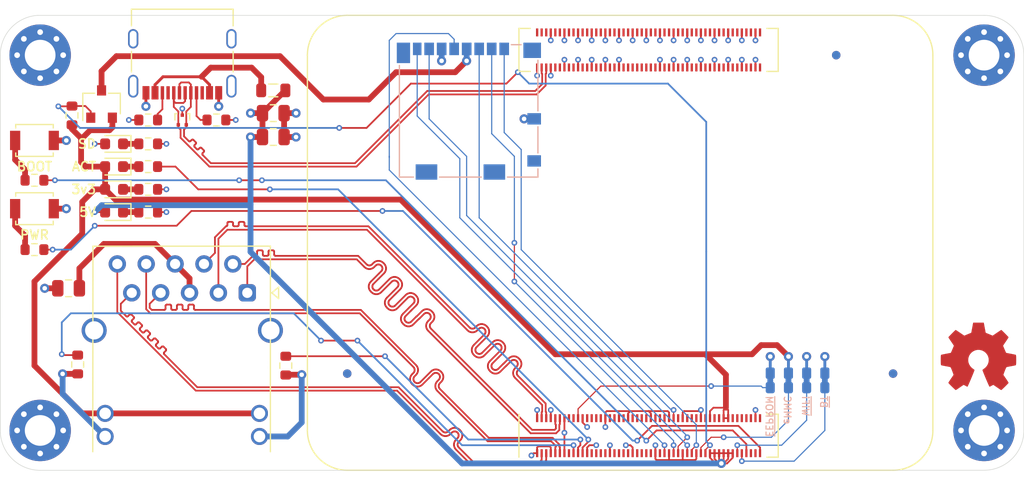
<source format=kicad_pcb>
(kicad_pcb (version 20171130) (host pcbnew "(5.1.9)-1")
  (layers (0 F.Cu mixed) (1 In1.Cu power) (2 In2.Cu power) (31 B.Cu mixed) (34 B.Paste user) (35 F.Paste user) (36 B.SilkS user) (37 F.SilkS user) (38 B.Mask user) (39 F.Mask user) (44 Edge.Cuts user))
  (net 0 "")
  (net 1 GND)
  (net 2 "Net-(D1-Pad1)")
  (net 3 /USB_VBUS)
  (net 4 "Net-(J1-PadB5)")
  (net 5 "Net-(J1-PadA8)")
  (net 6 "Net-(J1-PadA5)")
  (net 7 "Net-(J1-PadB8)")
  (net 8 "Net-(J1-PadS1)")
  (net 9 /SD_D0)
  (net 10 /SD_CLK)
  (net 11 +3V3)
  (net 12 /SD_CMD)
  (net 13 /SD_D3)
  (net 14 /SD_D1)
  (net 15 /SD_D2)
  (net 16 /E0_TR2-)
  (net 17 /E0_TR2+)
  (net 18 /E0_TR1+)
  (net 19 /E0_TR1-)
  (net 20 /E0_TR3+)
  (net 21 /E0_TR3-)
  (net 22 /E0_TR0-)
  (net 23 /E0_TR0+)
  (net 24 /E0_LEDL)
  (net 25 /~E0_LEDR)
  (net 26 /~E0_LEDL)
  (net 27 "Net-(U5-Pad16)")
  (net 28 "Net-(U5-Pad18)")
  (net 29 "Net-(U5-Pad24)")
  (net 30 "Net-(U5-Pad25)")
  (net 31 "Net-(U5-Pad26)")
  (net 32 "Net-(U5-Pad27)")
  (net 33 "Net-(U5-Pad28)")
  (net 34 "Net-(U5-Pad29)")
  (net 35 "Net-(U5-Pad30)")
  (net 36 "Net-(U5-Pad31)")
  (net 37 "Net-(U5-Pad34)")
  (net 38 "Net-(U5-Pad35)")
  (net 39 "Net-(U5-Pad36)")
  (net 40 "Net-(U5-Pad37)")
  (net 41 "Net-(U5-Pad38)")
  (net 42 "Net-(U5-Pad39)")
  (net 43 "Net-(U5-Pad40)")
  (net 44 "Net-(U5-Pad41)")
  (net 45 "Net-(U5-Pad44)")
  (net 46 "Net-(U5-Pad45)")
  (net 47 "Net-(U5-Pad46)")
  (net 48 "Net-(U5-Pad47)")
  (net 49 "Net-(U5-Pad48)")
  (net 50 "Net-(U5-Pad49)")
  (net 51 "Net-(U5-Pad50)")
  (net 52 "Net-(U5-Pad51)")
  (net 53 "Net-(U5-Pad54)")
  (net 54 "Net-(U5-Pad55)")
  (net 55 "Net-(U5-Pad56)")
  (net 56 "Net-(U5-Pad58)")
  (net 57 "Net-(U5-Pad64)")
  (net 58 "Net-(U5-Pad68)")
  (net 59 "Net-(U5-Pad70)")
  (net 60 "Net-(U5-Pad72)")
  (net 61 "Net-(U5-Pad76)")
  (net 62 +5V)
  (net 63 "Net-(U5-Pad80)")
  (net 64 "Net-(U5-Pad82)")
  (net 65 "Net-(U5-Pad88)")
  (net 66 "Net-(U5-Pad90)")
  (net 67 "Net-(U5-Pad92)")
  (net 68 "Net-(U5-Pad94)")
  (net 69 "Net-(U5-Pad95)")
  (net 70 "Net-(U5-Pad96)")
  (net 71 "Net-(U5-Pad97)")
  (net 72 "Net-(U5-Pad100)")
  (net 73 /USB_D-)
  (net 74 "Net-(U5-Pad104)")
  (net 75 /USB_D+)
  (net 76 "Net-(U5-Pad106)")
  (net 77 "Net-(U5-Pad111)")
  (net 78 "Net-(J3-Pad14)")
  (net 79 "Net-(J3-Pad12)")
  (net 80 "Net-(C3-Pad1)")
  (net 81 "Net-(D2-Pad1)")
  (net 82 "Net-(D3-Pad1)")
  (net 83 /SD_PWR)
  (net 84 "Net-(D4-Pad1)")
  (net 85 /SD_PWR_ON)
  (net 86 /PI_LED_nACT)
  (net 87 /PI_nRPI_BOOT)
  (net 88 /PI_GLOBAL_EN)
  (net 89 "Net-(R9-Pad1)")
  (net 90 "Net-(R11-Pad1)")
  (net 91 "Net-(JP1-Pad2)")
  (net 92 "Net-(JP2-Pad2)")
  (net 93 "Net-(JP3-Pad2)")
  (net 94 "Net-(JP4-Pad2)")
  (module Symbol:OSHW-Symbol_6.7x6mm_Copper (layer F.Cu) (at 166 124)
    (fp_text reference LOGO1 hide)
    (fp_text value Logo_Open_Hardware_Small hide)
    (fp_poly (pts (xy 0.555814 -2.531069) (xy 0.639635 -2.086445) (xy 0.94892 -1.958947) (xy 1.258206 -1.831449) (xy 1.629246 -2.083754) (xy 1.733157 -2.154004) (xy 1.827087 -2.216728) (xy 1.906652 -2.269062) (xy 1.96747 -2.308143) (xy 2.005157 -2.331107) (xy 2.015421 -2.336058) (xy 2.03391 -2.323324) (xy 2.07342 -2.288118) (xy 2.129522 -2.234938) (xy 2.197787 -2.168282) (xy 2.273786 -2.092646) (xy 2.353092 -2.012528) (xy 2.431275 -1.932426) (xy 2.503907 -1.856836) (xy 2.566559 -1.790255) (xy 2.614803 -1.737182) (xy 2.64421 -1.702113) (xy 2.651241 -1.690377) (xy 2.641123 -1.66874) (xy 2.612759 -1.621338) (xy 2.569129 -1.552807) (xy 2.513218 -1.467785) (xy 2.448006 -1.370907) (xy 2.410219 -1.31565) (xy 2.341343 -1.214752) (xy 2.28014 -1.123701) (xy 2.229578 -1.04703) (xy 2.192628 -0.989272) (xy 2.172258 -0.954957) (xy 2.169197 -0.947746) (xy 2.176136 -0.927252) (xy 2.195051 -0.879487) (xy 2.223087 -0.811168) (xy 2.257391 -0.729011) (xy 2.295109 -0.63973) (xy 2.333387 -0.550042) (xy 2.36937 -0.466662) (xy 2.400206 -0.396306) (xy 2.423039 -0.34569) (xy 2.435017 -0.321529) (xy 2.435724 -0.320578) (xy 2.454531 -0.315964) (xy 2.504618 -0.305672) (xy 2.580793 -0.290713) (xy 2.677865 -0.272099) (xy 2.790643 -0.250841) (xy 2.856442 -0.238582) (xy 2.97695 -0.215638) (xy 3.085797 -0.193805) (xy 3.177476 -0.174278) (xy 3.246481 -0.158252) (xy 3.287304 -0.146921) (xy 3.295511 -0.143326) (xy 3.303548 -0.118994) (xy 3.310033 -0.064041) (xy 3.31497 0.015108) (xy 3.318364 0.112026) (xy 3.320218 0.220287) (xy 3.320538 0.333465) (xy 3.319327 0.445135) (xy 3.31659 0.548868) (xy 3.312331 0.638241) (xy 3.306555 0.706826) (xy 3.299267 0.748197) (xy 3.294895 0.75681) (xy 3.268764 0.767133) (xy 3.213393 0.781892) (xy 3.136107 0.799352) (xy 3.04423 0.81778) (xy 3.012158 0.823741) (xy 2.857524 0.852066) (xy 2.735375 0.874876) (xy 2.641673 0.89308) (xy 2.572384 0.907583) (xy 2.523471 0.919292) (xy 2.490897 0.929115) (xy 2.470628 0.937956) (xy 2.458626 0.946724) (xy 2.456947 0.948457) (xy 2.440184 0.976371) (xy 2.414614 1.030695) (xy 2.382788 1.104777) (xy 2.34726 1.191965) (xy 2.310583 1.285608) (xy 2.275311 1.379052) (xy 2.243996 1.465647) (xy 2.219193 1.53874) (xy 2.203454 1.591678) (xy 2.199332 1.617811) (xy 2.199676 1.618726) (xy 2.213641 1.640086) (xy 2.245322 1.687084) (xy 2.291391 1.754827) (xy 2.348518 1.838423) (xy 2.413373 1.932982) (xy 2.431843 1.959854) (xy 2.497699 2.057275) (xy 2.55565 2.146163) (xy 2.602538 2.221412) (xy 2.635207 2.27792) (xy 2.6505 2.310581) (xy 2.651241 2.314593) (xy 2.638392 2.335684) (xy 2.602888 2.377464) (xy 2.549293 2.435445) (xy 2.482171 2.505135) (xy 2.406087 2.582045) (xy 2.325604 2.661683) (xy 2.245287 2.739561) (xy 2.169699 2.811186) (xy 2.103405 2.87207) (xy 2.050969 2.917721) (xy 2.016955 2.94365) (xy 2.007545 2.947883) (xy 1.985643 2.937912) (xy 1.9408 2.91102) (xy 1.880321 2.871736) (xy 1.833789 2.840117) (xy 1.749475 2.782098) (xy 1.649626 2.713784) (xy 1.549473 2.645579) (xy 1.495627 2.609075) (xy 1.313371 2.4858) (xy 1.160381 2.56852) (xy 1.090682 2.604759) (xy 1.031414 2.632926) (xy 0.991311 2.648991) (xy 0.981103 2.651226) (xy 0.968829 2.634722) (xy 0.944613 2.588082) (xy 0.910263 2.515609) (xy 0.867588 2.421606) (xy 0.818394 2.310374) (xy 0.76449 2.186215) (xy 0.707684 2.053432) (xy 0.649782 1.916327) (xy 0.592593 1.779202) (xy 0.537924 1.646358) (xy 0.487584 1.522098) (xy 0.44338 1.410725) (xy 0.407119 1.316539) (xy 0.380609 1.243844) (xy 0.365658 1.196941) (xy 0.363254 1.180833) (xy 0.382311 1.160286) (xy 0.424036 1.126933) (xy 0.479706 1.087702) (xy 0.484378 1.084599) (xy 0.628264 0.969423) (xy 0.744283 0.835053) (xy 0.83143 0.685784) (xy 0.888699 0.525913) (xy 0.915086 0.359737) (xy 0.909585 0.191552) (xy 0.87119 0.025655) (xy 0.798895 -0.133658) (xy 0.777626 -0.168513) (xy 0.666996 -0.309263) (xy 0.536302 -0.422286) (xy 0.390064 -0.506997) (xy 0.232808 -0.562806) (xy 0.069057 -0.589126) (xy -0.096667 -0.58537) (xy -0.259838 -0.55095) (xy -0.415935 -0.485277) (xy -0.560433 -0.387765) (xy -0.605131 -0.348187) (xy -0.718888 -0.224297) (xy -0.801782 -0.093876) (xy -0.858644 0.052315) (xy -0.890313 0.197088) (xy -0.898131 0.35986) (xy -0.872062 0.52344) (xy -0.814755 0.682298) (xy -0.728856 0.830906) (xy -0.617014 0.963735) (xy -0.481877 1.075256) (xy -0.464117 1.087011) (xy -0.40785 1.125508) (xy -0.365077 1.158863) (xy -0.344628 1.18016) (xy -0.344331 1.180833) (xy -0.348721 1.203871) (xy -0.366124 1.256157) (xy -0.394732 1.33339) (xy -0.432735 1.431268) (xy -0.478326 1.545491) (xy -0.529697 1.671758) (xy -0.585038 1.805767) (xy -0.642542 1.943218) (xy -0.700399 2.079808) (xy -0.756802 2.211237) (xy -0.809942 2.333205) (xy -0.85801 2.441409) (xy -0.899199 2.531549) (xy -0.931699 2.599323) (xy -0.953703 2.64043) (xy -0.962564 2.651226) (xy -0.98964 2.642819) (xy -1.040303 2.620272) (xy -1.105817 2.587613) (xy -1.141841 2.56852) (xy -1.294832 2.4858) (xy -1.477088 2.609075) (xy -1.570125 2.672228) (xy -1.671985 2.741727) (xy -1.767438 2.807165) (xy -1.81525 2.840117) (xy -1.882495 2.885273) (xy -1.939436 2.921057) (xy -1.978646 2.942938) (xy -1.991381 2.947563) (xy -2.009917 2.935085) (xy -2.050941 2.900252) (xy -2.110475 2.846678) (xy -2.184542 2.777983) (xy -2.269165 2.697781) (xy -2.322685 2.646286) (xy -2.416319 2.554286) (xy -2.497241 2.471999) (xy -2.562177 2.402945) (xy -2.607858 2.350644) (xy -2.631011 2.318616) (xy -2.633232 2.312116) (xy -2.622924 2.287394) (xy -2.594439 2.237405) (xy -2.550937 2.167212) (xy -2.495577 2.081875) (xy -2.43152 1.986456) (xy -2.413303 1.959854) (xy -2.346927 1.863167) (xy -2.287378 1.776117) (xy -2.237984 1.703595) (xy -2.202075 1.650493) (xy -2.182981 1.621703) (xy -2.181136 1.618726) (xy -2.183895 1.595782) (xy -2.198538 1.545336) (xy -2.222513 1.474041) (xy -2.253266 1.388547) (xy -2.288244 1.295507) (xy -2.324893 1.201574) (xy -2.360661 1.113399) (xy -2.392994 1.037634) (xy -2.419338 0.980931) (xy -2.437142 0.949943) (xy -2.438407 0.948457) (xy -2.449294 0.939601) (xy -2.467682 0.930843) (xy -2.497606 0.921277) (xy -2.543103 0.909996) (xy -2.608209 0.896093) (xy -2.696961 0.878663) (xy -2.813393 0.856798) (xy -2.961542 0.829591) (xy -2.993618 0.823741) (xy -3.088686 0.805374) (xy -3.171565 0.787405) (xy -3.23493 0.771569) (xy -3.271458 0.7596) (xy -3.276356 0.75681) (xy -3.284427 0.732072) (xy -3.290987 0.67679) (xy -3.296033 0.597389) (xy -3.299559 0.500296) (xy -3.301561 0.391938) (xy -3.302036 0.27874) (xy -3.300977 0.167128) (xy -3.298382 0.063529) (xy -3.294246 -0.025632) (xy -3.288563 -0.093928) (xy -3.281331 -0.134934) (xy -3.276971 -0.143326) (xy -3.252698 -0.151792) (xy -3.197426 -0.165565) (xy -3.116662 -0.18345) (xy -3.015912 -0.204252) (xy -2.900683 -0.226777) (xy -2.837902 -0.238582) (xy -2.718787 -0.260849) (xy -2.612565 -0.281021) (xy -2.524427 -0.298085) (xy -2.459566 -0.311031) (xy -2.423174 -0.318845) (xy -2.417184 -0.320578) (xy -2.407061 -0.34011) (xy -2.385662 -0.387157) (xy -2.355839 -0.454997) (xy -2.320445 -0.536909) (xy -2.282332 -0.626172) (xy -2.244353 -0.716065) (xy -2.20936 -0.799865) (xy -2.180206 -0.870853) (xy -2.159743 -0.922306) (xy -2.150823 -0.947503) (xy -2.150657 -0.948604) (xy -2.160769 -0.968481) (xy -2.189117 -1.014223) (xy -2.232723 -1.081283) (xy -2.288606 -1.165116) (xy -2.353787 -1.261174) (xy -2.391679 -1.31635) (xy -2.460725 -1.417519) (xy -2.52205 -1.50937) (xy -2.572663 -1.587256) (xy -2.609571 -1.646531) (xy -2.629782 -1.682549) (xy -2.632701 -1.690623) (xy -2.620153 -1.709416) (xy -2.585463 -1.749543) (xy -2.533063 -1.806507) (xy -2.467384 -1.875815) (xy -2.392856 -1.952969) (xy -2.313913 -2.033475) (xy -2.234983 -2.112837) (xy -2.1605 -2.18656) (xy -2.094894 -2.250148) (xy -2.042596 -2.299106) (xy -2.008039 -2.328939) (xy -1.996478 -2.336058) (xy -1.977654 -2.326047) (xy -1.932631 -2.297922) (xy -1.865787 -2.254546) (xy -1.781499 -2.198782) (xy -1.684144 -2.133494) (xy -1.610707 -2.083754) (xy -1.239667 -1.831449) (xy -0.621095 -2.086445) (xy -0.537275 -2.531069) (xy -0.453454 -2.975693) (xy 0.471994 -2.975693) (xy 0.555814 -2.531069)) (layer F.Cu) (width 0.01))
  )
  (module jkiv-library:J_Small_NC (layer B.Cu) (at 147.7 126.1 270)
    (fp_text reference JP4 hide)
    (fp_text value EEPROM_nWP hide)
    (fp_line (start -0.127 0) (end 0.127 0) (layer B.Cu) (width 0.508))
    (pad 1 smd roundrect (at -0.635 0 270) (size 1 0.8) (layers B.Cu B.Mask) (roundrect_rratio 0.2) (net 1 GND))
    (pad 2 smd roundrect (at 0.635 0 270) (size 1 0.8) (layers B.Cu B.Mask) (net 94 "Net-(JP4-Pad2)"))
  )
  (module jkiv-library:J_Small_NC (layer B.Cu) (at 149.3 126.1 270)
    (fp_text reference JP1 hide)
    (fp_text value eMMC hide)
    (fp_line (start -0.127 0) (end 0.127 0) (layer B.Cu) (width 0.508))
    (pad 1 smd roundrect (at -0.635 0 270) (size 1 0.8) (layers B.Cu B.Mask) (roundrect_rratio 0.2) (net 11 +3V3))
    (pad 2 smd roundrect (at 0.635 0 270) (size 1 0.8) (layers B.Cu B.Mask) (net 91 "Net-(JP1-Pad2)"))
  )
  (module jkiv-library:J_Small_NC (layer B.Cu) (at 150.9 126.1 270)
    (fp_text reference JP2 hide)
    (fp_text value ~WL_nDisable hide)
    (fp_line (start -0.127 0) (end 0.127 0) (layer B.Cu) (width 0.508))
    (pad 1 smd roundrect (at -0.635 0 270) (size 1 0.8) (layers B.Cu B.Mask) (roundrect_rratio 0.2) (net 1 GND))
    (pad 2 smd roundrect (at 0.635 0 270) (size 1 0.8) (layers B.Cu B.Mask) (net 92 "Net-(JP2-Pad2)"))
  )
  (module jkiv-library:J_Small_NC (layer B.Cu) (at 152.5 126.1 270)
    (fp_text reference JP3 hide)
    (fp_text value ~BT_nDisable hide)
    (fp_line (start -0.127 0) (end 0.127 0) (layer B.Cu) (width 0.508))
    (pad 1 smd roundrect (at -0.635 0 270) (size 1 0.8) (layers B.Cu B.Mask) (roundrect_rratio 0.2) (net 1 GND))
    (pad 2 smd roundrect (at 0.635 0 270) (size 1 0.8) (layers B.Cu B.Mask) (net 93 "Net-(JP3-Pad2)"))
  )
  (module RPi_Compute_Module_4:Raspberry-Pi-4-Compute-Module (layer F.Cu) (at 137 114 90)
    (fp_text reference U5 hide)
    (fp_text value Compute_Module_4_Functional hide)
    (pad "" np_thru_hole circle (at -16.5 -26.5 90) (size 2.7 2.7) (drill 2.7) (layers *.Cu *.Mask) (clearance 1.7))
    (pad "" np_thru_hole circle (at 16.5 21.5 90) (size 2.7 2.7) (drill 2.7) (layers *.Cu *.Mask) (clearance 1.7))
    (pad "" np_thru_hole circle (at -16.5 21.5 90) (size 2.7 2.7) (drill 2.7) (layers *.Cu *.Mask) (clearance 1.7))
    (pad "" np_thru_hole circle (at 16.5 -26.5 90) (size 2.7 2.7) (drill 2.7) (layers *.Cu *.Mask) (clearance 1.7))
    (pad 1 smd rect (at -18.5 -9.8) (size 0.2 0.7) (layers F.Cu F.Paste F.Mask) (net 1 GND))
    (pad 2 smd rect (at -15.42 -9.8) (size 0.2 0.7) (layers F.Cu F.Paste F.Mask) (net 1 GND))
    (pad 3 smd rect (at -18.5 -9.4) (size 0.2 0.7) (layers F.Cu F.Paste F.Mask) (net 20 /E0_TR3+))
    (pad 4 smd rect (at -15.42 -9.4) (size 0.2 0.7) (layers F.Cu F.Paste F.Mask) (net 18 /E0_TR1+))
    (pad 5 smd rect (at -18.5 -9) (size 0.2 0.7) (layers F.Cu F.Paste F.Mask) (net 21 /E0_TR3-))
    (pad 6 smd rect (at -15.42 -9) (size 0.2 0.7) (layers F.Cu F.Paste F.Mask) (net 19 /E0_TR1-))
    (pad 7 smd rect (at -18.5 -8.6) (size 0.2 0.7) (layers F.Cu F.Paste F.Mask) (net 1 GND))
    (pad 8 smd rect (at -15.42 -8.6) (size 0.2 0.7) (layers F.Cu F.Paste F.Mask) (net 1 GND))
    (pad 9 smd rect (at -18.5 -8.2) (size 0.2 0.7) (layers F.Cu F.Paste F.Mask) (net 16 /E0_TR2-))
    (pad 10 smd rect (at -15.42 -8.2) (size 0.2 0.7) (layers F.Cu F.Paste F.Mask) (net 22 /E0_TR0-))
    (pad 11 smd rect (at -18.5 -7.8) (size 0.2 0.7) (layers F.Cu F.Paste F.Mask) (net 17 /E0_TR2+))
    (pad 12 smd rect (at -15.42 -7.8) (size 0.2 0.7) (layers F.Cu F.Paste F.Mask) (net 23 /E0_TR0+))
    (pad 13 smd rect (at -18.5 -7.4) (size 0.2 0.7) (layers F.Cu F.Paste F.Mask) (net 1 GND))
    (pad 14 smd rect (at -15.42 -7.4) (size 0.2 0.7) (layers F.Cu F.Paste F.Mask) (net 1 GND))
    (pad 15 smd rect (at -18.5 -7) (size 0.2 0.7) (layers F.Cu F.Paste F.Mask) (net 24 /E0_LEDL))
    (pad 16 smd rect (at -15.42 -7) (size 0.2 0.7) (layers F.Cu F.Paste F.Mask) (net 27 "Net-(U5-Pad16)"))
    (pad 17 smd rect (at -18.5 -6.6) (size 0.2 0.7) (layers F.Cu F.Paste F.Mask) (net 26 /~E0_LEDL))
    (pad 18 smd rect (at -15.42 -6.6) (size 0.2 0.7) (layers F.Cu F.Paste F.Mask) (net 28 "Net-(U5-Pad18)"))
    (pad 19 smd rect (at -18.5 -6.2) (size 0.2 0.7) (layers F.Cu F.Paste F.Mask) (net 25 /~E0_LEDR))
    (pad 20 smd rect (at -15.42 -6.2) (size 0.2 0.7) (layers F.Cu F.Paste F.Mask) (net 94 "Net-(JP4-Pad2)"))
    (pad 21 smd rect (at -18.5 -5.8) (size 0.2 0.7) (layers F.Cu F.Paste F.Mask) (net 86 /PI_LED_nACT))
    (pad 22 smd rect (at -15.42 -5.8) (size 0.2 0.7) (layers F.Cu F.Paste F.Mask) (net 1 GND))
    (pad 23 smd rect (at -18.5 -5.4) (size 0.2 0.7) (layers F.Cu F.Paste F.Mask) (net 1 GND))
    (pad 24 smd rect (at -15.42 -5.4) (size 0.2 0.7) (layers F.Cu F.Paste F.Mask) (net 29 "Net-(U5-Pad24)"))
    (pad 25 smd rect (at -18.5 -5) (size 0.2 0.7) (layers F.Cu F.Paste F.Mask) (net 30 "Net-(U5-Pad25)"))
    (pad 26 smd rect (at -15.42 -5) (size 0.2 0.7) (layers F.Cu F.Paste F.Mask) (net 31 "Net-(U5-Pad26)"))
    (pad 27 smd rect (at -18.5 -4.6) (size 0.2 0.7) (layers F.Cu F.Paste F.Mask) (net 32 "Net-(U5-Pad27)"))
    (pad 28 smd rect (at -15.42 -4.6) (size 0.2 0.7) (layers F.Cu F.Paste F.Mask) (net 33 "Net-(U5-Pad28)"))
    (pad 29 smd rect (at -18.5 -4.2) (size 0.2 0.7) (layers F.Cu F.Paste F.Mask) (net 34 "Net-(U5-Pad29)"))
    (pad 30 smd rect (at -15.42 -4.2) (size 0.2 0.7) (layers F.Cu F.Paste F.Mask) (net 35 "Net-(U5-Pad30)"))
    (pad 31 smd rect (at -18.5 -3.8) (size 0.2 0.7) (layers F.Cu F.Paste F.Mask) (net 36 "Net-(U5-Pad31)"))
    (pad 32 smd rect (at -15.42 -3.8) (size 0.2 0.7) (layers F.Cu F.Paste F.Mask) (net 1 GND))
    (pad 33 smd rect (at -18.5 -3.4) (size 0.2 0.7) (layers F.Cu F.Paste F.Mask) (net 1 GND))
    (pad 34 smd rect (at -15.42 -3.4) (size 0.2 0.7) (layers F.Cu F.Paste F.Mask) (net 37 "Net-(U5-Pad34)"))
    (pad 35 smd rect (at -18.5 -3) (size 0.2 0.7) (layers F.Cu F.Paste F.Mask) (net 38 "Net-(U5-Pad35)"))
    (pad 36 smd rect (at -15.42 -3) (size 0.2 0.7) (layers F.Cu F.Paste F.Mask) (net 39 "Net-(U5-Pad36)"))
    (pad 37 smd rect (at -18.5 -2.6) (size 0.2 0.7) (layers F.Cu F.Paste F.Mask) (net 40 "Net-(U5-Pad37)"))
    (pad 38 smd rect (at -15.42 -2.6) (size 0.2 0.7) (layers F.Cu F.Paste F.Mask) (net 41 "Net-(U5-Pad38)"))
    (pad 39 smd rect (at -18.5 -2.2) (size 0.2 0.7) (layers F.Cu F.Paste F.Mask) (net 42 "Net-(U5-Pad39)"))
    (pad 40 smd rect (at -15.42 -2.2) (size 0.2 0.7) (layers F.Cu F.Paste F.Mask) (net 43 "Net-(U5-Pad40)"))
    (pad 41 smd rect (at -18.5 -1.8) (size 0.2 0.7) (layers F.Cu F.Paste F.Mask) (net 44 "Net-(U5-Pad41)"))
    (pad 42 smd rect (at -15.42 -1.8) (size 0.2 0.7) (layers F.Cu F.Paste F.Mask) (net 1 GND))
    (pad 43 smd rect (at -18.5 -1.4) (size 0.2 0.7) (layers F.Cu F.Paste F.Mask) (net 1 GND))
    (pad 44 smd rect (at -15.42 -1.4) (size 0.2 0.7) (layers F.Cu F.Paste F.Mask) (net 45 "Net-(U5-Pad44)"))
    (pad 45 smd rect (at -18.5 -1) (size 0.2 0.7) (layers F.Cu F.Paste F.Mask) (net 46 "Net-(U5-Pad45)"))
    (pad 46 smd rect (at -15.42 -1) (size 0.2 0.7) (layers F.Cu F.Paste F.Mask) (net 47 "Net-(U5-Pad46)"))
    (pad 47 smd rect (at -18.5 -0.6) (size 0.2 0.7) (layers F.Cu F.Paste F.Mask) (net 48 "Net-(U5-Pad47)"))
    (pad 48 smd rect (at -15.42 -0.6) (size 0.2 0.7) (layers F.Cu F.Paste F.Mask) (net 49 "Net-(U5-Pad48)"))
    (pad 49 smd rect (at -18.5 -0.2) (size 0.2 0.7) (layers F.Cu F.Paste F.Mask) (net 50 "Net-(U5-Pad49)"))
    (pad 50 smd rect (at -15.42 -0.2) (size 0.2 0.7) (layers F.Cu F.Paste F.Mask) (net 51 "Net-(U5-Pad50)"))
    (pad 51 smd rect (at -18.5 0.2) (size 0.2 0.7) (layers F.Cu F.Paste F.Mask) (net 52 "Net-(U5-Pad51)"))
    (pad 52 smd rect (at -15.42 0.2) (size 0.2 0.7) (layers F.Cu F.Paste F.Mask) (net 1 GND))
    (pad 53 smd rect (at -18.5 0.6) (size 0.2 0.7) (layers F.Cu F.Paste F.Mask) (net 1 GND))
    (pad 54 smd rect (at -15.42 0.6) (size 0.2 0.7) (layers F.Cu F.Paste F.Mask) (net 53 "Net-(U5-Pad54)"))
    (pad 55 smd rect (at -18.5 1) (size 0.2 0.7) (layers F.Cu F.Paste F.Mask) (net 54 "Net-(U5-Pad55)"))
    (pad 56 smd rect (at -15.42 1) (size 0.2 0.7) (layers F.Cu F.Paste F.Mask) (net 55 "Net-(U5-Pad56)"))
    (pad 57 smd rect (at -18.5 1.4) (size 0.2 0.7) (layers F.Cu F.Paste F.Mask) (net 10 /SD_CLK))
    (pad 58 smd rect (at -15.42 1.4) (size 0.2 0.7) (layers F.Cu F.Paste F.Mask) (net 56 "Net-(U5-Pad58)"))
    (pad 59 smd rect (at -18.5 1.8) (size 0.2 0.7) (layers F.Cu F.Paste F.Mask) (net 1 GND))
    (pad 60 smd rect (at -15.42 1.8) (size 0.2 0.7) (layers F.Cu F.Paste F.Mask) (net 1 GND))
    (pad 61 smd rect (at -18.5 2.2) (size 0.2 0.7) (layers F.Cu F.Paste F.Mask) (net 13 /SD_D3))
    (pad 62 smd rect (at -15.42 2.2) (size 0.2 0.7) (layers F.Cu F.Paste F.Mask) (net 12 /SD_CMD))
    (pad 63 smd rect (at -18.5 2.6) (size 0.2 0.7) (layers F.Cu F.Paste F.Mask) (net 9 /SD_D0))
    (pad 64 smd rect (at -15.42 2.6) (size 0.2 0.7) (layers F.Cu F.Paste F.Mask) (net 57 "Net-(U5-Pad64)"))
    (pad 65 smd rect (at -18.5 3) (size 0.2 0.7) (layers F.Cu F.Paste F.Mask) (net 1 GND))
    (pad 66 smd rect (at -15.42 3) (size 0.2 0.7) (layers F.Cu F.Paste F.Mask) (net 1 GND))
    (pad 67 smd rect (at -18.5 3.4) (size 0.2 0.7) (layers F.Cu F.Paste F.Mask) (net 14 /SD_D1))
    (pad 68 smd rect (at -15.42 3.4) (size 0.2 0.7) (layers F.Cu F.Paste F.Mask) (net 58 "Net-(U5-Pad68)"))
    (pad 69 smd rect (at -18.5 3.8) (size 0.2 0.7) (layers F.Cu F.Paste F.Mask) (net 15 /SD_D2))
    (pad 70 smd rect (at -15.42 3.8) (size 0.2 0.7) (layers F.Cu F.Paste F.Mask) (net 59 "Net-(U5-Pad70)"))
    (pad 71 smd rect (at -18.5 4.2) (size 0.2 0.7) (layers F.Cu F.Paste F.Mask) (net 1 GND))
    (pad 72 smd rect (at -15.42 4.2) (size 0.2 0.7) (layers F.Cu F.Paste F.Mask) (net 60 "Net-(U5-Pad72)"))
    (pad 73 smd rect (at -18.5 4.6) (size 0.2 0.7) (layers F.Cu F.Paste F.Mask) (net 91 "Net-(JP1-Pad2)"))
    (pad 74 smd rect (at -15.42 4.6) (size 0.2 0.7) (layers F.Cu F.Paste F.Mask) (net 1 GND))
    (pad 75 smd rect (at -18.5 5) (size 0.2 0.7) (layers F.Cu F.Paste F.Mask) (net 85 /SD_PWR_ON))
    (pad 76 smd rect (at -15.42 5) (size 0.2 0.7) (layers F.Cu F.Paste F.Mask) (net 61 "Net-(U5-Pad76)"))
    (pad 77 smd rect (at -18.5 5.4) (size 0.2 0.7) (layers F.Cu F.Paste F.Mask) (net 62 +5V))
    (pad 78 smd rect (at -15.42 5.4) (size 0.2 0.7) (layers F.Cu F.Paste F.Mask) (net 11 +3V3))
    (pad 79 smd rect (at -18.5 5.8) (size 0.2 0.7) (layers F.Cu F.Paste F.Mask) (net 62 +5V))
    (pad 80 smd rect (at -15.42 5.8) (size 0.2 0.7) (layers F.Cu F.Paste F.Mask) (net 63 "Net-(U5-Pad80)"))
    (pad 81 smd rect (at -18.5 6.2) (size 0.2 0.7) (layers F.Cu F.Paste F.Mask) (net 62 +5V))
    (pad 82 smd rect (at -15.42 6.2) (size 0.2 0.7) (layers F.Cu F.Paste F.Mask) (net 64 "Net-(U5-Pad82)"))
    (pad 83 smd rect (at -18.5 6.6) (size 0.2 0.7) (layers F.Cu F.Paste F.Mask) (net 62 +5V))
    (pad 84 smd rect (at -15.42 6.6) (size 0.2 0.7) (layers F.Cu F.Paste F.Mask) (net 11 +3V3))
    (pad 85 smd rect (at -18.5 7) (size 0.2 0.7) (layers F.Cu F.Paste F.Mask) (net 62 +5V))
    (pad 86 smd rect (at -15.42 7) (size 0.2 0.7) (layers F.Cu F.Paste F.Mask) (net 11 +3V3))
    (pad 87 smd rect (at -18.5 7.4) (size 0.2 0.7) (layers F.Cu F.Paste F.Mask) (net 62 +5V))
    (pad 88 smd rect (at -15.42 7.4) (size 0.2 0.7) (layers F.Cu F.Paste F.Mask) (net 65 "Net-(U5-Pad88)"))
    (pad 89 smd rect (at -18.5 7.8) (size 0.2 0.7) (layers F.Cu F.Paste F.Mask) (net 92 "Net-(JP2-Pad2)"))
    (pad 90 smd rect (at -15.42 7.8) (size 0.2 0.7) (layers F.Cu F.Paste F.Mask) (net 66 "Net-(U5-Pad90)"))
    (pad 91 smd rect (at -18.5 8.2) (size 0.2 0.7) (layers F.Cu F.Paste F.Mask) (net 93 "Net-(JP3-Pad2)"))
    (pad 92 smd rect (at -15.42 8.2) (size 0.2 0.7) (layers F.Cu F.Paste F.Mask) (net 67 "Net-(U5-Pad92)"))
    (pad 93 smd rect (at -18.5 8.6) (size 0.2 0.7) (layers F.Cu F.Paste F.Mask) (net 87 /PI_nRPI_BOOT))
    (pad 94 smd rect (at -15.42 8.6) (size 0.2 0.7) (layers F.Cu F.Paste F.Mask) (net 68 "Net-(U5-Pad94)"))
    (pad 95 smd rect (at -18.5 9) (size 0.2 0.7) (layers F.Cu F.Paste F.Mask) (net 69 "Net-(U5-Pad95)"))
    (pad 96 smd rect (at -15.42 9) (size 0.2 0.7) (layers F.Cu F.Paste F.Mask) (net 70 "Net-(U5-Pad96)"))
    (pad 97 smd rect (at -18.5 9.4) (size 0.2 0.7) (layers F.Cu F.Paste F.Mask) (net 71 "Net-(U5-Pad97)"))
    (pad 98 smd rect (at -15.42 9.4) (size 0.2 0.7) (layers F.Cu F.Paste F.Mask) (net 1 GND))
    (pad 99 smd rect (at -18.5 9.8) (size 0.2 0.7) (layers F.Cu F.Paste F.Mask) (net 88 /PI_GLOBAL_EN))
    (pad 100 smd rect (at -15.42 9.8) (size 0.2 0.7) (layers F.Cu F.Paste F.Mask) (net 72 "Net-(U5-Pad100)"))
    (pad 101 smd rect (at 15.42 -9.8) (size 0.2 0.7) (layers F.Cu F.Paste F.Mask) (net 1 GND))
    (pad 102 smd rect (at 18.5 -9.8) (size 0.2 0.7) (layers F.Cu F.Paste F.Mask))
    (pad 103 smd rect (at 15.42 -9.4) (size 0.2 0.7) (layers F.Cu F.Paste F.Mask) (net 73 /USB_D-))
    (pad 104 smd rect (at 18.5 -9.4) (size 0.2 0.7) (layers F.Cu F.Paste F.Mask) (net 74 "Net-(U5-Pad104)"))
    (pad 105 smd rect (at 15.42 -9) (size 0.2 0.7) (layers F.Cu F.Paste F.Mask) (net 75 /USB_D+))
    (pad 106 smd rect (at 18.5 -9) (size 0.2 0.7) (layers F.Cu F.Paste F.Mask) (net 76 "Net-(U5-Pad106)"))
    (pad 107 smd rect (at 15.42 -8.6) (size 0.2 0.7) (layers F.Cu F.Paste F.Mask) (net 1 GND))
    (pad 108 smd rect (at 18.5 -8.6) (size 0.2 0.7) (layers F.Cu F.Paste F.Mask) (net 1 GND))
    (pad 109 smd rect (at 15.42 -8.2) (size 0.2 0.7) (layers F.Cu F.Paste F.Mask))
    (pad 110 smd rect (at 18.5 -8.2) (size 0.2 0.7) (layers F.Cu F.Paste F.Mask))
    (pad 111 smd rect (at 15.42 -7.8) (size 0.2 0.7) (layers F.Cu F.Paste F.Mask) (net 77 "Net-(U5-Pad111)"))
    (pad 112 smd rect (at 18.5 -7.8) (size 0.2 0.7) (layers F.Cu F.Paste F.Mask))
    (pad 113 smd rect (at 15.42 -7.4) (size 0.2 0.7) (layers F.Cu F.Paste F.Mask) (net 1 GND))
    (pad 114 smd rect (at 18.5 -7.4) (size 0.2 0.7) (layers F.Cu F.Paste F.Mask) (net 1 GND))
    (pad 115 smd rect (at 15.42 -7) (size 0.2 0.7) (layers F.Cu F.Paste F.Mask))
    (pad 116 smd rect (at 18.5 -7) (size 0.2 0.7) (layers F.Cu F.Paste F.Mask))
    (pad 117 smd rect (at 15.42 -6.6) (size 0.2 0.7) (layers F.Cu F.Paste F.Mask))
    (pad 118 smd rect (at 18.5 -6.6) (size 0.2 0.7) (layers F.Cu F.Paste F.Mask))
    (pad 119 smd rect (at 15.42 -6.2) (size 0.2 0.7) (layers F.Cu F.Paste F.Mask) (net 1 GND))
    (pad 120 smd rect (at 18.5 -6.2) (size 0.2 0.7) (layers F.Cu F.Paste F.Mask) (net 1 GND))
    (pad 121 smd rect (at 15.42 -5.8) (size 0.2 0.7) (layers F.Cu F.Paste F.Mask))
    (pad 122 smd rect (at 18.5 -5.8) (size 0.2 0.7) (layers F.Cu F.Paste F.Mask))
    (pad 123 smd rect (at 15.42 -5.4) (size 0.2 0.7) (layers F.Cu F.Paste F.Mask))
    (pad 124 smd rect (at 18.5 -5.4) (size 0.2 0.7) (layers F.Cu F.Paste F.Mask))
    (pad 125 smd rect (at 15.42 -5) (size 0.2 0.7) (layers F.Cu F.Paste F.Mask) (net 1 GND))
    (pad 126 smd rect (at 18.5 -5) (size 0.2 0.7) (layers F.Cu F.Paste F.Mask) (net 1 GND))
    (pad 127 smd rect (at 15.42 -4.6) (size 0.2 0.7) (layers F.Cu F.Paste F.Mask))
    (pad 128 smd rect (at 18.5 -4.6) (size 0.2 0.7) (layers F.Cu F.Paste F.Mask))
    (pad 129 smd rect (at 15.42 -4.2) (size 0.2 0.7) (layers F.Cu F.Paste F.Mask))
    (pad 130 smd rect (at 18.5 -4.2) (size 0.2 0.7) (layers F.Cu F.Paste F.Mask))
    (pad 131 smd rect (at 15.42 -3.8) (size 0.2 0.7) (layers F.Cu F.Paste F.Mask) (net 1 GND))
    (pad 132 smd rect (at 18.5 -3.8) (size 0.2 0.7) (layers F.Cu F.Paste F.Mask) (net 1 GND))
    (pad 133 smd rect (at 15.42 -3.4) (size 0.2 0.7) (layers F.Cu F.Paste F.Mask))
    (pad 134 smd rect (at 18.5 -3.4) (size 0.2 0.7) (layers F.Cu F.Paste F.Mask))
    (pad 135 smd rect (at 15.42 -3) (size 0.2 0.7) (layers F.Cu F.Paste F.Mask))
    (pad 136 smd rect (at 18.5 -3) (size 0.2 0.7) (layers F.Cu F.Paste F.Mask))
    (pad 137 smd rect (at 15.42 -2.6) (size 0.2 0.7) (layers F.Cu F.Paste F.Mask) (net 1 GND))
    (pad 138 smd rect (at 18.5 -2.6) (size 0.2 0.7) (layers F.Cu F.Paste F.Mask) (net 1 GND))
    (pad 139 smd rect (at 15.42 -2.2) (size 0.2 0.7) (layers F.Cu F.Paste F.Mask))
    (pad 140 smd rect (at 18.5 -2.2) (size 0.2 0.7) (layers F.Cu F.Paste F.Mask))
    (pad 141 smd rect (at 15.42 -1.8) (size 0.2 0.7) (layers F.Cu F.Paste F.Mask))
    (pad 142 smd rect (at 18.5 -1.8) (size 0.2 0.7) (layers F.Cu F.Paste F.Mask))
    (pad 143 smd rect (at 15.42 -1.4) (size 0.2 0.7) (layers F.Cu F.Paste F.Mask))
    (pad 144 smd rect (at 18.5 -1.4) (size 0.2 0.7) (layers F.Cu F.Paste F.Mask) (net 1 GND))
    (pad 145 smd rect (at 15.42 -1) (size 0.2 0.7) (layers F.Cu F.Paste F.Mask))
    (pad 146 smd rect (at 18.5 -1) (size 0.2 0.7) (layers F.Cu F.Paste F.Mask))
    (pad 147 smd rect (at 15.42 -0.6) (size 0.2 0.7) (layers F.Cu F.Paste F.Mask))
    (pad 148 smd rect (at 18.5 -0.6) (size 0.2 0.7) (layers F.Cu F.Paste F.Mask))
    (pad 149 smd rect (at 15.42 -0.2) (size 0.2 0.7) (layers F.Cu F.Paste F.Mask))
    (pad 150 smd rect (at 18.5 -0.2) (size 0.2 0.7) (layers F.Cu F.Paste F.Mask) (net 1 GND))
    (pad 151 smd rect (at 15.42 0.2) (size 0.2 0.7) (layers F.Cu F.Paste F.Mask))
    (pad 152 smd rect (at 18.5 0.2) (size 0.2 0.7) (layers F.Cu F.Paste F.Mask))
    (pad 153 smd rect (at 15.42 0.6) (size 0.2 0.7) (layers F.Cu F.Paste F.Mask))
    (pad 154 smd rect (at 18.5 0.6) (size 0.2 0.7) (layers F.Cu F.Paste F.Mask))
    (pad 155 smd rect (at 15.42 1) (size 0.2 0.7) (layers F.Cu F.Paste F.Mask) (net 1 GND))
    (pad 156 smd rect (at 18.5 1) (size 0.2 0.7) (layers F.Cu F.Paste F.Mask) (net 1 GND))
    (pad 157 smd rect (at 15.42 1.4) (size 0.2 0.7) (layers F.Cu F.Paste F.Mask))
    (pad 158 smd rect (at 18.5 1.4) (size 0.2 0.7) (layers F.Cu F.Paste F.Mask))
    (pad 159 smd rect (at 15.42 1.8) (size 0.2 0.7) (layers F.Cu F.Paste F.Mask))
    (pad 160 smd rect (at 18.5 1.8) (size 0.2 0.7) (layers F.Cu F.Paste F.Mask))
    (pad 161 smd rect (at 15.42 2.2) (size 0.2 0.7) (layers F.Cu F.Paste F.Mask) (net 1 GND))
    (pad 162 smd rect (at 18.5 2.2) (size 0.2 0.7) (layers F.Cu F.Paste F.Mask) (net 1 GND))
    (pad 163 smd rect (at 15.42 2.6) (size 0.2 0.7) (layers F.Cu F.Paste F.Mask))
    (pad 164 smd rect (at 18.5 2.6) (size 0.2 0.7) (layers F.Cu F.Paste F.Mask))
    (pad 165 smd rect (at 15.42 3) (size 0.2 0.7) (layers F.Cu F.Paste F.Mask))
    (pad 166 smd rect (at 18.5 3) (size 0.2 0.7) (layers F.Cu F.Paste F.Mask))
    (pad 167 smd rect (at 15.42 3.4) (size 0.2 0.7) (layers F.Cu F.Paste F.Mask) (net 1 GND))
    (pad 168 smd rect (at 18.5 3.4) (size 0.2 0.7) (layers F.Cu F.Paste F.Mask) (net 1 GND))
    (pad 169 smd rect (at 15.42 3.8) (size 0.2 0.7) (layers F.Cu F.Paste F.Mask))
    (pad 170 smd rect (at 18.5 3.8) (size 0.2 0.7) (layers F.Cu F.Paste F.Mask))
    (pad 171 smd rect (at 15.42 4.2) (size 0.2 0.7) (layers F.Cu F.Paste F.Mask))
    (pad 172 smd rect (at 18.5 4.2) (size 0.2 0.7) (layers F.Cu F.Paste F.Mask))
    (pad 173 smd rect (at 15.42 4.6) (size 0.2 0.7) (layers F.Cu F.Paste F.Mask) (net 1 GND))
    (pad 174 smd rect (at 18.5 4.6) (size 0.2 0.7) (layers F.Cu F.Paste F.Mask) (net 1 GND))
    (pad 175 smd rect (at 15.42 5) (size 0.2 0.7) (layers F.Cu F.Paste F.Mask))
    (pad 176 smd rect (at 18.5 5) (size 0.2 0.7) (layers F.Cu F.Paste F.Mask))
    (pad 177 smd rect (at 15.42 5.4) (size 0.2 0.7) (layers F.Cu F.Paste F.Mask))
    (pad 178 smd rect (at 18.5 5.4) (size 0.2 0.7) (layers F.Cu F.Paste F.Mask))
    (pad 179 smd rect (at 15.42 5.8) (size 0.2 0.7) (layers F.Cu F.Paste F.Mask) (net 1 GND))
    (pad 180 smd rect (at 18.5 5.8) (size 0.2 0.7) (layers F.Cu F.Paste F.Mask) (net 1 GND))
    (pad 181 smd rect (at 15.42 6.2) (size 0.2 0.7) (layers F.Cu F.Paste F.Mask))
    (pad 182 smd rect (at 18.5 6.2) (size 0.2 0.7) (layers F.Cu F.Paste F.Mask))
    (pad 183 smd rect (at 15.42 6.6) (size 0.2 0.7) (layers F.Cu F.Paste F.Mask))
    (pad 184 smd rect (at 18.5 6.6) (size 0.2 0.7) (layers F.Cu F.Paste F.Mask))
    (pad 185 smd rect (at 15.42 7) (size 0.2 0.7) (layers F.Cu F.Paste F.Mask) (net 1 GND))
    (pad 186 smd rect (at 18.5 7) (size 0.2 0.7) (layers F.Cu F.Paste F.Mask) (net 1 GND))
    (pad 187 smd rect (at 15.42 7.4) (size 0.2 0.7) (layers F.Cu F.Paste F.Mask))
    (pad 188 smd rect (at 18.5 7.4) (size 0.2 0.7) (layers F.Cu F.Paste F.Mask))
    (pad 189 smd rect (at 15.42 7.8) (size 0.2 0.7) (layers F.Cu F.Paste F.Mask))
    (pad 190 smd rect (at 18.5 7.8) (size 0.2 0.7) (layers F.Cu F.Paste F.Mask))
    (pad 191 smd rect (at 15.42 8.2) (size 0.2 0.7) (layers F.Cu F.Paste F.Mask) (net 1 GND))
    (pad 192 smd rect (at 18.5 8.2) (size 0.2 0.7) (layers F.Cu F.Paste F.Mask) (net 1 GND))
    (pad 193 smd rect (at 15.42 8.6) (size 0.2 0.7) (layers F.Cu F.Paste F.Mask))
    (pad 194 smd rect (at 18.5 8.6) (size 0.2 0.7) (layers F.Cu F.Paste F.Mask))
    (pad 195 smd rect (at 15.42 9) (size 0.2 0.7) (layers F.Cu F.Paste F.Mask))
    (pad 196 smd rect (at 18.5 9) (size 0.2 0.7) (layers F.Cu F.Paste F.Mask))
    (pad 197 smd rect (at 15.42 9.4) (size 0.2 0.7) (layers F.Cu F.Paste F.Mask) (net 1 GND))
    (pad 198 smd rect (at 18.5 9.4) (size 0.2 0.7) (layers F.Cu F.Paste F.Mask) (net 1 GND))
    (pad 199 smd rect (at 15.42 9.8) (size 0.2 0.7) (layers F.Cu F.Paste F.Mask))
    (pad 200 smd rect (at 18.5 9.8) (size 0.2 0.7) (layers F.Cu F.Paste F.Mask))
  )
  (module LED_SMD:LED_0603_1608Metric (layer F.Cu) (at 90 105.3 180)
    (fp_text reference D4 hide)
    (fp_text value "SD ON" hide)
    (pad 2 smd roundrect (at 0.7875 0 180) (size 0.875 0.95) (layers F.Cu F.Paste F.Mask) (net 83 /SD_PWR))
    (pad 1 smd roundrect (at -0.7875 0 180) (size 0.875 0.95) (layers F.Cu F.Paste F.Mask) (net 84 "Net-(D4-Pad1)"))
  )
  (module LED_SMD:LED_0603_1608Metric (layer F.Cu) (at 90 107.3 180)
    (fp_text reference D3 hide)
    (fp_text value "Activity LED" hide)
    (pad 2 smd roundrect (at 0.7875 0 180) (size 0.875 0.95) (layers F.Cu F.Paste F.Mask) (net 11 +3V3))
    (pad 1 smd roundrect (at -0.7875 0 180) (size 0.875 0.95) (layers F.Cu F.Paste F.Mask) (net 82 "Net-(D3-Pad1)"))
  )
  (module Package_TO_SOT_SMD:SC-59 (layer F.Cu) (at 88.9 101.8 90)
    (fp_text reference Q1 hide)
    (fp_text value DMP2066LSN hide)
    (pad 3 smd rect (at 1.2 0 90) (size 0.9 0.8) (layers F.Cu F.Paste F.Mask) (net 83 /SD_PWR))
    (pad 2 smd rect (at -1.2 0.95 90) (size 0.9 0.8) (layers F.Cu F.Paste F.Mask) (net 11 +3V3))
    (pad 1 smd rect (at -1.2 -0.95 90) (size 0.9 0.8) (layers F.Cu F.Paste F.Mask) (net 85 /SD_PWR_ON))
  )
  (module Button_Switch_SMD:SW_SPST_B3U-1000P (layer F.Cu) (at 83 111)
    (fp_text reference SW2 hide)
    (fp_text value GLOBAL_EN hide)
    (pad 2 smd rect (at 1.7 0) (size 0.9 1.7) (layers F.Cu F.Paste F.Mask) (net 1 GND))
    (pad 1 smd rect (at -1.7 0) (size 0.9 1.7) (layers F.Cu F.Paste F.Mask) (net 90 "Net-(R11-Pad1)"))
  )
  (module Button_Switch_SMD:SW_SPST_B3U-1000P (layer F.Cu) (at 83 105)
    (fp_text reference SW1 hide)
    (fp_text value BOOT hide)
    (pad 2 smd rect (at 1.7 0) (size 0.9 1.7) (layers F.Cu F.Paste F.Mask) (net 1 GND))
    (pad 1 smd rect (at -1.7 0) (size 0.9 1.7) (layers F.Cu F.Paste F.Mask) (net 89 "Net-(R9-Pad1)"))
  )
  (module Resistor_SMD:R_0603_1608Metric (layer F.Cu) (at 93 105.3)
    (fp_text reference R12 hide)
    (fp_text value 220R hide)
    (pad 2 smd roundrect (at 0.825 0) (size 0.8 0.95) (layers F.Cu F.Paste F.Mask) (net 1 GND))
    (pad 1 smd roundrect (at -0.825 0) (size 0.8 0.95) (layers F.Cu F.Paste F.Mask) (net 84 "Net-(D4-Pad1)"))
  )
  (module Resistor_SMD:R_0603_1608Metric (layer F.Cu) (at 83 114.6)
    (fp_text reference R11 hide)
    (fp_text value 220R hide)
    (pad 2 smd roundrect (at 0.825 0) (size 0.8 0.95) (layers F.Cu F.Paste F.Mask) (net 88 /PI_GLOBAL_EN))
    (pad 1 smd roundrect (at -0.825 0) (size 0.8 0.95) (layers F.Cu F.Paste F.Mask) (net 90 "Net-(R11-Pad1)"))
  )
  (module Resistor_SMD:R_0603_1608Metric (layer F.Cu) (at 93 107.3 180)
    (fp_text reference R10 hide)
    (fp_text value 220R hide)
    (pad 2 smd roundrect (at 0.825 0 180) (size 0.8 0.95) (layers F.Cu F.Paste F.Mask) (net 82 "Net-(D3-Pad1)"))
    (pad 1 smd roundrect (at -0.825 0 180) (size 0.8 0.95) (layers F.Cu F.Paste F.Mask) (net 86 /PI_LED_nACT))
  )
  (module Resistor_SMD:R_0603_1608Metric (layer F.Cu) (at 83 108.5)
    (fp_text reference R9 hide)
    (fp_text value 220R hide)
    (pad 2 smd roundrect (at 0.825 0) (size 0.8 0.95) (layers F.Cu F.Paste F.Mask) (net 87 /PI_nRPI_BOOT))
    (pad 1 smd roundrect (at -0.825 0) (size 0.8 0.95) (layers F.Cu F.Paste F.Mask) (net 89 "Net-(R9-Pad1)"))
  )
  (module Resistor_SMD:R_0603_1608Metric (layer F.Cu) (at 86.3 102.8 270)
    (fp_text reference R8 hide)
    (fp_text value 220R hide)
    (pad 2 smd roundrect (at 0.825 0 270) (size 0.8 0.95) (layers F.Cu F.Paste F.Mask) (net 11 +3V3))
    (pad 1 smd roundrect (at -0.825 0 270) (size 0.8 0.95) (layers F.Cu F.Paste F.Mask) (net 85 /SD_PWR_ON))
  )
  (module Resistor_SMD:R_0603_1608Metric (layer F.Cu) (at 93 109.3)
    (fp_text reference R7 hide)
    (fp_text value 220R hide)
    (pad 2 smd roundrect (at 0.825 0) (size 0.8 0.95) (layers F.Cu F.Paste F.Mask) (net 1 GND))
    (pad 1 smd roundrect (at -0.825 0) (size 0.8 0.95) (layers F.Cu F.Paste F.Mask) (net 81 "Net-(D2-Pad1)"))
  )
  (module Resistor_SMD:R_0603_1608Metric (layer F.Cu) (at 93 111.3)
    (fp_text reference R6 hide)
    (fp_text value 330R hide)
    (pad 2 smd roundrect (at 0.825 0) (size 0.8 0.95) (layers F.Cu F.Paste F.Mask) (net 1 GND))
    (pad 1 smd roundrect (at -0.825 0) (size 0.8 0.95) (layers F.Cu F.Paste F.Mask) (net 2 "Net-(D1-Pad1)"))
  )
  (module LED_SMD:LED_0603_1608Metric (layer F.Cu) (at 90 109.3 180)
    (fp_text reference D2 hide)
    (fp_text value "RPi 3v3" hide)
    (pad 2 smd roundrect (at 0.7875 0 180) (size 0.875 0.95) (layers F.Cu F.Paste F.Mask) (net 11 +3V3))
    (pad 1 smd roundrect (at -0.7875 0 180) (size 0.875 0.95) (layers F.Cu F.Paste F.Mask) (net 81 "Net-(D2-Pad1)"))
  )
  (module LED_SMD:LED_0603_1608Metric (layer F.Cu) (at 90 111.3 180)
    (fp_text reference D1 hide)
    (fp_text value "USB Power" hide)
    (pad 2 smd roundrect (at 0.7875 0 180) (size 0.875 0.95) (layers F.Cu F.Paste F.Mask) (net 62 +5V))
    (pad 1 smd roundrect (at -0.7875 0 180) (size 0.875 0.95) (layers F.Cu F.Paste F.Mask) (net 2 "Net-(D1-Pad1)"))
  )
  (module Capacitor_SMD:C_0805_2012Metric (layer F.Cu) (at 86 118 180)
    (fp_text reference C3 hide)
    (fp_text value 100n hide)
    (pad 2 smd roundrect (at 0.95 0 180) (size 1 1.45) (layers F.Cu F.Paste F.Mask) (net 1 GND))
    (pad 1 smd roundrect (at -0.95 0 180) (size 1 1.45) (layers F.Cu F.Paste F.Mask) (net 80 "Net-(C3-Pad1)"))
  )
  (module jkiv-library:RJ45_Abracon_ARJM11 (layer F.Cu) (at 101.715 118.4 270)
    (fp_text reference J3 hide)
    (fp_text value Abracon_ARJM11-502 hide)
    (pad SH thru_hole circle (at 3.3 13.465 90) (size 2.2 2.2) (drill 1.6) (layers *.Cu *.Mask) (net 1 GND))
    (pad SH thru_hole circle (at 3.3 -2.035 90) (size 2.2 2.2) (drill 1.6) (layers *.Cu *.Mask) (net 1 GND))
    (pad 11 thru_hole circle (at 10.6 12.5 90) (size 1.5 1.5) (drill 1.02) (layers *.Cu *.Mask) (net 11 +3V3))
    (pad 12 thru_hole circle (at 12.63 12.5 90) (size 1.5 1.5) (drill 1.02) (layers *.Cu *.Mask) (net 79 "Net-(J3-Pad12)"))
    (pad 13 thru_hole circle (at 10.6 -1.07 90) (size 1.5 1.5) (drill 1.02) (layers *.Cu *.Mask) (net 11 +3V3))
    (pad "" np_thru_hole circle (at 6.35 0 90) (size 3.25 3.25) (drill 3.25) (layers *.Cu *.Mask))
    (pad 10 thru_hole circle (at -2.54 11.43 90) (size 1.524 1.524) (drill 0.9) (layers *.Cu *.Mask) (net 21 /E0_TR3-))
    (pad 8 thru_hole circle (at -2.54 8.89 90) (size 1.524 1.524) (drill 0.9) (layers *.Cu *.Mask) (net 16 /E0_TR2-))
    (pad 6 thru_hole circle (at -2.54 6.35 90) (size 1.524 1.524) (drill 0.9) (layers *.Cu *.Mask) (net 80 "Net-(C3-Pad1)"))
    (pad 4 thru_hole circle (at -2.54 3.81 90) (size 1.524 1.524) (drill 0.9) (layers *.Cu *.Mask) (net 19 /E0_TR1-))
    (pad 2 thru_hole circle (at -2.54 1.27 90) (size 1.524 1.524) (drill 0.9) (layers *.Cu *.Mask) (net 22 /E0_TR0-))
    (pad 9 thru_hole circle (at 0 10.16 90) (size 1.524 1.524) (drill 0.9) (layers *.Cu *.Mask) (net 20 /E0_TR3+))
    (pad 7 thru_hole circle (at 0 7.62 90) (size 1.524 1.524) (drill 0.9) (layers *.Cu *.Mask) (net 17 /E0_TR2+))
    (pad 5 thru_hole circle (at 0 5.08 90) (size 1.524 1.524) (drill 0.9) (layers *.Cu *.Mask) (net 80 "Net-(C3-Pad1)"))
    (pad 1 thru_hole roundrect (at 0 0 90) (size 1.524 1.524) (drill 0.9) (layers *.Cu *.Mask) (net 23 /E0_TR0+))
    (pad 3 thru_hole circle (at 0 2.54 90) (size 1.524 1.524) (drill 0.9) (layers *.Cu *.Mask) (net 18 /E0_TR1+))
    (pad "" np_thru_hole circle (at 6.35 11.43 90) (size 3.25 3.25) (drill 3.25) (layers *.Cu *.Mask))
    (pad 14 thru_hole circle (at 12.63 -1.07 90) (size 1.5 1.5) (drill 1.02) (layers *.Cu *.Mask) (net 78 "Net-(J3-Pad14)"))
  )
  (module Fiducial:Fiducial_0.75mm_Mask1.5mm (layer B.Cu) (at 153.5 97.5)
    (fp_text reference FID6 hide)
    (fp_text value Fiducial hide)
    (pad "" smd circle (at 0 0) (size 0.75 0.75) (layers B.Cu B.Mask) (clearance 0.375))
  )
  (module Fiducial:Fiducial_0.75mm_Mask1.5mm (layer B.Cu) (at 158.5 125.5)
    (fp_text reference FID5 hide)
    (fp_text value Fiducial hide)
    (pad "" smd circle (at 0 0) (size 0.75 0.75) (layers B.Cu B.Mask) (clearance 0.375))
  )
  (module Fiducial:Fiducial_0.75mm_Mask1.5mm (layer B.Cu) (at 110.5 125.5)
    (fp_text reference FID4 hide)
    (fp_text value Fiducial hide)
    (pad "" smd circle (at 0 0) (size 0.75 0.75) (layers B.Cu B.Mask) (clearance 0.375))
  )
  (module Inductor_SMD:L_0805_2012Metric (layer F.Cu) (at 104 100.6 180)
    (fp_text reference FB1 hide)
    (fp_text value FB hide)
    (pad 2 smd roundrect (at 1.0625 0 180) (size 0.875 1.2) (layers F.Cu F.Paste F.Mask) (net 3 /USB_VBUS))
    (pad 1 smd roundrect (at -1.0625 0 180) (size 0.875 1.2) (layers F.Cu F.Paste F.Mask) (net 62 +5V))
  )
  (module MountingHole:MountingHole_2.7mm_M2.5_Pad_Via (layer F.Cu) (at 166.5 130.5)
    (fp_text reference H4 hide)
    (fp_text value MountingHole_Pad hide)
    (pad 1 thru_hole circle (at 1.431891 -1.431891) (size 0.8 0.8) (drill 0.5) (layers *.Cu *.Mask) (net 1 GND))
    (pad 1 thru_hole circle (at 0 -2.025) (size 0.8 0.8) (drill 0.5) (layers *.Cu *.Mask) (net 1 GND))
    (pad 1 thru_hole circle (at -1.431891 -1.431891) (size 0.8 0.8) (drill 0.5) (layers *.Cu *.Mask) (net 1 GND))
    (pad 1 thru_hole circle (at -2.025 0) (size 0.8 0.8) (drill 0.5) (layers *.Cu *.Mask) (net 1 GND))
    (pad 1 thru_hole circle (at -1.431891 1.431891) (size 0.8 0.8) (drill 0.5) (layers *.Cu *.Mask) (net 1 GND))
    (pad 1 thru_hole circle (at 0 2.025) (size 0.8 0.8) (drill 0.5) (layers *.Cu *.Mask) (net 1 GND))
    (pad 1 thru_hole circle (at 1.431891 1.431891) (size 0.8 0.8) (drill 0.5) (layers *.Cu *.Mask) (net 1 GND))
    (pad 1 thru_hole circle (at 2.025 0) (size 0.8 0.8) (drill 0.5) (layers *.Cu *.Mask) (net 1 GND))
    (pad 1 thru_hole circle (at 0 0) (size 5.4 5.4) (drill 2.7) (layers *.Cu *.Mask) (net 1 GND))
  )
  (module MountingHole:MountingHole_2.7mm_M2.5_Pad_Via (layer F.Cu) (at 166.5 97.5)
    (fp_text reference H3 hide)
    (fp_text value MountingHole_Pad hide)
    (pad 1 thru_hole circle (at 1.431891 -1.431891) (size 0.8 0.8) (drill 0.5) (layers *.Cu *.Mask) (net 1 GND))
    (pad 1 thru_hole circle (at 0 -2.025) (size 0.8 0.8) (drill 0.5) (layers *.Cu *.Mask) (net 1 GND))
    (pad 1 thru_hole circle (at -1.431891 -1.431891) (size 0.8 0.8) (drill 0.5) (layers *.Cu *.Mask) (net 1 GND))
    (pad 1 thru_hole circle (at -2.025 0) (size 0.8 0.8) (drill 0.5) (layers *.Cu *.Mask) (net 1 GND))
    (pad 1 thru_hole circle (at -1.431891 1.431891) (size 0.8 0.8) (drill 0.5) (layers *.Cu *.Mask) (net 1 GND))
    (pad 1 thru_hole circle (at 0 2.025) (size 0.8 0.8) (drill 0.5) (layers *.Cu *.Mask) (net 1 GND))
    (pad 1 thru_hole circle (at 1.431891 1.431891) (size 0.8 0.8) (drill 0.5) (layers *.Cu *.Mask) (net 1 GND))
    (pad 1 thru_hole circle (at 2.025 0) (size 0.8 0.8) (drill 0.5) (layers *.Cu *.Mask) (net 1 GND))
    (pad 1 thru_hole circle (at 0 0) (size 5.4 5.4) (drill 2.7) (layers *.Cu *.Mask) (net 1 GND))
  )
  (module Package_TO_SOT_SMD:Texas_DRT-3 (layer F.Cu) (at 96 103.2)
    (fp_text reference U6 hide)
    (fp_text value TPD2EUSB30 hide)
    (pad 3 smd rect (at 0 -0.425) (size 0.3 0.3) (layers F.Cu F.Paste F.Mask) (net 1 GND))
    (pad 2 smd rect (at 0.35 0.425) (size 0.3 0.3) (layers F.Cu F.Paste F.Mask) (net 73 /USB_D-))
    (pad 1 smd rect (at -0.35 0.425) (size 0.3 0.3) (layers F.Cu F.Paste F.Mask) (net 75 /USB_D+))
  )
  (module Resistor_SMD:R_0603_1608Metric (layer F.Cu) (at 86.8 124.7 90)
    (fp_text reference R4 hide)
    (fp_text value 220R hide)
    (pad 2 smd roundrect (at 0.825 0 90) (size 0.8 0.95) (layers F.Cu F.Paste F.Mask) (net 26 /~E0_LEDL))
    (pad 1 smd roundrect (at -0.825 0 90) (size 0.8 0.95) (layers F.Cu F.Paste F.Mask) (net 79 "Net-(J3-Pad12)"))
  )
  (module Resistor_SMD:R_0603_1608Metric (layer F.Cu) (at 105.1 124.8 90)
    (fp_text reference R3 hide)
    (fp_text value 220R hide)
    (pad 2 smd roundrect (at 0.825 0 90) (size 0.8 0.95) (layers F.Cu F.Paste F.Mask) (net 25 /~E0_LEDR))
    (pad 1 smd roundrect (at -0.825 0 90) (size 0.8 0.95) (layers F.Cu F.Paste F.Mask) (net 78 "Net-(J3-Pad14)"))
  )
  (module Resistor_SMD:R_0603_1608Metric (layer F.Cu) (at 93 103.2)
    (fp_text reference R2 hide)
    (fp_text value 5k1 hide)
    (pad 2 smd roundrect (at 0.825 0) (size 0.8 0.95) (layers F.Cu F.Paste F.Mask) (net 4 "Net-(J1-PadB5)"))
    (pad 1 smd roundrect (at -0.825 0) (size 0.8 0.95) (layers F.Cu F.Paste F.Mask) (net 1 GND))
  )
  (module Resistor_SMD:R_0603_1608Metric (layer F.Cu) (at 99 103.2 180)
    (fp_text reference R1 hide)
    (fp_text value 5k1 hide)
    (pad 2 smd roundrect (at 0.825 0 180) (size 0.8 0.95) (layers F.Cu F.Paste F.Mask) (net 6 "Net-(J1-PadA5)"))
    (pad 1 smd roundrect (at -0.825 0 180) (size 0.8 0.95) (layers F.Cu F.Paste F.Mask) (net 1 GND))
  )
  (module Connector_Card:microSD_HC_Molex_104031-0811 (layer B.Cu) (at 121.2 102.4 180)
    (fp_text reference J2 hide)
    (fp_text value Micro_SD_Card hide)
    (pad 11 smd rect (at 3.73 -5.375 180) (size 1.9 1.35) (layers B.Cu B.Paste B.Mask))
    (pad 11 smd rect (at -2.24 -5.375 180) (size 1.9 1.35) (layers B.Cu B.Paste B.Mask))
    (pad 9 smd rect (at -5.74 -0.7 180) (size 1.2 1) (layers B.Cu B.Paste B.Mask) (net 1 GND))
    (pad 10 smd rect (at -5.74 -4.4 180) (size 1.2 1) (layers B.Cu B.Paste B.Mask))
    (pad 11 smd rect (at -5.565 5.325 180) (size 1.55 1.35) (layers B.Cu B.Paste B.Mask))
    (pad 11 smd rect (at 5.755 5.1 180) (size 1.17 1.8) (layers B.Cu B.Paste B.Mask))
    (pad 7 smd rect (at 3.495 5.45 180) (size 0.85 1.1) (layers B.Cu B.Paste B.Mask) (net 9 /SD_D0))
    (pad 6 smd rect (at 2.395 5.45 180) (size 0.85 1.1) (layers B.Cu B.Paste B.Mask) (net 1 GND))
    (pad 5 smd rect (at 1.295 5.45 180) (size 0.85 1.1) (layers B.Cu B.Paste B.Mask) (net 10 /SD_CLK))
    (pad 4 smd rect (at 0.195 5.45 180) (size 0.85 1.1) (layers B.Cu B.Paste B.Mask) (net 83 /SD_PWR))
    (pad 3 smd rect (at -0.905 5.45 180) (size 0.85 1.1) (layers B.Cu B.Paste B.Mask) (net 12 /SD_CMD))
    (pad 2 smd rect (at -2.005 5.45 180) (size 0.85 1.1) (layers B.Cu B.Paste B.Mask) (net 13 /SD_D3))
    (pad 8 smd rect (at 4.545 5.45 180) (size 0.75 1.1) (layers B.Cu B.Paste B.Mask) (net 14 /SD_D1))
    (pad 1 smd rect (at -3.105 5.45 180) (size 0.85 1.1) (layers B.Cu B.Paste B.Mask) (net 15 /SD_D2))
  )
  (module Connector_USB:USB_C_Receptacle_Palconn_UTC16-G (layer F.Cu) (at 96 98.3 180)
    (fp_text reference J1 hide)
    (fp_text value USB_C_Receptacle_USB2.0 hide)
    (pad A12 smd rect (at 3.2 -2.51 180) (size 0.6 1.16) (layers F.Cu F.Paste F.Mask) (net 1 GND))
    (pad A9 smd rect (at 2.4 -2.51 180) (size 0.6 1.16) (layers F.Cu F.Paste F.Mask) (net 3 /USB_VBUS))
    (pad B1 smd rect (at 3.2 -2.51 180) (size 0.6 1.16) (layers F.Cu F.Paste F.Mask) (net 1 GND))
    (pad B4 smd rect (at 2.4 -2.51 180) (size 0.6 1.16) (layers F.Cu F.Paste F.Mask) (net 3 /USB_VBUS))
    (pad B12 smd rect (at -3.2 -2.51 180) (size 0.6 1.16) (layers F.Cu F.Paste F.Mask) (net 1 GND))
    (pad A1 smd rect (at -3.2 -2.51 180) (size 0.6 1.16) (layers F.Cu F.Paste F.Mask) (net 1 GND))
    (pad B9 smd rect (at -2.4 -2.51 180) (size 0.6 1.16) (layers F.Cu F.Paste F.Mask) (net 3 /USB_VBUS))
    (pad A4 smd rect (at -2.4 -2.51 180) (size 0.6 1.16) (layers F.Cu F.Paste F.Mask) (net 3 /USB_VBUS))
    (pad "" np_thru_hole circle (at -2.89 -1.45) (size 0.6 0.6) (drill 0.6) (layers *.Cu *.Mask))
    (pad "" np_thru_hole circle (at 2.89 -1.45) (size 0.6 0.6) (drill 0.6) (layers *.Cu *.Mask))
    (pad B5 smd rect (at 1.75 -2.51) (size 0.3 1.16) (layers F.Cu F.Paste F.Mask) (net 4 "Net-(J1-PadB5)"))
    (pad B6 smd rect (at 0.75 -2.51) (size 0.3 1.16) (layers F.Cu F.Paste F.Mask) (net 75 /USB_D+))
    (pad A8 smd rect (at 1.25 -2.51) (size 0.3 1.16) (layers F.Cu F.Paste F.Mask) (net 5 "Net-(J1-PadA8)"))
    (pad A5 smd rect (at -1.25 -2.51) (size 0.3 1.16) (layers F.Cu F.Paste F.Mask) (net 6 "Net-(J1-PadA5)"))
    (pad B8 smd rect (at -1.75 -2.51) (size 0.3 1.16) (layers F.Cu F.Paste F.Mask) (net 7 "Net-(J1-PadB8)"))
    (pad A7 smd rect (at 0.25 -2.51) (size 0.3 1.16) (layers F.Cu F.Paste F.Mask) (net 73 /USB_D-))
    (pad A6 smd rect (at -0.25 -2.51) (size 0.3 1.16) (layers F.Cu F.Paste F.Mask) (net 75 /USB_D+))
    (pad B7 smd rect (at -0.75 -2.51) (size 0.3 1.16) (layers F.Cu F.Paste F.Mask) (net 73 /USB_D-))
    (pad S1 thru_hole oval (at 4.32 2.24 270) (size 1.7 0.9) (drill oval 1.4 0.6) (layers *.Cu *.Mask) (net 8 "Net-(J1-PadS1)"))
    (pad S1 thru_hole oval (at -4.32 2.24 270) (size 1.7 0.9) (drill oval 1.4 0.6) (layers *.Cu *.Mask) (net 8 "Net-(J1-PadS1)"))
    (pad S1 thru_hole oval (at 4.32 -1.93 270) (size 2 0.9) (drill oval 1.7 0.6) (layers *.Cu *.Mask) (net 8 "Net-(J1-PadS1)"))
    (pad S1 thru_hole oval (at -4.32 -1.93 270) (size 2 0.9) (drill oval 1.7 0.6) (layers *.Cu *.Mask) (net 8 "Net-(J1-PadS1)"))
  )
  (module MountingHole:MountingHole_2.7mm_M2.5_Pad_Via (layer F.Cu) (at 83.5 130.5)
    (fp_text reference H2 hide)
    (fp_text value MountingHole_Pad hide)
    (pad 1 thru_hole circle (at 1.431891 -1.431891) (size 0.8 0.8) (drill 0.5) (layers *.Cu *.Mask) (net 1 GND))
    (pad 1 thru_hole circle (at 0 -2.025) (size 0.8 0.8) (drill 0.5) (layers *.Cu *.Mask) (net 1 GND))
    (pad 1 thru_hole circle (at -1.431891 -1.431891) (size 0.8 0.8) (drill 0.5) (layers *.Cu *.Mask) (net 1 GND))
    (pad 1 thru_hole circle (at -2.025 0) (size 0.8 0.8) (drill 0.5) (layers *.Cu *.Mask) (net 1 GND))
    (pad 1 thru_hole circle (at -1.431891 1.431891) (size 0.8 0.8) (drill 0.5) (layers *.Cu *.Mask) (net 1 GND))
    (pad 1 thru_hole circle (at 0 2.025) (size 0.8 0.8) (drill 0.5) (layers *.Cu *.Mask) (net 1 GND))
    (pad 1 thru_hole circle (at 1.431891 1.431891) (size 0.8 0.8) (drill 0.5) (layers *.Cu *.Mask) (net 1 GND))
    (pad 1 thru_hole circle (at 2.025 0) (size 0.8 0.8) (drill 0.5) (layers *.Cu *.Mask) (net 1 GND))
    (pad 1 thru_hole circle (at 0 0) (size 5.4 5.4) (drill 2.7) (layers *.Cu *.Mask) (net 1 GND))
  )
  (module MountingHole:MountingHole_2.7mm_M2.5_Pad_Via (layer F.Cu) (at 83.5 97.5)
    (fp_text reference H1 hide)
    (fp_text value MountingHole_Pad hide)
    (pad 1 thru_hole circle (at 1.431891 -1.431891) (size 0.8 0.8) (drill 0.5) (layers *.Cu *.Mask) (net 1 GND))
    (pad 1 thru_hole circle (at 0 -2.025) (size 0.8 0.8) (drill 0.5) (layers *.Cu *.Mask) (net 1 GND))
    (pad 1 thru_hole circle (at -1.431891 -1.431891) (size 0.8 0.8) (drill 0.5) (layers *.Cu *.Mask) (net 1 GND))
    (pad 1 thru_hole circle (at -2.025 0) (size 0.8 0.8) (drill 0.5) (layers *.Cu *.Mask) (net 1 GND))
    (pad 1 thru_hole circle (at -1.431891 1.431891) (size 0.8 0.8) (drill 0.5) (layers *.Cu *.Mask) (net 1 GND))
    (pad 1 thru_hole circle (at 0 2.025) (size 0.8 0.8) (drill 0.5) (layers *.Cu *.Mask) (net 1 GND))
    (pad 1 thru_hole circle (at 1.431891 1.431891) (size 0.8 0.8) (drill 0.5) (layers *.Cu *.Mask) (net 1 GND))
    (pad 1 thru_hole circle (at 2.025 0) (size 0.8 0.8) (drill 0.5) (layers *.Cu *.Mask) (net 1 GND))
    (pad 1 thru_hole circle (at 0 0) (size 5.4 5.4) (drill 2.7) (layers *.Cu *.Mask) (net 1 GND))
  )
  (module Fiducial:Fiducial_0.75mm_Mask1.5mm (layer F.Cu) (at 153.5 97.5)
    (fp_text reference FID3 hide)
    (fp_text value Fiducial hide)
    (pad "" smd circle (at 0 0) (size 0.75 0.75) (layers F.Cu F.Mask) (clearance 0.375))
  )
  (module Fiducial:Fiducial_0.75mm_Mask1.5mm (layer F.Cu) (at 158.5 125.5)
    (fp_text reference FID2 hide)
    (fp_text value Fiducial hide)
    (pad "" smd circle (at 0 0) (size 0.75 0.75) (layers F.Cu F.Mask) (clearance 0.375))
  )
  (module Fiducial:Fiducial_0.75mm_Mask1.5mm (layer F.Cu) (at 110.5 125.5)
    (fp_text reference FID1 hide)
    (fp_text value Fiducial hide)
    (pad "" smd circle (at 0 0) (size 0.75 0.75) (layers F.Cu F.Mask) (clearance 0.375))
  )
  (module Capacitor_SMD:C_0805_2012Metric (layer F.Cu) (at 104 102.6)
    (fp_text reference C2 hide)
    (fp_text value 22u hide)
    (pad 2 smd roundrect (at 0.95 0) (size 1 1.45) (layers F.Cu F.Paste F.Mask) (net 1 GND))
    (pad 1 smd roundrect (at -0.95 0) (size 1 1.45) (layers F.Cu F.Paste F.Mask) (net 62 +5V))
  )
  (module Capacitor_SMD:C_0805_2012Metric (layer F.Cu) (at 104 104.7)
    (fp_text reference C1 hide)
    (fp_text value 22u hide)
    (pad 2 smd roundrect (at 0.95 0) (size 1 1.45) (layers F.Cu F.Paste F.Mask) (net 1 GND))
    (pad 1 smd roundrect (at -0.95 0) (size 1 1.45) (layers F.Cu F.Paste F.Mask) (net 62 +5V))
  )
  (gr_text ~EEPROM (at 147.6 127.4 -90) (layer B.SilkS) (effects (font (size 0.6 0.6) (thickness 0.1)) (justify right mirror)))
  (gr_text ~BT (at 152.4 127.4 -90) (layer B.SilkS) (effects (font (size 0.6 0.6) (thickness 0.1)) (justify right mirror)))
  (gr_text eMMC (at 149.2 127.4 -90) (layer B.SilkS) (effects (font (size 0.6 0.6) (thickness 0.1)) (justify right mirror)))
  (gr_text ~WiFi (at 150.8 127.4 -90) (layer B.SilkS) (effects (font (size 0.6 0.6) (thickness 0.1)) (justify right mirror)))
  (gr_text PWR (at 83 113.3) (layer F.SilkS) (effects (font (size 0.8 0.8))))
  (gr_text BOOT (at 83 107.3) (layer F.SilkS) (effects (font (size 0.8 0.8))))
  (gr_text 5V (at 88.5 111.3) (layer F.SilkS) (effects (font (size 0.8 0.8)) (justify right)))
  (gr_text 3v3 (at 88.5 109.3) (layer F.SilkS) (effects (font (size 0.8 0.8)) (justify right)))
  (gr_text ACT (at 88.5 107.3) (layer F.SilkS) (effects (font (size 0.8 0.8)) (justify right)))
  (gr_text SD (at 88.5 105.3) (layer F.SilkS) (effects (font (size 0.8 0.8)) (justify right)))
  (gr_arc (start 83.5 130.5) (end 80.000001 130.699999) (angle -86.72951208) (layer Edge.Cuts) (width 0.05))
  (gr_arc (start 83.5 97.5) (end 83.300001 94.000001) (angle -86.72951208) (layer Edge.Cuts) (width 0.05))
  (gr_arc (start 166.5 97.5) (end 170 97.5) (angle -90) (layer Edge.Cuts) (width 0.05))
  (gr_arc (start 166.5 130.5) (end 166.5 134) (angle -90) (layer Edge.Cuts) (width 0.05))
  (gr_line (start 80.000001 130.699999) (end 79.994291 97.499999) (layer Edge.Cuts) (width 0.05))
  (gr_line (start 166.5 134) (end 83.499999 134.005709) (layer Edge.Cuts) (width 0.05))
  (gr_line (start 170 97.5) (end 170 130.5) (layer Edge.Cuts) (width 0.05))
  (gr_line (start 83.300001 94.000001) (end 166.5 94) (layer Edge.Cuts) (width 0.05))
  (via (at 96 102.200002) (size 0.5) (drill 0.25) (layers F.Cu B.Cu) (net 1))
  (segment (start 96 102.775) (end 96 102.200002) (width 0.1524) (layer F.Cu) (net 1))
  (via (at 99.2 102) (size 0.8) (drill 0.4) (layers F.Cu B.Cu) (net 1))
  (segment (start 99.2 100.81) (end 99.2 102) (width 0.254) (layer F.Cu) (net 1))
  (via (at 92.8 102) (size 0.8) (drill 0.4) (layers F.Cu B.Cu) (net 1))
  (segment (start 92.8 100.81) (end 92.8 102) (width 0.254) (layer F.Cu) (net 1))
  (segment (start 104.95 102.6) (end 104.95 104.7) (width 0.508) (layer F.Cu) (net 1))
  (via (at 105.999988 102.6) (size 0.8) (drill 0.4) (layers F.Cu B.Cu) (net 1))
  (segment (start 104.95 102.6) (end 105.999988 102.6) (width 0.508) (layer F.Cu) (net 1))
  (via (at 106.00001 104.7) (size 0.8) (drill 0.4) (layers F.Cu B.Cu) (net 1))
  (segment (start 104.95 104.7) (end 106.00001 104.7) (width 0.508) (layer F.Cu) (net 1))
  (via (at 100.7 103.2) (size 0.5) (drill 0.25) (layers F.Cu B.Cu) (net 1))
  (segment (start 99.825 103.2) (end 100.7 103.2) (width 0.1524) (layer F.Cu) (net 1))
  (via (at 91.3 103.2) (size 0.5) (drill 0.25) (layers F.Cu B.Cu) (net 1))
  (segment (start 92.175 103.2) (end 91.3 103.2) (width 0.1524) (layer F.Cu) (net 1))
  (via (at 94.6 105.3) (size 0.5) (drill 0.25) (layers F.Cu B.Cu) (net 1))
  (segment (start 93.825 105.3) (end 94.6 105.3) (width 0.1524) (layer F.Cu) (net 1))
  (via (at 94.6 109.3) (size 0.5) (drill 0.25) (layers F.Cu B.Cu) (net 1))
  (segment (start 94.7 109.3) (end 94.6 109.3) (width 0.1524) (layer F.Cu) (net 1))
  (segment (start 93.825 109.3) (end 94.7 109.3) (width 0.1524) (layer F.Cu) (net 1))
  (via (at 94.6 111.3) (size 0.5) (drill 0.25) (layers F.Cu B.Cu) (net 1))
  (segment (start 93.825 111.3) (end 94.6 111.3) (width 0.1524) (layer F.Cu) (net 1))
  (via (at 83.9 118) (size 0.8) (drill 0.4) (layers F.Cu B.Cu) (net 1))
  (segment (start 85.05 118) (end 83.9 118) (width 0.508) (layer F.Cu) (net 1))
  (via (at 85.8 105) (size 0.8) (drill 0.4) (layers F.Cu B.Cu) (net 1))
  (segment (start 84.7 105) (end 85.8 105) (width 0.508) (layer F.Cu) (net 1))
  (via (at 85.8 111) (size 0.8) (drill 0.4) (layers F.Cu B.Cu) (net 1))
  (segment (start 84.7 111) (end 85.8 111) (width 0.508) (layer F.Cu) (net 1))
  (via (at 118.8 98) (size 0.8) (drill 0.4) (layers F.Cu B.Cu) (net 1))
  (segment (start 118.805 97.995) (end 118.8 98) (width 0.508) (layer B.Cu) (net 1))
  (segment (start 118.805 96.95) (end 118.805 97.995) (width 0.508) (layer B.Cu) (net 1))
  (segment (start 126.94 103.1) (end 126.05241 103.1) (width 0.508) (layer B.Cu) (net 1))
  (via (at 126.05241 103.1) (size 0.8) (drill 0.4) (layers F.Cu B.Cu) (net 1))
  (via (at 137.6 131.8) (size 0.5) (drill 0.25) (layers F.Cu B.Cu) (net 1))
  (segment (start 137.6 132.5) (end 137.6 131.8) (width 0.1524) (layer F.Cu) (net 1))
  (via (at 133.6 131.8) (size 0.5) (drill 0.25) (layers F.Cu B.Cu) (net 1))
  (segment (start 133.6 132.5) (end 133.6 131.8) (width 0.1524) (layer F.Cu) (net 1))
  (via (at 132.4 131.798398) (size 0.5) (drill 0.25) (layers F.Cu B.Cu) (net 1))
  (segment (start 131.799202 131.798398) (end 132.4 131.798398) (width 0.1524) (layer F.Cu) (net 1))
  (segment (start 131.6 131.9976) (end 131.799202 131.798398) (width 0.1524) (layer F.Cu) (net 1))
  (segment (start 131.6 132.5) (end 131.6 131.9976) (width 0.1524) (layer F.Cu) (net 1))
  (segment (start 129.6 132.5) (end 129.6 130.7) (width 0.1524) (layer F.Cu) (net 1))
  (segment (start 129.6 130.7) (end 129.6 129.42) (width 0.1524) (layer F.Cu) (net 1))
  (via (at 129.6 130.7) (size 0.5) (drill 0.25) (layers F.Cu B.Cu) (net 1))
  (via (at 127.2 128.7) (size 0.5) (drill 0.25) (layers F.Cu B.Cu) (net 1))
  (segment (start 127.2 129.42) (end 127.2 128.7) (width 0.1524) (layer F.Cu) (net 1))
  (via (at 126.7 132.7) (size 0.5) (drill 0.25) (layers F.Cu B.Cu) (net 1))
  (segment (start 126.9 132.5) (end 126.7 132.7) (width 0.1524) (layer F.Cu) (net 1))
  (segment (start 127.2 132.5) (end 126.9 132.5) (width 0.1524) (layer F.Cu) (net 1))
  (segment (start 128.4 132.5) (end 128.4 132) (width 0.1524) (layer F.Cu) (net 1))
  (segment (start 128.4 132) (end 128.3 131.9) (width 0.1524) (layer F.Cu) (net 1))
  (segment (start 128.3 131.9) (end 127.3 131.9) (width 0.1524) (layer F.Cu) (net 1))
  (segment (start 127.2 132) (end 127.2 132.5) (width 0.1524) (layer F.Cu) (net 1))
  (segment (start 127.3 131.9) (end 127.2 132) (width 0.1524) (layer F.Cu) (net 1))
  (via (at 131.6 130.2) (size 0.5) (drill 0.25) (layers F.Cu B.Cu) (net 1))
  (segment (start 131.2 129.8) (end 131.6 130.2) (width 0.1524) (layer F.Cu) (net 1))
  (segment (start 131.2 129.42) (end 131.2 129.8) (width 0.1524) (layer F.Cu) (net 1))
  (via (at 133.2 130.2) (size 0.5) (drill 0.25) (layers F.Cu B.Cu) (net 1))
  (segment (start 133.2 129.42) (end 133.2 130.2) (width 0.1524) (layer F.Cu) (net 1))
  (segment (start 135.2 129) (end 135.2 129.42) (width 0.1524) (layer F.Cu) (net 1))
  (segment (start 135.4 128.8) (end 135.2 129) (width 0.1524) (layer F.Cu) (net 1))
  (segment (start 137.2 129) (end 137 128.8) (width 0.1524) (layer F.Cu) (net 1))
  (segment (start 137 128.8) (end 135.4 128.8) (width 0.1524) (layer F.Cu) (net 1))
  (segment (start 137.2 129.42) (end 137.2 129) (width 0.1524) (layer F.Cu) (net 1))
  (segment (start 141.2 133.0024) (end 141.1024 133.1) (width 0.1524) (layer F.Cu) (net 1))
  (segment (start 141.2 132.5) (end 141.2 133.0024) (width 0.1524) (layer F.Cu) (net 1))
  (segment (start 137.6 133.0024) (end 137.6 132.5) (width 0.1524) (layer F.Cu) (net 1))
  (segment (start 137.6976 133.1) (end 137.6 133.0024) (width 0.1524) (layer F.Cu) (net 1))
  (segment (start 138.8 132.5) (end 138.8 133.1) (width 0.1524) (layer F.Cu) (net 1))
  (segment (start 138.8 133.1) (end 137.6976 133.1) (width 0.1524) (layer F.Cu) (net 1))
  (segment (start 140 132.5) (end 140 133.1) (width 0.1524) (layer F.Cu) (net 1))
  (segment (start 140 133.1) (end 138.8 133.1) (width 0.1524) (layer F.Cu) (net 1))
  (segment (start 141.1024 133.1) (end 140 133.1) (width 0.1524) (layer F.Cu) (net 1))
  (segment (start 138.6824 128.8) (end 137 128.8) (width 0.1524) (layer F.Cu) (net 1))
  (segment (start 138.8 128.9176) (end 138.6824 128.8) (width 0.1524) (layer F.Cu) (net 1))
  (segment (start 138.8 129.42) (end 138.8 128.9176) (width 0.1524) (layer F.Cu) (net 1))
  (segment (start 140 128.9176) (end 140.1176 128.8) (width 0.1524) (layer F.Cu) (net 1))
  (segment (start 140 129.42) (end 140 128.9176) (width 0.1524) (layer F.Cu) (net 1))
  (segment (start 141.6 128.9176) (end 141.6 129.42) (width 0.1524) (layer F.Cu) (net 1))
  (segment (start 141.4824 128.8) (end 141.6 128.9176) (width 0.1524) (layer F.Cu) (net 1))
  (segment (start 140.1176 128.8) (end 141.4824 128.8) (width 0.1524) (layer F.Cu) (net 1))
  (via (at 141.6 128.7) (size 0.5) (drill 0.25) (layers F.Cu B.Cu) (net 1))
  (segment (start 141.6 128.9176) (end 141.6 128.7) (width 0.1524) (layer F.Cu) (net 1))
  (segment (start 128.4 129.42) (end 128.4 128.7) (width 0.1524) (layer F.Cu) (net 1))
  (via (at 128.4 128.7) (size 0.5) (drill 0.25) (layers F.Cu B.Cu) (net 1))
  (segment (start 133.2 128.9176) (end 133.2 129.42) (width 0.1524) (layer F.Cu) (net 1))
  (segment (start 133.3176 128.8) (end 133.2 128.9176) (width 0.1524) (layer F.Cu) (net 1))
  (segment (start 135.4 128.8) (end 133.3176 128.8) (width 0.1524) (layer F.Cu) (net 1))
  (segment (start 135.4024 131.8) (end 135 131.8) (width 0.1524) (layer F.Cu) (net 1))
  (segment (start 135.6 131.9976) (end 135.4024 131.8) (width 0.1524) (layer F.Cu) (net 1))
  (segment (start 135.6 132.5) (end 135.6 131.9976) (width 0.1524) (layer F.Cu) (net 1))
  (via (at 135 131.8) (size 0.5) (drill 0.25) (layers F.Cu B.Cu) (net 1))
  (via (at 147.7 124) (size 0.8) (drill 0.4) (layers F.Cu B.Cu) (net 1))
  (via (at 127.2 99.3) (size 0.5) (drill 0.25) (layers F.Cu B.Cu) (net 1))
  (segment (start 127.2 98.58) (end 127.2 99.3) (width 0.1524) (layer F.Cu) (net 1))
  (via (at 128.4 99.3) (size 0.5) (drill 0.25) (layers F.Cu B.Cu) (net 1))
  (segment (start 128.4 98.58) (end 128.4 99.3) (width 0.1524) (layer F.Cu) (net 1))
  (via (at 129.6 97.9) (size 0.5) (drill 0.25) (layers F.Cu B.Cu) (net 1))
  (segment (start 129.6 98.58) (end 129.6 97.9) (width 0.1524) (layer F.Cu) (net 1))
  (via (at 130.8 97.9) (size 0.5) (drill 0.25) (layers F.Cu B.Cu) (net 1))
  (segment (start 130.8 98.58) (end 130.8 97.9) (width 0.1524) (layer F.Cu) (net 1))
  (via (at 132 97.9) (size 0.5) (drill 0.25) (layers F.Cu B.Cu) (net 1))
  (segment (start 132 98.58) (end 132 97.9) (width 0.1524) (layer F.Cu) (net 1))
  (via (at 133.2 97.9) (size 0.5) (drill 0.25) (layers F.Cu B.Cu) (net 1))
  (segment (start 133.2 98.58) (end 133.2 97.9) (width 0.1524) (layer F.Cu) (net 1))
  (via (at 134.4 97.9) (size 0.5) (drill 0.25) (layers F.Cu B.Cu) (net 1))
  (segment (start 134.4 98.58) (end 134.4 97.9) (width 0.1524) (layer F.Cu) (net 1))
  (via (at 138 97.9) (size 0.5) (drill 0.25) (layers F.Cu B.Cu) (net 1))
  (segment (start 138 98.58) (end 138 97.9) (width 0.1524) (layer F.Cu) (net 1))
  (via (at 139.2 97.9) (size 0.5) (drill 0.25) (layers F.Cu B.Cu) (net 1))
  (segment (start 139.2 98.58) (end 139.2 97.9) (width 0.1524) (layer F.Cu) (net 1))
  (via (at 140.4 97.9) (size 0.5) (drill 0.25) (layers F.Cu B.Cu) (net 1))
  (segment (start 140.4 98.58) (end 140.4 97.9) (width 0.1524) (layer F.Cu) (net 1))
  (via (at 141.6 97.9) (size 0.5) (drill 0.25) (layers F.Cu B.Cu) (net 1))
  (segment (start 141.6 98.58) (end 141.6 97.9) (width 0.1524) (layer F.Cu) (net 1))
  (via (at 142.8 97.9) (size 0.5) (drill 0.25) (layers F.Cu B.Cu) (net 1))
  (segment (start 142.8 98.58) (end 142.8 97.9) (width 0.1524) (layer F.Cu) (net 1))
  (via (at 144 97.9) (size 0.5) (drill 0.25) (layers F.Cu B.Cu) (net 1))
  (segment (start 144 98.58) (end 144 97.9) (width 0.1524) (layer F.Cu) (net 1))
  (via (at 145.2 97.9) (size 0.5) (drill 0.25) (layers F.Cu B.Cu) (net 1))
  (segment (start 145.2 98.58) (end 145.2 97.9) (width 0.1524) (layer F.Cu) (net 1))
  (via (at 146.4 97.9) (size 0.5) (drill 0.25) (layers F.Cu B.Cu) (net 1))
  (segment (start 146.4 98.58) (end 146.4 97.9) (width 0.1524) (layer F.Cu) (net 1))
  (via (at 146.4 96.2) (size 0.5) (drill 0.25) (layers F.Cu B.Cu) (net 1))
  (segment (start 146.4 95.5) (end 146.4 96.2) (width 0.1524) (layer F.Cu) (net 1))
  (via (at 145.2 96.2) (size 0.5) (drill 0.25) (layers F.Cu B.Cu) (net 1))
  (segment (start 145.2 95.5) (end 145.2 96.2) (width 0.1524) (layer F.Cu) (net 1))
  (via (at 144 96.2) (size 0.5) (drill 0.25) (layers F.Cu B.Cu) (net 1))
  (segment (start 144 95.5) (end 144 96.2) (width 0.1524) (layer F.Cu) (net 1))
  (via (at 142.8 96.2) (size 0.5) (drill 0.25) (layers F.Cu B.Cu) (net 1))
  (segment (start 142.8 95.5) (end 142.8 96.2) (width 0.1524) (layer F.Cu) (net 1))
  (via (at 141.6 96.2) (size 0.5) (drill 0.25) (layers F.Cu B.Cu) (net 1))
  (segment (start 141.6 95.5) (end 141.6 96.2) (width 0.1524) (layer F.Cu) (net 1))
  (via (at 140.4 96.2) (size 0.5) (drill 0.25) (layers F.Cu B.Cu) (net 1))
  (segment (start 140.4 95.5) (end 140.4 96.2) (width 0.1524) (layer F.Cu) (net 1))
  (via (at 139.2 96.2) (size 0.5) (drill 0.25) (layers F.Cu B.Cu) (net 1))
  (segment (start 139.2 95.5) (end 139.2 96.2) (width 0.1524) (layer F.Cu) (net 1))
  (via (at 138 96.2) (size 0.5) (drill 0.25) (layers F.Cu B.Cu) (net 1))
  (segment (start 138 95.5) (end 138 96.2) (width 0.1524) (layer F.Cu) (net 1))
  (via (at 136.8 96.2) (size 0.5) (drill 0.25) (layers F.Cu B.Cu) (net 1))
  (segment (start 136.8 95.5) (end 136.8 96.2) (width 0.1524) (layer F.Cu) (net 1))
  (via (at 135.6 96.2) (size 0.5) (drill 0.25) (layers F.Cu B.Cu) (net 1))
  (segment (start 135.6 95.5) (end 135.6 96.2) (width 0.1524) (layer F.Cu) (net 1))
  (via (at 134.4 96.2) (size 0.5) (drill 0.25) (layers F.Cu B.Cu) (net 1))
  (segment (start 134.4 95.5) (end 134.4 96.2) (width 0.1524) (layer F.Cu) (net 1))
  (via (at 133.2 96.2) (size 0.5) (drill 0.25) (layers F.Cu B.Cu) (net 1))
  (segment (start 133.2 95.5) (end 133.2 96.2) (width 0.1524) (layer F.Cu) (net 1))
  (via (at 132 96.2) (size 0.5) (drill 0.25) (layers F.Cu B.Cu) (net 1))
  (segment (start 132 95.5) (end 132 96.2) (width 0.1524) (layer F.Cu) (net 1))
  (via (at 130.8 96.2) (size 0.5) (drill 0.25) (layers F.Cu B.Cu) (net 1))
  (segment (start 130.8 95.5) (end 130.8 96.2) (width 0.1524) (layer F.Cu) (net 1))
  (via (at 129.6 96.2) (size 0.5) (drill 0.25) (layers F.Cu B.Cu) (net 1))
  (segment (start 129.6 95.5) (end 129.6 96.2) (width 0.1524) (layer F.Cu) (net 1))
  (via (at 128.4 96.2) (size 0.5) (drill 0.25) (layers F.Cu B.Cu) (net 1))
  (segment (start 128.4 95.5) (end 128.4 96.2) (width 0.1524) (layer F.Cu) (net 1))
  (via (at 146.4 128.7) (size 0.5) (drill 0.25) (layers F.Cu B.Cu) (net 1))
  (segment (start 146.4 129.42) (end 146.4 128.7) (width 0.1524) (layer F.Cu) (net 1))
  (via (at 152.5 124) (size 0.8) (drill 0.4) (layers F.Cu B.Cu) (net 1))
  (via (at 150.9 124) (size 0.8) (drill 0.4) (layers F.Cu B.Cu) (net 1))
  (segment (start 147.7 125.465) (end 147.7 124) (width 0.254) (layer B.Cu) (net 1))
  (segment (start 150.9 125.465) (end 150.9 124) (width 0.254) (layer B.Cu) (net 1))
  (segment (start 152.5 125.465) (end 152.5 124) (width 0.254) (layer B.Cu) (net 1))
  (segment (start 90.7875 111.3) (end 92.175 111.3) (width 0.508) (layer F.Cu) (net 2))
  (segment (start 93.6 100.81) (end 93.6 100.1) (width 0.254) (layer F.Cu) (net 3))
  (segment (start 93.6 100.1) (end 94.3 99.4) (width 0.254) (layer F.Cu) (net 3))
  (segment (start 94.3 99.4) (end 97.7 99.4) (width 0.254) (layer F.Cu) (net 3))
  (segment (start 98.4 100.1) (end 98.4 100.81) (width 0.254) (layer F.Cu) (net 3))
  (segment (start 97.7 99.4) (end 98.4 100.1) (width 0.254) (layer F.Cu) (net 3))
  (segment (start 102.9375 99.4375) (end 102.9375 100.6) (width 0.508) (layer F.Cu) (net 3))
  (segment (start 102.1 98.6) (end 102.9375 99.4375) (width 0.508) (layer F.Cu) (net 3))
  (segment (start 98.5 98.6) (end 102.1 98.6) (width 0.508) (layer F.Cu) (net 3))
  (segment (start 97.7 99.4) (end 98.5 98.6) (width 0.508) (layer F.Cu) (net 3))
  (segment (start 94.25 102.25) (end 94.25 100.81) (width 0.1524) (layer F.Cu) (net 4))
  (segment (start 93.825 102.675) (end 94.25 102.25) (width 0.1524) (layer F.Cu) (net 4))
  (segment (start 93.825 103.2) (end 93.825 102.675) (width 0.1524) (layer F.Cu) (net 4))
  (segment (start 97.6 103.2) (end 98.175 103.2) (width 0.1524) (layer F.Cu) (net 6))
  (segment (start 97.25 102.85) (end 97.6 103.2) (width 0.1524) (layer F.Cu) (net 6))
  (segment (start 97.25 100.81) (end 97.25 102.85) (width 0.1524) (layer F.Cu) (net 6))
  (via (at 140.4 131.1) (size 0.5) (drill 0.25) (layers F.Cu B.Cu) (net 9))
  (segment (start 139.6 132.5) (end 139.6 131.9) (width 0.1016) (layer F.Cu) (net 9))
  (segment (start 139.6 131.9) (end 140.4 131.1) (width 0.1016) (layer F.Cu) (net 9))
  (segment (start 117.705 96.95) (end 117.705 103.105) (width 0.1016) (layer B.Cu) (net 9))
  (segment (start 117.705 103.105) (end 121 106.4) (width 0.1016) (layer B.Cu) (net 9))
  (segment (start 121 106.4) (end 121 111.6) (width 0.1016) (layer B.Cu) (net 9))
  (segment (start 121 111.6) (end 140.4 131) (width 0.1016) (layer B.Cu) (net 9))
  (segment (start 140.4 131) (end 140.4 131.1) (width 0.1016) (layer B.Cu) (net 9))
  (segment (start 114.8 95.6) (end 114.2 96.2) (width 0.1016) (layer B.Cu) (net 10))
  (segment (start 119.4 95.6) (end 114.8 95.6) (width 0.1016) (layer B.Cu) (net 10))
  (segment (start 119.905 96.105) (end 119.4 95.6) (width 0.1016) (layer B.Cu) (net 10))
  (segment (start 119.905 96.95) (end 119.905 96.105) (width 0.1016) (layer B.Cu) (net 10))
  (via (at 138.4 131.800012) (size 0.5) (drill 0.25) (layers F.Cu B.Cu) (net 10))
  (segment (start 138.4 132.5) (end 138.4 131.800012) (width 0.1016) (layer F.Cu) (net 10))
  (segment (start 114.2 106.4) (end 114.2 106.500012) (width 0.1016) (layer B.Cu) (net 10))
  (segment (start 114.2 96.2) (end 114.2 106.4) (width 0.1016) (layer B.Cu) (net 10))
  (segment (start 114.2 107.600012) (end 114.2 106.4) (width 0.1016) (layer B.Cu) (net 10))
  (segment (start 138.4 131.800012) (end 114.2 107.600012) (width 0.1016) (layer B.Cu) (net 10))
  (segment (start 89.2125 109.3) (end 89.2125 107.3) (width 0.508) (layer F.Cu) (net 11))
  (segment (start 89.2125 109.3) (end 89.1 109.3) (width 0.508) (layer F.Cu) (net 11))
  (segment (start 89.215 129) (end 102.785 129) (width 0.508) (layer F.Cu) (net 11))
  (segment (start 88.3 109.3) (end 89.2125 109.3) (width 0.508) (layer F.Cu) (net 11))
  (segment (start 87.2 110.4) (end 88.3 109.3) (width 0.508) (layer F.Cu) (net 11))
  (segment (start 87.2 113.2) (end 87.2 110.4) (width 0.508) (layer F.Cu) (net 11))
  (segment (start 83 117.4) (end 87.2 113.2) (width 0.508) (layer F.Cu) (net 11))
  (segment (start 83 124.8) (end 83 117.4) (width 0.508) (layer F.Cu) (net 11))
  (segment (start 87.2 129) (end 83 124.8) (width 0.508) (layer F.Cu) (net 11))
  (segment (start 89.215 129) (end 87.2 129) (width 0.508) (layer F.Cu) (net 11))
  (segment (start 143.6 128.7) (end 143.8 128.5) (width 0.1524) (layer F.Cu) (net 11))
  (segment (start 143.6 129.42) (end 143.6 128.7) (width 0.1524) (layer F.Cu) (net 11))
  (segment (start 144 128.7) (end 143.8 128.5) (width 0.1524) (layer F.Cu) (net 11))
  (segment (start 144 129.42) (end 144 128.7) (width 0.1524) (layer F.Cu) (net 11))
  (segment (start 142.4 129.42) (end 142.4 128.8) (width 0.1524) (layer F.Cu) (net 11))
  (segment (start 142.7 128.5) (end 143.8 128.5) (width 0.1524) (layer F.Cu) (net 11))
  (segment (start 142.4 128.8) (end 142.7 128.5) (width 0.1524) (layer F.Cu) (net 11))
  (segment (start 143.6 129.42) (end 144 129.42) (width 0.1524) (layer F.Cu) (net 11))
  (segment (start 143.8 125.6) (end 142 123.8) (width 0.508) (layer F.Cu) (net 11))
  (segment (start 143.8 128.5) (end 143.8 125.6) (width 0.508) (layer F.Cu) (net 11))
  (via (at 149.3 124) (size 0.8) (drill 0.4) (layers F.Cu B.Cu) (net 11))
  (segment (start 86.3 103.625) (end 86.3 104) (width 0.508) (layer F.Cu) (net 11))
  (segment (start 86.3 104) (end 87.1 104.8) (width 0.508) (layer F.Cu) (net 11))
  (segment (start 87.1 104.8) (end 87.1 106.9) (width 0.508) (layer F.Cu) (net 11))
  (segment (start 87.5 107.3) (end 89.2125 107.3) (width 0.508) (layer F.Cu) (net 11))
  (segment (start 87.1 106.9) (end 87.5 107.3) (width 0.508) (layer F.Cu) (net 11))
  (segment (start 87.1 104.8) (end 87.2 104.8) (width 0.508) (layer F.Cu) (net 11))
  (segment (start 87.2 104.8) (end 87.9 104.1) (width 0.508) (layer F.Cu) (net 11))
  (segment (start 87.9 104.1) (end 89.6 104.1) (width 0.508) (layer F.Cu) (net 11))
  (segment (start 89.85 103.85) (end 89.85 103) (width 0.508) (layer F.Cu) (net 11))
  (segment (start 89.6 104.1) (end 89.85 103.85) (width 0.508) (layer F.Cu) (net 11))
  (segment (start 142 123.8) (end 130.4 123.8) (width 0.508) (layer F.Cu) (net 11))
  (segment (start 130.4 123.8) (end 128.8 123.8) (width 0.508) (layer F.Cu) (net 11))
  (segment (start 128.8 123.8) (end 115.2 110.2) (width 0.508) (layer F.Cu) (net 11))
  (segment (start 115.2 110.2) (end 90.1125 110.2) (width 0.508) (layer F.Cu) (net 11))
  (segment (start 90.1125 110.2) (end 89.2125 109.3) (width 0.508) (layer F.Cu) (net 11))
  (segment (start 146.1 123.8) (end 142 123.8) (width 0.508) (layer F.Cu) (net 11))
  (segment (start 146.9 123) (end 146.1 123.8) (width 0.508) (layer F.Cu) (net 11))
  (segment (start 148.3 123) (end 146.9 123) (width 0.508) (layer F.Cu) (net 11))
  (segment (start 149.3 124) (end 148.3 123) (width 0.508) (layer F.Cu) (net 11))
  (segment (start 149.3 125.465) (end 149.3 124) (width 0.254) (layer B.Cu) (net 11))
  (segment (start 139.2 129.42) (end 139.2 128.7) (width 0.1016) (layer F.Cu) (net 12))
  (via (at 139.2 128.7) (size 0.5) (drill 0.25) (layers F.Cu B.Cu) (net 12))
  (segment (start 139 128.7) (end 139.2 128.7) (width 0.1016) (layer B.Cu) (net 12))
  (segment (start 122.105 111.805) (end 139 128.7) (width 0.1016) (layer B.Cu) (net 12))
  (segment (start 122.105 96.95) (end 122.105 111.805) (width 0.1016) (layer B.Cu) (net 12))
  (via (at 139.2 131.8) (size 0.5) (drill 0.25) (layers F.Cu B.Cu) (net 13))
  (segment (start 139.2 132.5) (end 139.2 131.8) (width 0.1016) (layer F.Cu) (net 13))
  (via (at 125.2 114) (size 0.5) (drill 0.25) (layers F.Cu B.Cu) (net 13))
  (segment (start 123.205 96.95) (end 123.205 104.405) (width 0.1016) (layer B.Cu) (net 13))
  (segment (start 123.205 104.405) (end 125.2 106.4) (width 0.1016) (layer B.Cu) (net 13))
  (segment (start 125.2 106.4) (end 125.2 114) (width 0.1016) (layer B.Cu) (net 13))
  (via (at 125.19998 117.4) (size 0.5) (drill 0.25) (layers F.Cu B.Cu) (net 13))
  (segment (start 125.2 117.39998) (end 125.19998 117.4) (width 0.1016) (layer F.Cu) (net 13))
  (segment (start 125.2 114) (end 125.2 117.39998) (width 0.1016) (layer F.Cu) (net 13))
  (segment (start 139.2 131.40002) (end 125.19998 117.4) (width 0.1016) (layer B.Cu) (net 13))
  (segment (start 139.2 131.8) (end 139.2 131.40002) (width 0.1016) (layer B.Cu) (net 13))
  (segment (start 140.4 132.5) (end 140.4 131.8) (width 0.1016) (layer F.Cu) (net 14))
  (via (at 140.4 131.8) (size 0.5) (drill 0.25) (layers F.Cu B.Cu) (net 14))
  (segment (start 116.655 96.95) (end 116.655 102.855) (width 0.1016) (layer B.Cu) (net 14))
  (segment (start 140.150001 131.550001) (end 140.4 131.8) (width 0.1016) (layer B.Cu) (net 14))
  (segment (start 116.655 102.855) (end 120.4 106.6) (width 0.1016) (layer B.Cu) (net 14))
  (segment (start 120.4 106.6) (end 120.4 111.8) (width 0.1016) (layer B.Cu) (net 14))
  (segment (start 120.4 111.8) (end 140.150001 131.550001) (width 0.1016) (layer B.Cu) (net 14))
  (via (at 141.2 131.798374) (size 0.5) (drill 0.25) (layers F.Cu B.Cu) (net 15))
  (segment (start 140.8 132.5) (end 140.8 132.198374) (width 0.1016) (layer F.Cu) (net 15))
  (segment (start 140.8 132.198374) (end 141.2 131.798374) (width 0.1016) (layer F.Cu) (net 15))
  (segment (start 124.305 96.95) (end 124.305 104.305) (width 0.1016) (layer B.Cu) (net 15))
  (segment (start 124.305 104.305) (end 125.8 105.8) (width 0.1016) (layer B.Cu) (net 15))
  (segment (start 125.8 114.6) (end 141.2 130) (width 0.1016) (layer B.Cu) (net 15))
  (segment (start 125.8 105.8) (end 125.8 114.6) (width 0.1016) (layer B.Cu) (net 15))
  (segment (start 141.2 130) (end 141.2 131.798374) (width 0.1016) (layer B.Cu) (net 15))
  (segment (start 92.825 119.840528) (end 92.825 115.86) (width 0.1524) (layer F.Cu) (net 16))
  (segment (start 93.184472 120.2) (end 92.825 119.840528) (width 0.1524) (layer F.Cu) (net 16))
  (segment (start 111.6 120.2) (end 93.184472 120.2) (width 0.1524) (layer F.Cu) (net 16))
  (segment (start 115.452074 124.052074) (end 111.6 120.2) (width 0.1524) (layer F.Cu) (net 16))
  (segment (start 116.328677 124.928675) (end 115.452074 124.052074) (width 0.1524) (layer F.Cu) (net 16))
  (segment (start 116.378742 124.991455) (end 116.328677 124.928675) (width 0.1524) (layer F.Cu) (net 16))
  (segment (start 116.41358 125.063798) (end 116.378742 124.991455) (width 0.1524) (layer F.Cu) (net 16))
  (segment (start 116.431449 125.142082) (end 116.41358 125.063798) (width 0.1524) (layer F.Cu) (net 16))
  (segment (start 116.431449 125.222378) (end 116.431449 125.142082) (width 0.1524) (layer F.Cu) (net 16))
  (segment (start 116.41358 125.30066) (end 116.431449 125.222378) (width 0.1524) (layer F.Cu) (net 16))
  (segment (start 116.378741 125.373005) (end 116.41358 125.30066) (width 0.1524) (layer F.Cu) (net 16))
  (segment (start 116.328677 125.435783) (end 116.378741 125.373005) (width 0.1524) (layer F.Cu) (net 16))
  (segment (start 116.228679 125.535784) (end 116.328677 125.435783) (width 0.1524) (layer F.Cu) (net 16))
  (segment (start 116.202471 125.561992) (end 116.228679 125.535784) (width 0.1524) (layer F.Cu) (net 16))
  (segment (start 116.118091 125.667799) (end 116.202471 125.561992) (width 0.1524) (layer F.Cu) (net 16))
  (segment (start 116.059372 125.78973) (end 116.118091 125.667799) (width 0.1524) (layer F.Cu) (net 16))
  (segment (start 116.029258 125.92167) (end 116.059372 125.78973) (width 0.1524) (layer F.Cu) (net 16))
  (segment (start 116.029259 126.057004) (end 116.029258 125.92167) (width 0.1524) (layer F.Cu) (net 16))
  (segment (start 116.059373 126.188944) (end 116.029259 126.057004) (width 0.1524) (layer F.Cu) (net 16))
  (segment (start 116.118092 126.310875) (end 116.059373 126.188944) (width 0.1524) (layer F.Cu) (net 16))
  (segment (start 116.20247 126.416682) (end 116.118092 126.310875) (width 0.1524) (layer F.Cu) (net 16))
  (segment (start 116.254886 126.469098) (end 116.20247 126.416682) (width 0.1524) (layer F.Cu) (net 16))
  (segment (start 116.360693 126.553477) (end 116.254886 126.469098) (width 0.1524) (layer F.Cu) (net 16))
  (segment (start 116.482624 126.612196) (end 116.360693 126.553477) (width 0.1524) (layer F.Cu) (net 16))
  (segment (start 116.614564 126.64231) (end 116.482624 126.612196) (width 0.1524) (layer F.Cu) (net 16))
  (segment (start 116.749898 126.64231) (end 116.614564 126.64231) (width 0.1524) (layer F.Cu) (net 16))
  (segment (start 116.881838 126.612196) (end 116.749898 126.64231) (width 0.1524) (layer F.Cu) (net 16))
  (segment (start 117.003769 126.553477) (end 116.881838 126.612196) (width 0.1524) (layer F.Cu) (net 16))
  (segment (start 117.109576 126.469098) (end 117.003769 126.553477) (width 0.1524) (layer F.Cu) (net 16))
  (segment (start 117.689337 125.889338) (end 117.109576 126.469098) (width 0.1524) (layer F.Cu) (net 16))
  (segment (start 118.042891 125.535785) (end 117.689337 125.889338) (width 0.1524) (layer F.Cu) (net 16))
  (segment (start 118.105669 125.485721) (end 118.042891 125.535785) (width 0.1524) (layer F.Cu) (net 16))
  (segment (start 118.178014 125.450881) (end 118.105669 125.485721) (width 0.1524) (layer F.Cu) (net 16))
  (segment (start 118.256297 125.433014) (end 118.178014 125.450881) (width 0.1524) (layer F.Cu) (net 16))
  (segment (start 118.336593 125.433014) (end 118.256297 125.433014) (width 0.1524) (layer F.Cu) (net 16))
  (segment (start 118.414876 125.450881) (end 118.336593 125.433014) (width 0.1524) (layer F.Cu) (net 16))
  (segment (start 118.48722 125.485721) (end 118.414876 125.450881) (width 0.1524) (layer F.Cu) (net 16))
  (segment (start 118.549999 125.535785) (end 118.48722 125.485721) (width 0.1524) (layer F.Cu) (net 16))
  (segment (start 118.600063 125.598564) (end 118.549999 125.535785) (width 0.1524) (layer F.Cu) (net 16))
  (segment (start 118.634902 125.670908) (end 118.600063 125.598564) (width 0.1524) (layer F.Cu) (net 16))
  (segment (start 118.65277 125.749191) (end 118.634902 125.670908) (width 0.1524) (layer F.Cu) (net 16))
  (segment (start 118.65277 125.829487) (end 118.65277 125.749191) (width 0.1524) (layer F.Cu) (net 16))
  (segment (start 118.634902 125.90777) (end 118.65277 125.829487) (width 0.1524) (layer F.Cu) (net 16))
  (segment (start 118.600063 125.980115) (end 118.634902 125.90777) (width 0.1524) (layer F.Cu) (net 16))
  (segment (start 118.549999 126.042893) (end 118.600063 125.980115) (width 0.1524) (layer F.Cu) (net 16))
  (segment (start 118.423792 126.169101) (end 118.549999 126.042893) (width 0.1524) (layer F.Cu) (net 16))
  (segment (start 118.339413 126.274908) (end 118.423792 126.169101) (width 0.1524) (layer F.Cu) (net 16))
  (segment (start 118.280694 126.396839) (end 118.339413 126.274908) (width 0.1524) (layer F.Cu) (net 16))
  (segment (start 118.25058 126.52878) (end 118.280694 126.396839) (width 0.1524) (layer F.Cu) (net 16))
  (segment (start 118.25058 126.664113) (end 118.25058 126.52878) (width 0.1524) (layer F.Cu) (net 16))
  (segment (start 118.280694 126.796053) (end 118.25058 126.664113) (width 0.1524) (layer F.Cu) (net 16))
  (segment (start 118.339413 126.917984) (end 118.280694 126.796053) (width 0.1524) (layer F.Cu) (net 16))
  (segment (start 118.423792 127.023791) (end 118.339413 126.917984) (width 0.1524) (layer F.Cu) (net 16))
  (segment (start 122.8524 131.4524) (end 118.423792 127.023791) (width 0.1524) (layer F.Cu) (net 16))
  (segment (start 128.436872 131.4524) (end 122.8524 131.4524) (width 0.1524) (layer F.Cu) (net 16))
  (segment (start 128.8476 131.863128) (end 128.436872 131.4524) (width 0.1524) (layer F.Cu) (net 16))
  (segment (start 128.8476 131.927399) (end 128.8476 131.863128) (width 0.1524) (layer F.Cu) (net 16))
  (segment (start 128.8 131.974999) (end 128.8476 131.927399) (width 0.1524) (layer F.Cu) (net 16))
  (segment (start 128.8 132.5) (end 128.8 131.974999) (width 0.1524) (layer F.Cu) (net 16))
  (segment (start 93.1298 119.3652) (end 94.095 118.4) (width 0.1524) (layer F.Cu) (net 17))
  (segment (start 93.1298 119.714272) (end 93.1298 119.3652) (width 0.1524) (layer F.Cu) (net 17))
  (segment (start 93.315528 119.9) (end 93.1298 119.714272) (width 0.1524) (layer F.Cu) (net 17))
  (segment (start 94.4 119.9) (end 93.315528 119.9) (width 0.1524) (layer F.Cu) (net 17))
  (segment (start 94.427815 119.896866) (end 94.4 119.9) (width 0.1524) (layer F.Cu) (net 17))
  (segment (start 94.454235 119.887622) (end 94.427815 119.896866) (width 0.1524) (layer F.Cu) (net 17))
  (segment (start 94.477936 119.872729) (end 94.454235 119.887622) (width 0.1524) (layer F.Cu) (net 17))
  (segment (start 94.497728 119.852937) (end 94.477936 119.872729) (width 0.1524) (layer F.Cu) (net 17))
  (segment (start 94.512621 119.829236) (end 94.497728 119.852937) (width 0.1524) (layer F.Cu) (net 17))
  (segment (start 94.521865 119.802816) (end 94.512621 119.829236) (width 0.1524) (layer F.Cu) (net 17))
  (segment (start 94.525 119.775) (end 94.521865 119.802816) (width 0.1524) (layer F.Cu) (net 17))
  (segment (start 94.525 119.560168) (end 94.525 119.775) (width 0.1524) (layer F.Cu) (net 17))
  (segment (start 94.528134 119.532353) (end 94.525 119.560168) (width 0.1524) (layer F.Cu) (net 17))
  (segment (start 94.537378 119.505933) (end 94.528134 119.532353) (width 0.1524) (layer F.Cu) (net 17))
  (segment (start 94.552271 119.482232) (end 94.537378 119.505933) (width 0.1524) (layer F.Cu) (net 17))
  (segment (start 94.572063 119.46244) (end 94.552271 119.482232) (width 0.1524) (layer F.Cu) (net 17))
  (segment (start 94.595764 119.447547) (end 94.572063 119.46244) (width 0.1524) (layer F.Cu) (net 17))
  (segment (start 94.622184 119.438303) (end 94.595764 119.447547) (width 0.1524) (layer F.Cu) (net 17))
  (segment (start 94.65 119.435168) (end 94.622184 119.438303) (width 0.1524) (layer F.Cu) (net 17))
  (segment (start 94.9 119.435168) (end 94.65 119.435168) (width 0.1524) (layer F.Cu) (net 17))
  (segment (start 94.927815 119.438303) (end 94.9 119.435168) (width 0.1524) (layer F.Cu) (net 17))
  (segment (start 94.954235 119.447547) (end 94.927815 119.438303) (width 0.1524) (layer F.Cu) (net 17))
  (segment (start 94.977936 119.46244) (end 94.954235 119.447547) (width 0.1524) (layer F.Cu) (net 17))
  (segment (start 94.997728 119.482232) (end 94.977936 119.46244) (width 0.1524) (layer F.Cu) (net 17))
  (segment (start 95.012621 119.505933) (end 94.997728 119.482232) (width 0.1524) (layer F.Cu) (net 17))
  (segment (start 95.021865 119.532353) (end 95.012621 119.505933) (width 0.1524) (layer F.Cu) (net 17))
  (segment (start 97.052271 119.852937) (end 97.037378 119.829236) (width 0.1524) (layer F.Cu) (net 17))
  (segment (start 97.072063 119.872729) (end 97.052271 119.852937) (width 0.1524) (layer F.Cu) (net 17))
  (segment (start 97.095764 119.887622) (end 97.072063 119.872729) (width 0.1524) (layer F.Cu) (net 17))
  (segment (start 97.122184 119.896866) (end 97.095764 119.887622) (width 0.1524) (layer F.Cu) (net 17))
  (segment (start 116.554884 124.754884) (end 111.7 119.9) (width 0.1524) (layer F.Cu) (net 17))
  (segment (start 116.697983 124.982624) (end 116.639264 124.860693) (width 0.1524) (layer F.Cu) (net 17))
  (segment (start 116.728097 125.114564) (end 116.697983 124.982624) (width 0.1524) (layer F.Cu) (net 17))
  (segment (start 97.15 119.9) (end 97.122184 119.896866) (width 0.1524) (layer F.Cu) (net 17))
  (segment (start 116.728096 125.249896) (end 116.728097 125.114564) (width 0.1524) (layer F.Cu) (net 17))
  (segment (start 116.697982 125.381836) (end 116.728096 125.249896) (width 0.1524) (layer F.Cu) (net 17))
  (segment (start 116.639263 125.503767) (end 116.697982 125.381836) (width 0.1524) (layer F.Cu) (net 17))
  (segment (start 116.554885 125.609576) (end 116.639263 125.503767) (width 0.1524) (layer F.Cu) (net 17))
  (segment (start 116.639264 124.860693) (end 116.554884 124.754884) (width 0.1524) (layer F.Cu) (net 17))
  (segment (start 116.428677 125.735783) (end 116.554885 125.609576) (width 0.1524) (layer F.Cu) (net 17))
  (segment (start 116.343774 125.870907) (end 116.378613 125.798561) (width 0.1524) (layer F.Cu) (net 17))
  (segment (start 116.325907 125.94919) (end 116.343774 125.870907) (width 0.1524) (layer F.Cu) (net 17))
  (segment (start 116.325907 126.029486) (end 116.325907 125.94919) (width 0.1524) (layer F.Cu) (net 17))
  (segment (start 116.343774 126.107769) (end 116.325907 126.029486) (width 0.1524) (layer F.Cu) (net 17))
  (segment (start 111.7 119.9) (end 97.15 119.9) (width 0.1524) (layer F.Cu) (net 17))
  (segment (start 96.052271 119.852937) (end 96.037378 119.829236) (width 0.1524) (layer F.Cu) (net 17))
  (segment (start 116.378614 126.180113) (end 116.343774 126.107769) (width 0.1524) (layer F.Cu) (net 17))
  (segment (start 116.428677 126.242891) (end 116.378614 126.180113) (width 0.1524) (layer F.Cu) (net 17))
  (segment (start 116.491455 126.292955) (end 116.428677 126.242891) (width 0.1524) (layer F.Cu) (net 17))
  (segment (start 116.5638 126.327794) (end 116.491455 126.292955) (width 0.1524) (layer F.Cu) (net 17))
  (segment (start 116.642084 126.345663) (end 116.5638 126.327794) (width 0.1524) (layer F.Cu) (net 17))
  (segment (start 95.025 119.775) (end 95.025 119.560168) (width 0.1524) (layer F.Cu) (net 17))
  (segment (start 116.72238 126.345663) (end 116.642084 126.345663) (width 0.1524) (layer F.Cu) (net 17))
  (segment (start 116.800662 126.327794) (end 116.72238 126.345663) (width 0.1524) (layer F.Cu) (net 17))
  (segment (start 116.873007 126.292955) (end 116.800662 126.327794) (width 0.1524) (layer F.Cu) (net 17))
  (segment (start 116.935785 126.242891) (end 116.873007 126.292955) (width 0.1524) (layer F.Cu) (net 17))
  (segment (start 117.869099 125.309577) (end 116.935785 126.242891) (width 0.1524) (layer F.Cu) (net 17))
  (segment (start 118.599935 126.405671) (end 118.649999 126.342892) (width 0.1524) (layer F.Cu) (net 17))
  (segment (start 122.9476 131.1476) (end 118.649999 126.85) (width 0.1524) (layer F.Cu) (net 17))
  (segment (start 118.565096 126.478015) (end 118.599935 126.405671) (width 0.1524) (layer F.Cu) (net 17))
  (segment (start 95.025 119.560168) (end 95.021865 119.532353) (width 0.1524) (layer F.Cu) (net 17))
  (segment (start 118.547229 126.556298) (end 118.565096 126.478015) (width 0.1524) (layer F.Cu) (net 17))
  (segment (start 118.565096 126.714877) (end 118.547229 126.636594) (width 0.1524) (layer F.Cu) (net 17))
  (segment (start 118.599935 126.787222) (end 118.565096 126.714877) (width 0.1524) (layer F.Cu) (net 17))
  (segment (start 95.028134 119.802816) (end 95.025 119.775) (width 0.1524) (layer F.Cu) (net 17))
  (segment (start 118.547229 126.636594) (end 118.547229 126.556298) (width 0.1524) (layer F.Cu) (net 17))
  (segment (start 128.563128 131.1476) (end 122.9476 131.1476) (width 0.1524) (layer F.Cu) (net 17))
  (segment (start 118.096838 125.166479) (end 117.974907 125.225198) (width 0.1524) (layer F.Cu) (net 17))
  (segment (start 118.649999 126.85) (end 118.599935 126.787222) (width 0.1524) (layer F.Cu) (net 17))
  (segment (start 129.1524 131.927399) (end 129.1524 131.736872) (width 0.1524) (layer F.Cu) (net 17))
  (segment (start 129.1524 131.736872) (end 128.563128 131.1476) (width 0.1524) (layer F.Cu) (net 17))
  (segment (start 95.037378 119.829236) (end 95.028134 119.802816) (width 0.1524) (layer F.Cu) (net 17))
  (segment (start 129.2 132.5) (end 129.2 131.974999) (width 0.1524) (layer F.Cu) (net 17))
  (segment (start 129.2 131.974999) (end 129.1524 131.927399) (width 0.1524) (layer F.Cu) (net 17))
  (segment (start 118.860585 125.467801) (end 118.776206 125.361993) (width 0.1524) (layer F.Cu) (net 17))
  (segment (start 118.649999 126.342892) (end 118.776206 126.216684) (width 0.1524) (layer F.Cu) (net 17))
  (segment (start 118.776206 126.216684) (end 118.860585 126.110876) (width 0.1524) (layer F.Cu) (net 17))
  (segment (start 118.860585 126.110876) (end 118.919304 125.988945) (width 0.1524) (layer F.Cu) (net 17))
  (segment (start 118.919304 125.988945) (end 118.949418 125.857005) (width 0.1524) (layer F.Cu) (net 17))
  (segment (start 118.949418 125.857005) (end 118.949418 125.721672) (width 0.1524) (layer F.Cu) (net 17))
  (segment (start 118.949418 125.721672) (end 118.919304 125.589732) (width 0.1524) (layer F.Cu) (net 17))
  (segment (start 118.919304 125.589732) (end 118.860585 125.467801) (width 0.1524) (layer F.Cu) (net 17))
  (segment (start 118.776206 125.361993) (end 118.72379 125.309577) (width 0.1524) (layer F.Cu) (net 17))
  (segment (start 118.72379 125.309577) (end 118.617982 125.225198) (width 0.1524) (layer F.Cu) (net 17))
  (segment (start 118.617982 125.225198) (end 118.496051 125.166479) (width 0.1524) (layer F.Cu) (net 17))
  (segment (start 118.496051 125.166479) (end 118.364111 125.136365) (width 0.1524) (layer F.Cu) (net 17))
  (segment (start 118.364111 125.136365) (end 118.228778 125.136365) (width 0.1524) (layer F.Cu) (net 17))
  (segment (start 116.378613 125.798561) (end 116.428677 125.735783) (width 0.1524) (layer F.Cu) (net 17))
  (segment (start 118.228778 125.136365) (end 118.096838 125.166479) (width 0.1524) (layer F.Cu) (net 17))
  (segment (start 117.974907 125.225198) (end 117.869099 125.309577) (width 0.1524) (layer F.Cu) (net 17))
  (segment (start 97.037378 119.829236) (end 97.028134 119.802816) (width 0.1524) (layer F.Cu) (net 17))
  (segment (start 97.028134 119.802816) (end 97.025 119.775) (width 0.1524) (layer F.Cu) (net 17))
  (segment (start 97.025 119.775) (end 97.025 119.560168) (width 0.1524) (layer F.Cu) (net 17))
  (segment (start 97.025 119.560168) (end 97.021865 119.532353) (width 0.1524) (layer F.Cu) (net 17))
  (segment (start 97.021865 119.532353) (end 97.012621 119.505933) (width 0.1524) (layer F.Cu) (net 17))
  (segment (start 97.012621 119.505933) (end 96.997728 119.482232) (width 0.1524) (layer F.Cu) (net 17))
  (segment (start 96.997728 119.482232) (end 96.977936 119.46244) (width 0.1524) (layer F.Cu) (net 17))
  (segment (start 96.977936 119.46244) (end 96.954235 119.447547) (width 0.1524) (layer F.Cu) (net 17))
  (segment (start 96.954235 119.447547) (end 96.927815 119.438303) (width 0.1524) (layer F.Cu) (net 17))
  (segment (start 96.927815 119.438303) (end 96.9 119.435168) (width 0.1524) (layer F.Cu) (net 17))
  (segment (start 96.9 119.435168) (end 96.65 119.435168) (width 0.1524) (layer F.Cu) (net 17))
  (segment (start 96.65 119.435168) (end 96.622184 119.438303) (width 0.1524) (layer F.Cu) (net 17))
  (segment (start 96.622184 119.438303) (end 96.595764 119.447547) (width 0.1524) (layer F.Cu) (net 17))
  (segment (start 96.595764 119.447547) (end 96.572063 119.46244) (width 0.1524) (layer F.Cu) (net 17))
  (segment (start 96.572063 119.46244) (end 96.552271 119.482232) (width 0.1524) (layer F.Cu) (net 17))
  (segment (start 96.552271 119.482232) (end 96.537378 119.505933) (width 0.1524) (layer F.Cu) (net 17))
  (segment (start 96.537378 119.505933) (end 96.528134 119.532353) (width 0.1524) (layer F.Cu) (net 17))
  (segment (start 96.528134 119.532353) (end 96.525 119.560168) (width 0.1524) (layer F.Cu) (net 17))
  (segment (start 96.525 119.560168) (end 96.525 119.775) (width 0.1524) (layer F.Cu) (net 17))
  (segment (start 96.525 119.775) (end 96.521865 119.802816) (width 0.1524) (layer F.Cu) (net 17))
  (segment (start 96.521865 119.802816) (end 96.512621 119.829236) (width 0.1524) (layer F.Cu) (net 17))
  (segment (start 96.512621 119.829236) (end 96.497728 119.852937) (width 0.1524) (layer F.Cu) (net 17))
  (segment (start 96.497728 119.852937) (end 96.477936 119.872729) (width 0.1524) (layer F.Cu) (net 17))
  (segment (start 96.477936 119.872729) (end 96.454235 119.887622) (width 0.1524) (layer F.Cu) (net 17))
  (segment (start 96.454235 119.887622) (end 96.427815 119.896866) (width 0.1524) (layer F.Cu) (net 17))
  (segment (start 96.427815 119.896866) (end 96.4 119.9) (width 0.1524) (layer F.Cu) (net 17))
  (segment (start 96.4 119.9) (end 96.15 119.9) (width 0.1524) (layer F.Cu) (net 17))
  (segment (start 96.15 119.9) (end 96.122184 119.896866) (width 0.1524) (layer F.Cu) (net 17))
  (segment (start 96.122184 119.896866) (end 96.095764 119.887622) (width 0.1524) (layer F.Cu) (net 17))
  (segment (start 96.095764 119.887622) (end 96.072063 119.872729) (width 0.1524) (layer F.Cu) (net 17))
  (segment (start 96.072063 119.872729) (end 96.052271 119.852937) (width 0.1524) (layer F.Cu) (net 17))
  (segment (start 96.037378 119.829236) (end 96.028134 119.802816) (width 0.1524) (layer F.Cu) (net 17))
  (segment (start 96.028134 119.802816) (end 96.025 119.775) (width 0.1524) (layer F.Cu) (net 17))
  (segment (start 96.025 119.775) (end 96.025 119.560168) (width 0.1524) (layer F.Cu) (net 17))
  (segment (start 96.025 119.560168) (end 96.021865 119.532353) (width 0.1524) (layer F.Cu) (net 17))
  (segment (start 96.021865 119.532353) (end 96.012621 119.505933) (width 0.1524) (layer F.Cu) (net 17))
  (segment (start 96.012621 119.505933) (end 95.997728 119.482232) (width 0.1524) (layer F.Cu) (net 17))
  (segment (start 95.997728 119.482232) (end 95.977936 119.46244) (width 0.1524) (layer F.Cu) (net 17))
  (segment (start 95.977936 119.46244) (end 95.954235 119.447547) (width 0.1524) (layer F.Cu) (net 17))
  (segment (start 95.954235 119.447547) (end 95.927815 119.438303) (width 0.1524) (layer F.Cu) (net 17))
  (segment (start 95.927815 119.438303) (end 95.9 119.435168) (width 0.1524) (layer F.Cu) (net 17))
  (segment (start 95.9 119.435168) (end 95.65 119.435168) (width 0.1524) (layer F.Cu) (net 17))
  (segment (start 95.65 119.435168) (end 95.622184 119.438303) (width 0.1524) (layer F.Cu) (net 17))
  (segment (start 95.622184 119.438303) (end 95.595764 119.447547) (width 0.1524) (layer F.Cu) (net 17))
  (segment (start 95.595764 119.447547) (end 95.572063 119.46244) (width 0.1524) (layer F.Cu) (net 17))
  (segment (start 95.572063 119.46244) (end 95.552271 119.482232) (width 0.1524) (layer F.Cu) (net 17))
  (segment (start 95.552271 119.482232) (end 95.537378 119.505933) (width 0.1524) (layer F.Cu) (net 17))
  (segment (start 95.537378 119.505933) (end 95.528134 119.532353) (width 0.1524) (layer F.Cu) (net 17))
  (segment (start 95.528134 119.532353) (end 95.525 119.560168) (width 0.1524) (layer F.Cu) (net 17))
  (segment (start 95.525 119.560168) (end 95.525 119.775) (width 0.1524) (layer F.Cu) (net 17))
  (segment (start 95.525 119.775) (end 95.521865 119.802816) (width 0.1524) (layer F.Cu) (net 17))
  (segment (start 95.521865 119.802816) (end 95.512621 119.829236) (width 0.1524) (layer F.Cu) (net 17))
  (segment (start 95.512621 119.829236) (end 95.497728 119.852937) (width 0.1524) (layer F.Cu) (net 17))
  (segment (start 95.497728 119.852937) (end 95.477936 119.872729) (width 0.1524) (layer F.Cu) (net 17))
  (segment (start 95.477936 119.872729) (end 95.454235 119.887622) (width 0.1524) (layer F.Cu) (net 17))
  (segment (start 95.454235 119.887622) (end 95.427815 119.896866) (width 0.1524) (layer F.Cu) (net 17))
  (segment (start 95.427815 119.896866) (end 95.4 119.9) (width 0.1524) (layer F.Cu) (net 17))
  (segment (start 95.4 119.9) (end 95.15 119.9) (width 0.1524) (layer F.Cu) (net 17))
  (segment (start 95.15 119.9) (end 95.122184 119.896866) (width 0.1524) (layer F.Cu) (net 17))
  (segment (start 95.122184 119.896866) (end 95.095764 119.887622) (width 0.1524) (layer F.Cu) (net 17))
  (segment (start 95.095764 119.887622) (end 95.072063 119.872729) (width 0.1524) (layer F.Cu) (net 17))
  (segment (start 95.072063 119.872729) (end 95.052271 119.852937) (width 0.1524) (layer F.Cu) (net 17))
  (segment (start 95.052271 119.852937) (end 95.037378 119.829236) (width 0.1524) (layer F.Cu) (net 17))
  (segment (start 121.940728 121.69661) (end 121.834307 121.781478) (width 0.1524) (layer F.Cu) (net 18))
  (segment (start 122.566432 121.572758) (end 122.556161 121.562487) (width 0.1524) (layer F.Cu) (net 18))
  (segment (start 122.566432 122.054068) (end 122.613949 121.994483) (width 0.1524) (layer F.Cu) (net 18))
  (segment (start 122.11025 122.51025) (end 122.566432 122.054068) (width 0.1524) (layer F.Cu) (net 18))
  (segment (start 121.654068 122.966432) (end 122.11025 122.51025) (width 0.1524) (layer F.Cu) (net 18))
  (segment (start 121.62771 122.992793) (end 121.654068 122.966432) (width 0.1524) (layer F.Cu) (net 18))
  (segment (start 121.542841 123.099213) (end 121.62771 122.992793) (width 0.1524) (layer F.Cu) (net 18))
  (segment (start 121.483783 123.221852) (end 121.542841 123.099213) (width 0.1524) (layer F.Cu) (net 18))
  (segment (start 121.453494 123.354557) (end 121.483783 123.221852) (width 0.1524) (layer F.Cu) (net 18))
  (segment (start 121.453493 123.490673) (end 121.453494 123.354557) (width 0.1524) (layer F.Cu) (net 18))
  (segment (start 121.483782 123.623378) (end 121.453493 123.490673) (width 0.1524) (layer F.Cu) (net 18))
  (segment (start 121.542842 123.746017) (end 121.483782 123.623378) (width 0.1524) (layer F.Cu) (net 18))
  (segment (start 121.627709 123.852437) (end 121.542842 123.746017) (width 0.1524) (layer F.Cu) (net 18))
  (segment (start 121.690699 123.915428) (end 121.627709 123.852437) (width 0.1524) (layer F.Cu) (net 18))
  (segment (start 121.081083 121.69661) (end 112.236872 112.8524) (width 0.1524) (layer F.Cu) (net 18))
  (segment (start 121.797121 124.000296) (end 121.690699 123.915428) (width 0.1524) (layer F.Cu) (net 18))
  (segment (start 122.663974 121.775307) (end 122.647016 121.701007) (width 0.1524) (layer F.Cu) (net 18))
  (segment (start 121.919758 124.059355) (end 121.797121 124.000296) (width 0.1524) (layer F.Cu) (net 18))
  (segment (start 122.052463 124.089644) (end 121.919758 124.059355) (width 0.1524) (layer F.Cu) (net 18))
  (segment (start 122.188579 124.089642) (end 122.052463 124.089644) (width 0.1524) (layer F.Cu) (net 18))
  (segment (start 122.321284 124.059353) (end 122.188579 124.089642) (width 0.1524) (layer F.Cu) (net 18))
  (segment (start 121.310142 121.840537) (end 121.187504 121.781478) (width 0.1524) (layer F.Cu) (net 18))
  (segment (start 122.443921 124.000294) (end 122.321284 124.059353) (width 0.1524) (layer F.Cu) (net 18))
  (segment (start 121.442847 121.870826) (end 121.310142 121.840537) (width 0.1524) (layer F.Cu) (net 18))
  (segment (start 122.550343 123.915427) (end 122.443921 124.000294) (width 0.1524) (layer F.Cu) (net 18))
  (segment (start 121.711669 121.840537) (end 121.578964 121.870826) (width 0.1524) (layer F.Cu) (net 18))
  (segment (start 123.489068 122.976703) (end 122.550343 123.915427) (width 0.1524) (layer F.Cu) (net 18))
  (segment (start 123.548653 122.929187) (end 123.489068 122.976703) (width 0.1524) (layer F.Cu) (net 18))
  (segment (start 123.617317 122.89612) (end 123.548653 122.929187) (width 0.1524) (layer F.Cu) (net 18))
  (segment (start 123.691617 122.879161) (end 123.617317 122.89612) (width 0.1524) (layer F.Cu) (net 18))
  (segment (start 123.767829 122.879161) (end 123.691617 122.879161) (width 0.1524) (layer F.Cu) (net 18))
  (segment (start 123.842129 122.89612) (end 123.767829 122.879161) (width 0.1524) (layer F.Cu) (net 18))
  (segment (start 123.980648 123.468284) (end 124.028165 123.408699) (width 0.1524) (layer F.Cu) (net 18))
  (segment (start 112.236872 112.8524) (end 99.963128 112.8524) (width 0.1524) (layer F.Cu) (net 18))
  (segment (start 125.036668 124.315472) (end 124.968004 124.348539) (width 0.1524) (layer F.Cu) (net 18))
  (segment (start 99.963128 112.8524) (end 99.175 113.640528) (width 0.1524) (layer F.Cu) (net 18))
  (segment (start 124.968004 124.348539) (end 124.908419 124.396055) (width 0.1524) (layer F.Cu) (net 18))
  (segment (start 122.897998 125.037594) (end 122.867709 124.904889) (width 0.1524) (layer F.Cu) (net 18))
  (segment (start 99.175 113.640528) (end 99.175 118.4) (width 0.1524) (layer F.Cu) (net 18))
  (segment (start 125.18718 124.298513) (end 125.110968 124.298513) (width 0.1524) (layer F.Cu) (net 18))
  (segment (start 122.897999 124.636068) (end 122.957057 124.513429) (width 0.1524) (layer F.Cu) (net 18))
  (segment (start 121.187504 121.781478) (end 121.081083 121.69661) (width 0.1524) (layer F.Cu) (net 18))
  (segment (start 125.389728 124.396055) (end 125.330144 124.348539) (width 0.1524) (layer F.Cu) (net 18))
  (segment (start 122.496577 121.514971) (end 122.427913 121.481904) (width 0.1524) (layer F.Cu) (net 18))
  (segment (start 125.399999 124.406326) (end 125.389728 124.396055) (width 0.1524) (layer F.Cu) (net 18))
  (segment (start 122.613949 121.632343) (end 122.566432 121.572758) (width 0.1524) (layer F.Cu) (net 18))
  (segment (start 122.86771 124.768773) (end 122.897999 124.636068) (width 0.1524) (layer F.Cu) (net 18))
  (segment (start 125.497542 124.685086) (end 125.497542 124.608874) (width 0.1524) (layer F.Cu) (net 18))
  (segment (start 123.104915 125.329644) (end 123.041925 125.266653) (width 0.1524) (layer F.Cu) (net 18))
  (segment (start 122.647016 121.701007) (end 122.613949 121.632343) (width 0.1524) (layer F.Cu) (net 18))
  (segment (start 125.480583 124.759386) (end 125.497542 124.685086) (width 0.1524) (layer F.Cu) (net 18))
  (segment (start 124.028165 123.408699) (end 124.061232 123.340035) (width 0.1524) (layer F.Cu) (net 18))
  (segment (start 122.663974 121.851519) (end 122.663974 121.775307) (width 0.1524) (layer F.Cu) (net 18))
  (segment (start 125.447516 124.82805) (end 125.480583 124.759386) (width 0.1524) (layer F.Cu) (net 18))
  (segment (start 123.068284 124.380648) (end 123.980648 123.468284) (width 0.1524) (layer F.Cu) (net 18))
  (segment (start 125.110968 124.298513) (end 125.036668 124.315472) (width 0.1524) (layer F.Cu) (net 18))
  (segment (start 122.074852 121.562487) (end 121.940728 121.69661) (width 0.1524) (layer F.Cu) (net 18))
  (segment (start 122.867709 124.904889) (end 122.86771 124.768773) (width 0.1524) (layer F.Cu) (net 18))
  (segment (start 124.028165 123.046559) (end 123.980648 122.986974) (width 0.1524) (layer F.Cu) (net 18))
  (segment (start 122.353613 121.464945) (end 122.277401 121.464945) (width 0.1524) (layer F.Cu) (net 18))
  (segment (start 127.6 129.42) (end 127.6 128.894999) (width 0.1524) (layer F.Cu) (net 18))
  (segment (start 123.041926 124.407009) (end 123.068284 124.380648) (width 0.1524) (layer F.Cu) (net 18))
  (segment (start 125.181008 125.12818) (end 125.265876 125.021759) (width 0.1524) (layer F.Cu) (net 18))
  (segment (start 122.957058 125.160233) (end 122.897998 125.037594) (width 0.1524) (layer F.Cu) (net 18))
  (segment (start 125.265876 125.881404) (end 125.181008 125.774983) (width 0.1524) (layer F.Cu) (net 18))
  (segment (start 122.427913 121.481904) (end 122.353613 121.464945) (width 0.1524) (layer F.Cu) (net 18))
  (segment (start 125.181008 125.774983) (end 125.121949 125.652345) (width 0.1524) (layer F.Cu) (net 18))
  (segment (start 127.6476 128.263128) (end 125.265876 125.881404) (width 0.1524) (layer F.Cu) (net 18))
  (segment (start 123.858137 125.41451) (end 123.7355 125.473569) (width 0.1524) (layer F.Cu) (net 18))
  (segment (start 122.277401 121.464945) (end 122.203101 121.481904) (width 0.1524) (layer F.Cu) (net 18))
  (segment (start 125.09166 125.51964) (end 125.09166 125.383522) (width 0.1524) (layer F.Cu) (net 18))
  (segment (start 125.121949 125.250817) (end 125.181008 125.12818) (width 0.1524) (layer F.Cu) (net 18))
  (segment (start 123.7355 125.473569) (end 123.602795 125.503858) (width 0.1524) (layer F.Cu) (net 18))
  (segment (start 124.447101 124.847101) (end 124.339337 124.954864) (width 0.1524) (layer F.Cu) (net 18))
  (segment (start 124.56 124.744473) (end 124.452236 124.852237) (width 0.1524) (layer F.Cu) (net 18))
  (segment (start 124.07819 123.189523) (end 124.061232 123.115223) (width 0.1524) (layer F.Cu) (net 18))
  (segment (start 122.613949 121.994483) (end 122.647016 121.925819) (width 0.1524) (layer F.Cu) (net 18))
  (segment (start 124.339337 124.954864) (end 123.964559 125.329643) (width 0.1524) (layer F.Cu) (net 18))
  (segment (start 124.061232 123.340035) (end 124.07819 123.265735) (width 0.1524) (layer F.Cu) (net 18))
  (segment (start 122.134437 121.514971) (end 122.074852 121.562487) (width 0.1524) (layer F.Cu) (net 18))
  (segment (start 123.964559 125.329643) (end 123.858137 125.41451) (width 0.1524) (layer F.Cu) (net 18))
  (segment (start 122.556161 121.562487) (end 122.496577 121.514971) (width 0.1524) (layer F.Cu) (net 18))
  (segment (start 123.602795 125.503858) (end 123.466679 125.50386) (width 0.1524) (layer F.Cu) (net 18))
  (segment (start 125.330144 124.348539) (end 125.26148 124.315472) (width 0.1524) (layer F.Cu) (net 18))
  (segment (start 121.834307 121.781478) (end 121.711669 121.840537) (width 0.1524) (layer F.Cu) (net 18))
  (segment (start 123.466679 125.50386) (end 123.333974 125.473571) (width 0.1524) (layer F.Cu) (net 18))
  (segment (start 125.26148 124.315472) (end 125.18718 124.298513) (width 0.1524) (layer F.Cu) (net 18))
  (segment (start 121.578964 121.870826) (end 121.442847 121.870826) (width 0.1524) (layer F.Cu) (net 18))
  (segment (start 123.333974 125.473571) (end 123.211337 125.414512) (width 0.1524) (layer F.Cu) (net 18))
  (segment (start 122.203101 121.481904) (end 122.134437 121.514971) (width 0.1524) (layer F.Cu) (net 18))
  (segment (start 123.211337 125.414512) (end 123.104915 125.329644) (width 0.1524) (layer F.Cu) (net 18))
  (segment (start 123.041925 125.266653) (end 122.957058 125.160233) (width 0.1524) (layer F.Cu) (net 18))
  (segment (start 122.957057 124.513429) (end 123.041926 124.407009) (width 0.1524) (layer F.Cu) (net 18))
  (segment (start 124.908419 124.396055) (end 124.56 124.744473) (width 0.1524) (layer F.Cu) (net 18))
  (segment (start 124.07819 123.265735) (end 124.07819 123.189523) (width 0.1524) (layer F.Cu) (net 18))
  (segment (start 124.061232 123.115223) (end 124.028165 123.046559) (width 0.1524) (layer F.Cu) (net 18))
  (segment (start 122.647016 121.925819) (end 122.663974 121.851519) (width 0.1524) (layer F.Cu) (net 18))
  (segment (start 123.980648 122.986974) (end 123.970377 122.976703) (width 0.1524) (layer F.Cu) (net 18))
  (segment (start 123.970377 122.976703) (end 123.910793 122.929187) (width 0.1524) (layer F.Cu) (net 18))
  (segment (start 127.6 128.894999) (end 127.6476 128.847399) (width 0.1524) (layer F.Cu) (net 18))
  (segment (start 123.910793 122.929187) (end 123.842129 122.89612) (width 0.1524) (layer F.Cu) (net 18))
  (segment (start 127.6476 128.847399) (end 127.6476 128.263128) (width 0.1524) (layer F.Cu) (net 18))
  (segment (start 125.265876 125.021759) (end 125.399999 124.887635) (width 0.1524) (layer F.Cu) (net 18))
  (segment (start 125.09166 125.383522) (end 125.121949 125.250817) (width 0.1524) (layer F.Cu) (net 18))
  (segment (start 124.452236 124.852237) (end 124.447101 124.847101) (width 0.1524) (layer F.Cu) (net 18))
  (segment (start 125.399999 124.887635) (end 125.447516 124.82805) (width 0.1524) (layer F.Cu) (net 18))
  (segment (start 125.497542 124.608874) (end 125.480583 124.534574) (width 0.1524) (layer F.Cu) (net 18))
  (segment (start 125.480583 124.534574) (end 125.447516 124.46591) (width 0.1524) (layer F.Cu) (net 18))
  (segment (start 125.447516 124.46591) (end 125.399999 124.406326) (width 0.1524) (layer F.Cu) (net 18))
  (segment (start 125.121949 125.652345) (end 125.09166 125.51964) (width 0.1524) (layer F.Cu) (net 18))
  (segment (start 98.8702 114.8948) (end 97.905 115.86) (width 0.1524) (layer F.Cu) (net 19))
  (segment (start 98.8702 113.514272) (end 98.8702 114.8948) (width 0.1524) (layer F.Cu) (net 19))
  (segment (start 99.836872 112.5476) (end 98.8702 113.514272) (width 0.1524) (layer F.Cu) (net 19))
  (segment (start 99.864687 112.544466) (end 99.836872 112.5476) (width 0.1524) (layer F.Cu) (net 19))
  (segment (start 99.891107 112.535222) (end 99.864687 112.544466) (width 0.1524) (layer F.Cu) (net 19))
  (segment (start 99.914808 112.520329) (end 99.891107 112.535222) (width 0.1524) (layer F.Cu) (net 19))
  (segment (start 99.9346 112.500537) (end 99.914808 112.520329) (width 0.1524) (layer F.Cu) (net 19))
  (segment (start 99.949493 112.476836) (end 99.9346 112.500537) (width 0.1524) (layer F.Cu) (net 19))
  (segment (start 99.958737 112.450416) (end 99.949493 112.476836) (width 0.1524) (layer F.Cu) (net 19))
  (segment (start 99.961872 112.4226) (end 99.958737 112.450416) (width 0.1524) (layer F.Cu) (net 19))
  (segment (start 99.961872 112.281924) (end 99.961872 112.4226) (width 0.1524) (layer F.Cu) (net 19))
  (segment (start 99.965006 112.254109) (end 99.961872 112.281924) (width 0.1524) (layer F.Cu) (net 19))
  (segment (start 99.97425 112.227689) (end 99.965006 112.254109) (width 0.1524) (layer F.Cu) (net 19))
  (segment (start 99.989143 112.203988) (end 99.97425 112.227689) (width 0.1524) (layer F.Cu) (net 19))
  (segment (start 100.008935 112.184196) (end 99.989143 112.203988) (width 0.1524) (layer F.Cu) (net 19))
  (segment (start 100.032636 112.169303) (end 100.008935 112.184196) (width 0.1524) (layer F.Cu) (net 19))
  (segment (start 100.059056 112.160059) (end 100.032636 112.169303) (width 0.1524) (layer F.Cu) (net 19))
  (segment (start 100.086872 112.156924) (end 100.059056 112.160059) (width 0.1524) (layer F.Cu) (net 19))
  (segment (start 100.336872 112.156924) (end 100.086872 112.156924) (width 0.1524) (layer F.Cu) (net 19))
  (segment (start 100.364687 112.160059) (end 100.336872 112.156924) (width 0.1524) (layer F.Cu) (net 19))
  (segment (start 100.391107 112.169303) (end 100.364687 112.160059) (width 0.1524) (layer F.Cu) (net 19))
  (segment (start 100.414808 112.184196) (end 100.391107 112.169303) (width 0.1524) (layer F.Cu) (net 19))
  (segment (start 100.4346 112.203988) (end 100.414808 112.184196) (width 0.1524) (layer F.Cu) (net 19))
  (segment (start 100.449493 112.227689) (end 100.4346 112.203988) (width 0.1524) (layer F.Cu) (net 19))
  (segment (start 100.458737 112.254109) (end 100.449493 112.227689) (width 0.1524) (layer F.Cu) (net 19))
  (segment (start 100.461872 112.281924) (end 100.458737 112.254109) (width 0.1524) (layer F.Cu) (net 19))
  (segment (start 100.461872 112.4226) (end 100.461872 112.281924) (width 0.1524) (layer F.Cu) (net 19))
  (segment (start 100.465006 112.450416) (end 100.461872 112.4226) (width 0.1524) (layer F.Cu) (net 19))
  (segment (start 100.47425 112.476836) (end 100.465006 112.450416) (width 0.1524) (layer F.Cu) (net 19))
  (segment (start 125.427179 125.563987) (end 125.410221 125.489687) (width 0.1524) (layer F.Cu) (net 19))
  (segment (start 121.939451 123.721057) (end 121.879866 123.67354) (width 0.1524) (layer F.Cu) (net 19))
  (segment (start 101.461872 112.4226) (end 101.461872 112.281924) (width 0.1524) (layer F.Cu) (net 19))
  (segment (start 101.489143 112.500537) (end 101.47425 112.476836) (width 0.1524) (layer F.Cu) (net 19))
  (segment (start 122.008116 123.754125) (end 121.939451 123.721057) (width 0.1524) (layer F.Cu) (net 19))
  (segment (start 122.232928 123.754125) (end 122.158628 123.771083) (width 0.1524) (layer F.Cu) (net 19))
  (segment (start 125.460246 125.632651) (end 125.427179 125.563987) (width 0.1524) (layer F.Cu) (net 19))
  (segment (start 122.361176 123.67354) (end 122.301591 123.721057) (width 0.1524) (layer F.Cu) (net 19))
  (segment (start 101.465006 112.450416) (end 101.461872 112.4226) (width 0.1524) (layer F.Cu) (net 19))
  (segment (start 121.472799 121.552266) (end 121.398499 121.535307) (width 0.1524) (layer F.Cu) (net 19))
  (segment (start 112.363128 112.5476) (end 101.586872 112.5476) (width 0.1524) (layer F.Cu) (net 19))
  (segment (start 125.427179 125.339175) (end 125.460246 125.270511) (width 0.1524) (layer F.Cu) (net 19))
  (segment (start 101.008935 112.184196) (end 100.989143 112.203988) (width 0.1524) (layer F.Cu) (net 19))
  (segment (start 121.549011 121.552266) (end 121.472799 121.552266) (width 0.1524) (layer F.Cu) (net 19))
  (segment (start 122.952246 121.612649) (end 122.893187 121.490012) (width 0.1524) (layer F.Cu) (net 19))
  (segment (start 125.507763 125.692236) (end 125.460246 125.632651) (width 0.1524) (layer F.Cu) (net 19))
  (segment (start 122.893187 122.136814) (end 122.952246 122.014177) (width 0.1524) (layer F.Cu) (net 19))
  (segment (start 122.952246 122.014177) (end 122.982535 121.881472) (width 0.1524) (layer F.Cu) (net 19))
  (segment (start 121.329835 121.50224) (end 121.270251 121.454723) (width 0.1524) (layer F.Cu) (net 19))
  (segment (start 122.082416 123.771083) (end 122.008116 123.754125) (width 0.1524) (layer F.Cu) (net 19))
  (segment (start 101.508935 112.520329) (end 101.489143 112.500537) (width 0.1524) (layer F.Cu) (net 19))
  (segment (start 122.158628 123.771083) (end 122.082416 123.771083) (width 0.1524) (layer F.Cu) (net 19))
  (segment (start 121.859324 121.34696) (end 121.75156 121.454723) (width 0.1524) (layer F.Cu) (net 19))
  (segment (start 121.885684 121.320601) (end 121.859324 121.34696) (width 0.1524) (layer F.Cu) (net 19))
  (segment (start 122.114743 121.176674) (end 121.992105 121.235733) (width 0.1524) (layer F.Cu) (net 19))
  (segment (start 121.869596 123.181961) (end 122.325777 122.725777) (width 0.1524) (layer F.Cu) (net 19))
  (segment (start 125.785813 124.847744) (end 125.816102 124.715039) (width 0.1524) (layer F.Cu) (net 19))
  (segment (start 101.586872 112.5476) (end 101.559056 112.544466) (width 0.1524) (layer F.Cu) (net 19))
  (segment (start 123.236295 124.655761) (end 123.283812 124.596177) (width 0.1524) (layer F.Cu) (net 19))
  (segment (start 121.398499 121.535307) (end 121.329835 121.50224) (width 0.1524) (layer F.Cu) (net 19))
  (segment (start 123.186269 124.798725) (end 123.203229 124.724426) (width 0.1524) (layer F.Cu) (net 19))
  (segment (start 124.222535 123.657451) (end 124.307403 123.55103) (width 0.1524) (layer F.Cu) (net 19))
  (segment (start 128 129.42) (end 128 128.894999) (width 0.1524) (layer F.Cu) (net 19))
  (segment (start 121.691975 121.50224) (end 121.623311 121.535307) (width 0.1524) (layer F.Cu) (net 19))
  (segment (start 124.366462 123.026865) (end 124.307403 122.904228) (width 0.1524) (layer F.Cu) (net 19))
  (segment (start 122.383565 121.146385) (end 122.247448 121.146385) (width 0.1524) (layer F.Cu) (net 19))
  (segment (start 122.745329 121.320601) (end 122.638908 121.235733) (width 0.1524) (layer F.Cu) (net 19))
  (segment (start 128 128.894999) (end 127.9524 128.847399) (width 0.1524) (layer F.Cu) (net 19))
  (segment (start 121.772053 123.384509) (end 121.789013 123.31021) (width 0.1524) (layer F.Cu) (net 19))
  (segment (start 125.816102 124.715039) (end 125.816102 124.578922) (width 0.1524) (layer F.Cu) (net 19))
  (segment (start 122.808319 121.38359) (end 122.745329 121.320601) (width 0.1524) (layer F.Cu) (net 19))
  (segment (start 101.364687 112.160059) (end 101.336872 112.156924) (width 0.1524) (layer F.Cu) (net 19))
  (segment (start 101.032636 112.169303) (end 101.008935 112.184196) (width 0.1524) (layer F.Cu) (net 19))
  (segment (start 101.532636 112.535222) (end 101.508935 112.520329) (width 0.1524) (layer F.Cu) (net 19))
  (segment (start 124.307403 122.904228) (end 124.222535 122.797806) (width 0.1524) (layer F.Cu) (net 19))
  (segment (start 101.336872 112.156924) (end 101.086872 112.156924) (width 0.1524) (layer F.Cu) (net 19))
  (segment (start 127.9524 128.847399) (end 127.9524 128.136872) (width 0.1524) (layer F.Cu) (net 19))
  (segment (start 124.396751 123.295688) (end 124.396751 123.15957) (width 0.1524) (layer F.Cu) (net 19))
  (segment (start 121.623311 121.535307) (end 121.549011 121.552266) (width 0.1524) (layer F.Cu) (net 19))
  (segment (start 127.9524 128.136872) (end 125.507763 125.692236) (width 0.1524) (layer F.Cu) (net 19))
  (segment (start 124.344472 124.528945) (end 124.236708 124.636709) (width 0.1524) (layer F.Cu) (net 19))
  (segment (start 122.301591 123.721057) (end 122.232928 123.754125) (width 0.1524) (layer F.Cu) (net 19))
  (segment (start 123.847757 124.03223) (end 124.222535 123.657451) (width 0.1524) (layer F.Cu) (net 19))
  (segment (start 125.726754 124.970382) (end 125.785813 124.847744) (width 0.1524) (layer F.Cu) (net 19))
  (segment (start 101.47425 112.476836) (end 101.465006 112.450416) (width 0.1524) (layer F.Cu) (net 19))
  (segment (start 125.578896 124.154168) (end 125.472475 124.0693) (width 0.1524) (layer F.Cu) (net 19))
  (segment (start 123.236295 125.017901) (end 123.203229 124.949238) (width 0.1524) (layer F.Cu) (net 19))
  (segment (start 125.816102 124.578922) (end 125.785813 124.446217) (width 0.1524) (layer F.Cu) (net 19))
  (segment (start 101.461872 112.281924) (end 101.458737 112.254109) (width 0.1524) (layer F.Cu) (net 19))
  (segment (start 123.294082 125.087756) (end 123.283811 125.077485) (width 0.1524) (layer F.Cu) (net 19))
  (segment (start 125.641886 125.076803) (end 125.726754 124.970382) (width 0.1524) (layer F.Cu) (net 19))
  (segment (start 123.661664 122.560601) (end 123.528959 122.59089) (width 0.1524) (layer F.Cu) (net 19))
  (segment (start 125.410221 125.413475) (end 125.427179 125.339175) (width 0.1524) (layer F.Cu) (net 19))
  (segment (start 101.559056 112.544466) (end 101.532636 112.535222) (width 0.1524) (layer F.Cu) (net 19))
  (segment (start 123.739993 124.139993) (end 123.847757 124.03223) (width 0.1524) (layer F.Cu) (net 19))
  (segment (start 121.789013 123.31021) (end 121.822079 123.241545) (width 0.1524) (layer F.Cu) (net 19))
  (segment (start 122.51627 121.176674) (end 122.383565 121.146385) (width 0.1524) (layer F.Cu) (net 19))
  (segment (start 101.059056 112.160059) (end 101.032636 112.169303) (width 0.1524) (layer F.Cu) (net 19))
  (segment (start 101.086872 112.156924) (end 101.059056 112.160059) (width 0.1524) (layer F.Cu) (net 19))
  (segment (start 121.822079 123.603685) (end 121.789013 123.535022) (width 0.1524) (layer F.Cu) (net 19))
  (segment (start 121.772053 123.460721) (end 121.772053 123.384509) (width 0.1524) (layer F.Cu) (net 19))
  (segment (start 100.989143 112.203988) (end 100.97425 112.227689) (width 0.1524) (layer F.Cu) (net 19))
  (segment (start 125.460246 125.270511) (end 125.507763 125.210927) (width 0.1524) (layer F.Cu) (net 19))
  (segment (start 101.449493 112.227689) (end 101.4346 112.203988) (width 0.1524) (layer F.Cu) (net 19))
  (segment (start 125.410221 125.489687) (end 125.410221 125.413475) (width 0.1524) (layer F.Cu) (net 19))
  (segment (start 121.822079 123.241545) (end 121.869596 123.181961) (width 0.1524) (layer F.Cu) (net 19))
  (segment (start 100.97425 112.227689) (end 100.965006 112.254109) (width 0.1524) (layer F.Cu) (net 19))
  (segment (start 121.789013 123.535022) (end 121.772053 123.460721) (width 0.1524) (layer F.Cu) (net 19))
  (segment (start 122.325777 122.725777) (end 122.808319 122.243235) (width 0.1524) (layer F.Cu) (net 19))
  (segment (start 125.507763 125.210927) (end 125.641886 125.076803) (width 0.1524) (layer F.Cu) (net 19))
  (segment (start 101.391107 112.169303) (end 101.364687 112.160059) (width 0.1524) (layer F.Cu) (net 19))
  (segment (start 125.785813 124.446217) (end 125.726754 124.323579) (width 0.1524) (layer F.Cu) (net 19))
  (segment (start 125.726754 124.323579) (end 125.641886 124.217158) (width 0.1524) (layer F.Cu) (net 19))
  (segment (start 125.641886 124.217158) (end 125.578896 124.154168) (width 0.1524) (layer F.Cu) (net 19))
  (segment (start 125.472475 124.0693) (end 125.349837 124.010241) (width 0.1524) (layer F.Cu) (net 19))
  (segment (start 125.349837 124.010241) (end 125.217132 123.979952) (width 0.1524) (layer F.Cu) (net 19))
  (segment (start 125.217132 123.979952) (end 125.081015 123.979952) (width 0.1524) (layer F.Cu) (net 19))
  (segment (start 125.081015 123.979952) (end 124.94831 124.010241) (width 0.1524) (layer F.Cu) (net 19))
  (segment (start 124.94831 124.010241) (end 124.825672 124.0693) (width 0.1524) (layer F.Cu) (net 19))
  (segment (start 124.825672 124.0693) (end 124.719251 124.154168) (width 0.1524) (layer F.Cu) (net 19))
  (segment (start 124.719251 124.154168) (end 124.692891 124.180527) (width 0.1524) (layer F.Cu) (net 19))
  (segment (start 124.692891 124.180527) (end 124.344472 124.528945) (width 0.1524) (layer F.Cu) (net 19))
  (segment (start 124.236708 124.636709) (end 124.231574 124.631574) (width 0.1524) (layer F.Cu) (net 19))
  (segment (start 124.231574 124.631574) (end 123.775392 125.087756) (width 0.1524) (layer F.Cu) (net 19))
  (segment (start 123.775392 125.087756) (end 123.715807 125.135273) (width 0.1524) (layer F.Cu) (net 19))
  (segment (start 123.715807 125.135273) (end 123.647144 125.168341) (width 0.1524) (layer F.Cu) (net 19))
  (segment (start 123.647144 125.168341) (end 123.572844 125.185299) (width 0.1524) (layer F.Cu) (net 19))
  (segment (start 123.572844 125.185299) (end 123.496632 125.185299) (width 0.1524) (layer F.Cu) (net 19))
  (segment (start 123.496632 125.185299) (end 123.422332 125.168341) (width 0.1524) (layer F.Cu) (net 19))
  (segment (start 123.422332 125.168341) (end 123.353667 125.135273) (width 0.1524) (layer F.Cu) (net 19))
  (segment (start 123.353667 125.135273) (end 123.294082 125.087756) (width 0.1524) (layer F.Cu) (net 19))
  (segment (start 123.283811 125.077485) (end 123.236295 125.017901) (width 0.1524) (layer F.Cu) (net 19))
  (segment (start 123.203229 124.949238) (end 123.186269 124.874937) (width 0.1524) (layer F.Cu) (net 19))
  (segment (start 123.186269 124.874937) (end 123.186269 124.798725) (width 0.1524) (layer F.Cu) (net 19))
  (segment (start 123.203229 124.724426) (end 123.236295 124.655761) (width 0.1524) (layer F.Cu) (net 19))
  (segment (start 123.283812 124.596177) (end 123.739993 124.139993) (width 0.1524) (layer F.Cu) (net 19))
  (segment (start 124.307403 123.55103) (end 124.366462 123.428393) (width 0.1524) (layer F.Cu) (net 19))
  (segment (start 124.366462 123.428393) (end 124.396751 123.295688) (width 0.1524) (layer F.Cu) (net 19))
  (segment (start 124.396751 123.15957) (end 124.366462 123.026865) (width 0.1524) (layer F.Cu) (net 19))
  (segment (start 124.222535 122.797806) (end 124.159545 122.734817) (width 0.1524) (layer F.Cu) (net 19))
  (segment (start 124.159545 122.734817) (end 124.053124 122.649949) (width 0.1524) (layer F.Cu) (net 19))
  (segment (start 124.053124 122.649949) (end 123.930486 122.59089) (width 0.1524) (layer F.Cu) (net 19))
  (segment (start 123.930486 122.59089) (end 123.797781 122.560601) (width 0.1524) (layer F.Cu) (net 19))
  (segment (start 123.797781 122.560601) (end 123.661664 122.560601) (width 0.1524) (layer F.Cu) (net 19))
  (segment (start 123.528959 122.59089) (end 123.406321 122.649949) (width 0.1524) (layer F.Cu) (net 19))
  (segment (start 123.406321 122.649949) (end 123.2999 122.734817) (width 0.1524) (layer F.Cu) (net 19))
  (segment (start 123.2999 122.734817) (end 123.27354 122.761176) (width 0.1524) (layer F.Cu) (net 19))
  (segment (start 123.27354 122.761176) (end 122.361176 123.67354) (width 0.1524) (layer F.Cu) (net 19))
  (segment (start 121.879866 123.67354) (end 121.869595 123.663269) (width 0.1524) (layer F.Cu) (net 19))
  (segment (start 121.869595 123.663269) (end 121.822079 123.603685) (width 0.1524) (layer F.Cu) (net 19))
  (segment (start 122.808319 122.243235) (end 122.893187 122.136814) (width 0.1524) (layer F.Cu) (net 19))
  (segment (start 122.982535 121.881472) (end 122.982535 121.745354) (width 0.1524) (layer F.Cu) (net 19))
  (segment (start 122.982535 121.745354) (end 122.952246 121.612649) (width 0.1524) (layer F.Cu) (net 19))
  (segment (start 122.893187 121.490012) (end 122.808319 121.38359) (width 0.1524) (layer F.Cu) (net 19))
  (segment (start 122.638908 121.235733) (end 122.51627 121.176674) (width 0.1524) (layer F.Cu) (net 19))
  (segment (start 122.247448 121.146385) (end 122.114743 121.176674) (width 0.1524) (layer F.Cu) (net 19))
  (segment (start 121.992105 121.235733) (end 121.885684 121.320601) (width 0.1524) (layer F.Cu) (net 19))
  (segment (start 121.75156 121.454723) (end 121.691975 121.50224) (width 0.1524) (layer F.Cu) (net 19))
  (segment (start 121.270251 121.454723) (end 112.363128 112.5476) (width 0.1524) (layer F.Cu) (net 19))
  (segment (start 101.458737 112.254109) (end 101.449493 112.227689) (width 0.1524) (layer F.Cu) (net 19))
  (segment (start 101.4346 112.203988) (end 101.414808 112.184196) (width 0.1524) (layer F.Cu) (net 19))
  (segment (start 101.414808 112.184196) (end 101.391107 112.169303) (width 0.1524) (layer F.Cu) (net 19))
  (segment (start 100.965006 112.254109) (end 100.961872 112.281924) (width 0.1524) (layer F.Cu) (net 19))
  (segment (start 100.961872 112.281924) (end 100.961872 112.4226) (width 0.1524) (layer F.Cu) (net 19))
  (segment (start 100.961872 112.4226) (end 100.958737 112.450416) (width 0.1524) (layer F.Cu) (net 19))
  (segment (start 100.958737 112.450416) (end 100.949493 112.476836) (width 0.1524) (layer F.Cu) (net 19))
  (segment (start 100.949493 112.476836) (end 100.9346 112.500537) (width 0.1524) (layer F.Cu) (net 19))
  (segment (start 100.9346 112.500537) (end 100.914808 112.520329) (width 0.1524) (layer F.Cu) (net 19))
  (segment (start 100.914808 112.520329) (end 100.891107 112.535222) (width 0.1524) (layer F.Cu) (net 19))
  (segment (start 100.891107 112.535222) (end 100.864687 112.544466) (width 0.1524) (layer F.Cu) (net 19))
  (segment (start 100.864687 112.544466) (end 100.836872 112.5476) (width 0.1524) (layer F.Cu) (net 19))
  (segment (start 100.836872 112.5476) (end 100.586872 112.5476) (width 0.1524) (layer F.Cu) (net 19))
  (segment (start 100.586872 112.5476) (end 100.559056 112.544466) (width 0.1524) (layer F.Cu) (net 19))
  (segment (start 100.559056 112.544466) (end 100.532636 112.535222) (width 0.1524) (layer F.Cu) (net 19))
  (segment (start 100.532636 112.535222) (end 100.508935 112.520329) (width 0.1524) (layer F.Cu) (net 19))
  (segment (start 100.508935 112.520329) (end 100.489143 112.500537) (width 0.1524) (layer F.Cu) (net 19))
  (segment (start 100.489143 112.500537) (end 100.47425 112.476836) (width 0.1524) (layer F.Cu) (net 19))
  (segment (start 91.406868 120.287411) (end 91.381649 120.299556) (width 0.1524) (layer F.Cu) (net 20))
  (segment (start 91.434159 120.281183) (end 91.406868 120.287411) (width 0.1524) (layer F.Cu) (net 20))
  (segment (start 91.462149 120.281182) (end 91.434159 120.281183) (width 0.1524) (layer F.Cu) (net 20))
  (segment (start 91.489438 120.287411) (end 91.462149 120.281182) (width 0.1524) (layer F.Cu) (net 20))
  (segment (start 91.514657 120.299556) (end 91.489438 120.287411) (width 0.1524) (layer F.Cu) (net 20))
  (segment (start 91.536543 120.317009) (end 91.514657 120.299556) (width 0.1524) (layer F.Cu) (net 20))
  (segment (start 91.713319 120.493785) (end 91.536543 120.317009) (width 0.1524) (layer F.Cu) (net 20))
  (segment (start 91.73077 120.515669) (end 91.713319 120.493785) (width 0.1524) (layer F.Cu) (net 20))
  (segment (start 91.742915 120.540888) (end 91.73077 120.515669) (width 0.1524) (layer F.Cu) (net 20))
  (segment (start 91.749144 120.568177) (end 91.742915 120.540888) (width 0.1524) (layer F.Cu) (net 20))
  (segment (start 91.749145 120.596169) (end 91.749144 120.568177) (width 0.1524) (layer F.Cu) (net 20))
  (segment (start 91.742916 120.623458) (end 91.749145 120.596169) (width 0.1524) (layer F.Cu) (net 20))
  (segment (start 91.73077 120.648677) (end 91.742916 120.623458) (width 0.1524) (layer F.Cu) (net 20))
  (segment (start 91.713318 120.670561) (end 91.73077 120.648677) (width 0.1524) (layer F.Cu) (net 20))
  (segment (start 91.588092 120.795788) (end 91.713318 120.670561) (width 0.1524) (layer F.Cu) (net 20))
  (segment (start 91.57064 120.817672) (end 91.588092 120.795788) (width 0.1524) (layer F.Cu) (net 20))
  (segment (start 91.359765 120.317008) (end 91.23454 120.442236) (width 0.1524) (layer F.Cu) (net 20))
  (segment (start 91.558495 120.842891) (end 91.57064 120.817672) (width 0.1524) (layer F.Cu) (net 20))
  (segment (start 91.187437 120.471833) (end 91.160147 120.478061) (width 0.1524) (layer F.Cu) (net 20))
  (segment (start 91.552265 120.87018) (end 91.558495 120.842891) (width 0.1524) (layer F.Cu) (net 20))
  (segment (start 91.552266 120.898172) (end 91.552265 120.87018) (width 0.1524) (layer F.Cu) (net 20))
  (segment (start 91.381649 120.299556) (end 91.359765 120.317008) (width 0.1524) (layer F.Cu) (net 20))
  (segment (start 91.558495 120.925461) (end 91.552266 120.898172) (width 0.1524) (layer F.Cu) (net 20))
  (segment (start 91.57064 120.95068) (end 91.558495 120.925461) (width 0.1524) (layer F.Cu) (net 20))
  (segment (start 91.588091 120.972564) (end 91.57064 120.95068) (width 0.1524) (layer F.Cu) (net 20))
  (segment (start 91.057764 120.442236) (end 90.5898 119.974272) (width 0.1524) (layer F.Cu) (net 20))
  (segment (start 91.76487 121.149342) (end 91.588091 120.972564) (width 0.1524) (layer F.Cu) (net 20))
  (segment (start 91.786754 121.166794) (end 91.76487 121.149342) (width 0.1524) (layer F.Cu) (net 20))
  (segment (start 91.811973 121.178939) (end 91.786754 121.166794) (width 0.1524) (layer F.Cu) (net 20))
  (segment (start 91.839261 121.185166) (end 91.811973 121.178939) (width 0.1524) (layer F.Cu) (net 20))
  (segment (start 91.867253 121.185167) (end 91.839261 121.185166) (width 0.1524) (layer F.Cu) (net 20))
  (segment (start 91.132155 120.47806) (end 91.104867 120.471833) (width 0.1524) (layer F.Cu) (net 20))
  (segment (start 91.894543 121.178939) (end 91.867253 121.185167) (width 0.1524) (layer F.Cu) (net 20))
  (segment (start 91.919762 121.166794) (end 91.894543 121.178939) (width 0.1524) (layer F.Cu) (net 20))
  (segment (start 91.941646 121.149342) (end 91.919762 121.166794) (width 0.1524) (layer F.Cu) (net 20))
  (segment (start 92.066871 121.024114) (end 91.941646 121.149342) (width 0.1524) (layer F.Cu) (net 20))
  (segment (start 92.088755 121.006662) (end 92.066871 121.024114) (width 0.1524) (layer F.Cu) (net 20))
  (segment (start 92.113974 120.994517) (end 92.088755 121.006662) (width 0.1524) (layer F.Cu) (net 20))
  (segment (start 92.141265 120.988289) (end 92.113974 120.994517) (width 0.1524) (layer F.Cu) (net 20))
  (segment (start 92.169255 120.988288) (end 92.141265 120.988289) (width 0.1524) (layer F.Cu) (net 20))
  (segment (start 92.196544 120.994517) (end 92.169255 120.988288) (width 0.1524) (layer F.Cu) (net 20))
  (segment (start 92.221763 121.006662) (end 92.196544 120.994517) (width 0.1524) (layer F.Cu) (net 20))
  (segment (start 92.243649 121.024115) (end 92.221763 121.006662) (width 0.1524) (layer F.Cu) (net 20))
  (segment (start 90.5898 119.974272) (end 90.5898 119.3652) (width 0.1524) (layer F.Cu) (net 20))
  (segment (start 92.420425 121.200891) (end 92.243649 121.024115) (width 0.1524) (layer F.Cu) (net 20))
  (segment (start 92.437876 121.222775) (end 92.420425 121.200891) (width 0.1524) (layer F.Cu) (net 20))
  (segment (start 91.104867 120.471833) (end 91.079648 120.459688) (width 0.1524) (layer F.Cu) (net 20))
  (segment (start 92.450021 121.247994) (end 92.437876 121.222775) (width 0.1524) (layer F.Cu) (net 20))
  (segment (start 92.45625 121.275283) (end 92.450021 121.247994) (width 0.1524) (layer F.Cu) (net 20))
  (segment (start 92.456251 121.303275) (end 92.45625 121.275283) (width 0.1524) (layer F.Cu) (net 20))
  (segment (start 92.450022 121.330564) (end 92.456251 121.303275) (width 0.1524) (layer F.Cu) (net 20))
  (segment (start 92.437876 121.355783) (end 92.450022 121.330564) (width 0.1524) (layer F.Cu) (net 20))
  (segment (start 92.420424 121.377667) (end 92.437876 121.355783) (width 0.1524) (layer F.Cu) (net 20))
  (segment (start 92.295198 121.502894) (end 92.420424 121.377667) (width 0.1524) (layer F.Cu) (net 20))
  (segment (start 90.5898 119.3652) (end 91.555 118.4) (width 0.1524) (layer F.Cu) (net 20))
  (segment (start 92.277746 121.524778) (end 92.295198 121.502894) (width 0.1524) (layer F.Cu) (net 20))
  (segment (start 91.23454 120.442236) (end 91.212656 120.459688) (width 0.1524) (layer F.Cu) (net 20))
  (segment (start 92.265601 121.549997) (end 92.277746 121.524778) (width 0.1524) (layer F.Cu) (net 20))
  (segment (start 92.259371 121.577286) (end 92.265601 121.549997) (width 0.1524) (layer F.Cu) (net 20))
  (segment (start 92.259372 121.605278) (end 92.259371 121.577286) (width 0.1524) (layer F.Cu) (net 20))
  (segment (start 92.265601 121.632567) (end 92.259372 121.605278) (width 0.1524) (layer F.Cu) (net 20))
  (segment (start 92.295197 121.67967) (end 92.277746 121.657786) (width 0.1524) (layer F.Cu) (net 20))
  (segment (start 92.471976 121.856448) (end 92.295197 121.67967) (width 0.1524) (layer F.Cu) (net 20))
  (segment (start 91.160147 120.478061) (end 91.132155 120.47806) (width 0.1524) (layer F.Cu) (net 20))
  (segment (start 92.49386 121.8739) (end 92.471976 121.856448) (width 0.1524) (layer F.Cu) (net 20))
  (segment (start 91.079648 120.459688) (end 91.057764 120.442236) (width 0.1524) (layer F.Cu) (net 20))
  (segment (start 92.519079 121.886045) (end 92.49386 121.8739) (width 0.1524) (layer F.Cu) (net 20))
  (segment (start 92.546367 121.892272) (end 92.519079 121.886045) (width 0.1524) (layer F.Cu) (net 20))
  (segment (start 92.574359 121.892273) (end 92.546367 121.892272) (width 0.1524) (layer F.Cu) (net 20))
  (segment (start 92.601649 121.886045) (end 92.574359 121.892273) (width 0.1524) (layer F.Cu) (net 20))
  (segment (start 92.626868 121.8739) (end 92.601649 121.886045) (width 0.1524) (layer F.Cu) (net 20))
  (segment (start 94.559194 123.344093) (end 94.541743 123.322209) (width 0.1524) (layer F.Cu) (net 20))
  (segment (start 93.157128 122.03767) (end 93.163357 122.010381) (width 0.1524) (layer F.Cu) (net 20))
  (segment (start 94.577568 123.396601) (end 94.571339 123.369312) (width 0.1524) (layer F.Cu) (net 20))
  (segment (start 93.355858 122.563554) (end 93.333974 122.581006) (width 0.1524) (layer F.Cu) (net 20))
  (segment (start 94.559194 123.477101) (end 94.57134 123.451882) (width 0.1524) (layer F.Cu) (net 20))
  (segment (start 94.380689 123.698604) (end 94.386919 123.671315) (width 0.1524) (layer F.Cu) (net 20))
  (segment (start 94.399064 123.779104) (end 94.386919 123.753885) (width 0.1524) (layer F.Cu) (net 20))
  (segment (start 93.691958 123.071998) (end 93.679813 123.046779) (width 0.1524) (layer F.Cu) (net 20))
  (segment (start 93.691958 122.93899) (end 93.70941 122.917106) (width 0.1524) (layer F.Cu) (net 20))
  (segment (start 118.89355 130.578022) (end 115.015528 126.7) (width 0.1524) (layer F.Cu) (net 20))
  (segment (start 94.317862 123.115835) (end 94.290573 123.109606) (width 0.1524) (layer F.Cu) (net 20))
  (segment (start 92.984852 122.364892) (end 92.972707 122.339673) (width 0.1524) (layer F.Cu) (net 20))
  (segment (start 119.100418 130.677644) (end 119.024532 130.660324) (width 0.1524) (layer F.Cu) (net 20))
  (segment (start 119.178256 130.677644) (end 119.100418 130.677644) (width 0.1524) (layer F.Cu) (net 20))
  (segment (start 119.324271 130.626551) (end 119.254142 130.660324) (width 0.1524) (layer F.Cu) (net 20))
  (segment (start 120.442183 131.366235) (end 120.528006 131.258616) (width 0.1524) (layer F.Cu) (net 20))
  (segment (start 94.416515 123.800988) (end 94.399064 123.779104) (width 0.1524) (layer F.Cu) (net 20))
  (segment (start 93.002303 122.386776) (end 92.984852 122.364892) (width 0.1524) (layer F.Cu) (net 20))
  (segment (start 93.870462 122.689495) (end 93.864233 122.662206) (width 0.1524) (layer F.Cu) (net 20))
  (segment (start 94.57134 123.451882) (end 94.577569 123.424593) (width 0.1524) (layer F.Cu) (net 20))
  (segment (start 127.436872 133.2476) (end 121.563128 133.2476) (width 0.1524) (layer F.Cu) (net 20))
  (segment (start 94.343081 123.12798) (end 94.317862 123.115835) (width 0.1524) (layer F.Cu) (net 20))
  (segment (start 92.966477 122.284392) (end 92.972707 122.257103) (width 0.1524) (layer F.Cu) (net 20))
  (segment (start 93.583467 122.4025) (end 93.555477 122.402501) (width 0.1524) (layer F.Cu) (net 20))
  (segment (start 120.259232 131.561512) (end 120.307763 131.500656) (width 0.1524) (layer F.Cu) (net 20))
  (segment (start 92.82108 121.701623) (end 92.795861 121.713768) (width 0.1524) (layer F.Cu) (net 20))
  (segment (start 120.22546 131.631641) (end 120.259232 131.561512) (width 0.1524) (layer F.Cu) (net 20))
  (segment (start 94.571339 123.369312) (end 94.559194 123.344093) (width 0.1524) (layer F.Cu) (net 20))
  (segment (start 92.876361 121.695394) (end 92.848371 121.695395) (width 0.1524) (layer F.Cu) (net 20))
  (segment (start 118.954403 130.626551) (end 118.89355 130.578022) (width 0.1524) (layer F.Cu) (net 20))
  (segment (start 93.179082 122.563554) (end 93.002303 122.386776) (width 0.1524) (layer F.Cu) (net 20))
  (segment (start 94.577569 123.424593) (end 94.577568 123.396601) (width 0.1524) (layer F.Cu) (net 20))
  (segment (start 93.253473 122.599378) (end 93.226185 122.593151) (width 0.1524) (layer F.Cu) (net 20))
  (segment (start 92.90365 121.701623) (end 92.876361 121.695394) (width 0.1524) (layer F.Cu) (net 20))
  (segment (start 120.307763 131.992236) (end 120.259232 131.93138) (width 0.1524) (layer F.Cu) (net 20))
  (segment (start 94.290573 123.109606) (end 94.262583 123.109607) (width 0.1524) (layer F.Cu) (net 20))
  (segment (start 93.127531 121.907997) (end 92.950755 121.731221) (width 0.1524) (layer F.Cu) (net 20))
  (segment (start 94.38069 123.726596) (end 94.380689 123.698604) (width 0.1524) (layer F.Cu) (net 20))
  (segment (start 93.481083 122.438326) (end 93.355858 122.563554) (width 0.1524) (layer F.Cu) (net 20))
  (segment (start 93.281465 122.599379) (end 93.253473 122.599378) (width 0.1524) (layer F.Cu) (net 20))
  (segment (start 94.386919 123.671315) (end 94.399064 123.646096) (width 0.1524) (layer F.Cu) (net 20))
  (segment (start 127.6 133.084472) (end 127.436872 133.2476) (width 0.1524) (layer F.Cu) (net 20))
  (segment (start 93.610756 122.408729) (end 93.583467 122.4025) (width 0.1524) (layer F.Cu) (net 20))
  (segment (start 119.751185 130.298053) (end 119.627167 130.357777) (width 0.1524) (layer F.Cu) (net 20))
  (segment (start 93.157127 121.9551) (end 93.144982 121.929881) (width 0.1524) (layer F.Cu) (net 20))
  (segment (start 93.834636 122.791879) (end 93.852088 122.769995) (width 0.1524) (layer F.Cu) (net 20))
  (segment (start 119.024532 130.660324) (end 118.954403 130.626551) (width 0.1524) (layer F.Cu) (net 20))
  (segment (start 127.6 132.5) (end 127.6 133.084472) (width 0.1524) (layer F.Cu) (net 20))
  (segment (start 93.673583 122.991498) (end 93.679813 122.964209) (width 0.1524) (layer F.Cu) (net 20))
  (segment (start 120.528006 130.604533) (end 120.442183 130.496914) (width 0.1524) (layer F.Cu) (net 20))
  (segment (start 94.416516 123.624212) (end 94.541742 123.498985) (width 0.1524) (layer F.Cu) (net 20))
  (segment (start 93.870463 122.717487) (end 93.870462 122.689495) (width 0.1524) (layer F.Cu) (net 20))
  (segment (start 93.144982 122.062889) (end 93.157128 122.03767) (width 0.1524) (layer F.Cu) (net 20))
  (segment (start 120.528006 131.258616) (end 120.58773 131.134598) (width 0.1524) (layer F.Cu) (net 20))
  (segment (start 120.20814 131.785365) (end 120.20814 131.707527) (width 0.1524) (layer F.Cu) (net 20))
  (segment (start 93.679813 123.046779) (end 93.673584 123.01949) (width 0.1524) (layer F.Cu) (net 20))
  (segment (start 93.555477 122.402501) (end 93.528186 122.408729) (width 0.1524) (layer F.Cu) (net 20))
  (segment (start 120.58773 130.728551) (end 120.528006 130.604533) (width 0.1524) (layer F.Cu) (net 20))
  (segment (start 120.259232 131.93138) (end 120.22546 131.861251) (width 0.1524) (layer F.Cu) (net 20))
  (segment (start 93.308755 122.593151) (end 93.281465 122.599379) (width 0.1524) (layer F.Cu) (net 20))
  (segment (start 120.58773 131.134598) (end 120.61836 131.000399) (width 0.1524) (layer F.Cu) (net 20))
  (segment (start 120.61836 131.000399) (end 120.61836 130.86275) (width 0.1524) (layer F.Cu) (net 20))
  (segment (start 120.22546 131.861251) (end 120.20814 131.785365) (width 0.1524) (layer F.Cu) (net 20))
  (segment (start 93.852088 122.636987) (end 93.834637 122.615103) (width 0.1524) (layer F.Cu) (net 20))
  (segment (start 120.307763 131.500656) (end 120.442183 131.366235) (width 0.1524) (layer F.Cu) (net 20))
  (segment (start 93.12753 122.084773) (end 93.144982 122.062889) (width 0.1524) (layer F.Cu) (net 20))
  (segment (start 93.886188 123.27066) (end 93.709409 123.093882) (width 0.1524) (layer F.Cu) (net 20))
  (segment (start 120.442183 130.496914) (end 120.388869 130.4436) (width 0.1524) (layer F.Cu) (net 20))
  (segment (start 93.852088 122.769995) (end 93.864234 122.744776) (width 0.1524) (layer F.Cu) (net 20))
  (segment (start 120.388869 130.4436) (end 120.28125 130.357777) (width 0.1524) (layer F.Cu) (net 20))
  (segment (start 97.315527 126.7) (end 94.416515 123.800988) (width 0.1524) (layer F.Cu) (net 20))
  (segment (start 93.502967 122.420874) (end 93.481083 122.438326) (width 0.1524) (layer F.Cu) (net 20))
  (segment (start 93.864234 122.744776) (end 93.870463 122.717487) (width 0.1524) (layer F.Cu) (net 20))
  (segment (start 120.157232 130.298053) (end 120.023033 130.267423) (width 0.1524) (layer F.Cu) (net 20))
  (segment (start 115.015528 126.7) (end 97.315527 126.7) (width 0.1524) (layer F.Cu) (net 20))
  (segment (start 92.848371 121.695395) (end 92.82108 121.701623) (width 0.1524) (layer F.Cu) (net 20))
  (segment (start 120.023033 130.267423) (end 119.885383 130.267423) (width 0.1524) (layer F.Cu) (net 20))
  (segment (start 120.61836 130.86275) (end 120.58773 130.728551) (width 0.1524) (layer F.Cu) (net 20))
  (segment (start 93.70941 122.917106) (end 93.834636 122.791879) (width 0.1524) (layer F.Cu) (net 20))
  (segment (start 93.679813 122.964209) (end 93.691958 122.93899) (width 0.1524) (layer F.Cu) (net 20))
  (segment (start 119.885383 130.267423) (end 119.751185 130.298053) (width 0.1524) (layer F.Cu) (net 20))
  (segment (start 120.28125 130.357777) (end 120.157232 130.298053) (width 0.1524) (layer F.Cu) (net 20))
  (segment (start 93.635975 122.420874) (end 93.610756 122.408729) (width 0.1524) (layer F.Cu) (net 20))
  (segment (start 92.972707 122.257103) (end 92.984852 122.231884) (width 0.1524) (layer F.Cu) (net 20))
  (segment (start 119.627167 130.357777) (end 119.519548 130.4436) (width 0.1524) (layer F.Cu) (net 20))
  (segment (start 120.20814 131.707527) (end 120.22546 131.631641) (width 0.1524) (layer F.Cu) (net 20))
  (segment (start 92.972707 122.339673) (end 92.966478 122.312384) (width 0.1524) (layer F.Cu) (net 20))
  (segment (start 94.399064 123.646096) (end 94.416516 123.624212) (width 0.1524) (layer F.Cu) (net 20))
  (segment (start 93.673584 123.01949) (end 93.673583 122.991498) (width 0.1524) (layer F.Cu) (net 20))
  (segment (start 93.226185 122.593151) (end 93.200966 122.581006) (width 0.1524) (layer F.Cu) (net 20))
  (segment (start 94.235292 123.115835) (end 94.210073 123.12798) (width 0.1524) (layer F.Cu) (net 20))
  (segment (start 94.541743 123.322209) (end 94.364967 123.145433) (width 0.1524) (layer F.Cu) (net 20))
  (segment (start 93.709409 123.093882) (end 93.691958 123.071998) (width 0.1524) (layer F.Cu) (net 20))
  (segment (start 94.386919 123.753885) (end 94.38069 123.726596) (width 0.1524) (layer F.Cu) (net 20))
  (segment (start 92.984852 122.231884) (end 93.002304 122.21) (width 0.1524) (layer F.Cu) (net 20))
  (segment (start 92.928869 121.713768) (end 92.90365 121.701623) (width 0.1524) (layer F.Cu) (net 20))
  (segment (start 94.188189 123.145432) (end 94.062964 123.27066) (width 0.1524) (layer F.Cu) (net 20))
  (segment (start 119.254142 130.660324) (end 119.178256 130.677644) (width 0.1524) (layer F.Cu) (net 20))
  (segment (start 93.908072 123.288112) (end 93.886188 123.27066) (width 0.1524) (layer F.Cu) (net 20))
  (segment (start 92.950755 121.731221) (end 92.928869 121.713768) (width 0.1524) (layer F.Cu) (net 20))
  (segment (start 94.062964 123.27066) (end 94.04108 123.288112) (width 0.1524) (layer F.Cu) (net 20))
  (segment (start 94.262583 123.109607) (end 94.235292 123.115835) (width 0.1524) (layer F.Cu) (net 20))
  (segment (start 93.144982 121.929881) (end 93.127531 121.907997) (width 0.1524) (layer F.Cu) (net 20))
  (segment (start 91.212656 120.459688) (end 91.187437 120.471833) (width 0.1524) (layer F.Cu) (net 20))
  (segment (start 92.277746 121.657786) (end 92.265601 121.632567) (width 0.1524) (layer F.Cu) (net 20))
  (segment (start 94.04108 123.288112) (end 94.015861 123.300257) (width 0.1524) (layer F.Cu) (net 20))
  (segment (start 94.541742 123.498985) (end 94.559194 123.477101) (width 0.1524) (layer F.Cu) (net 20))
  (segment (start 93.163356 121.982389) (end 93.157127 121.9551) (width 0.1524) (layer F.Cu) (net 20))
  (segment (start 94.210073 123.12798) (end 94.188189 123.145432) (width 0.1524) (layer F.Cu) (net 20))
  (segment (start 93.834637 122.615103) (end 93.657861 122.438327) (width 0.1524) (layer F.Cu) (net 20))
  (segment (start 93.864233 122.662206) (end 93.852088 122.636987) (width 0.1524) (layer F.Cu) (net 20))
  (segment (start 93.988571 123.306485) (end 93.960579 123.306484) (width 0.1524) (layer F.Cu) (net 20))
  (segment (start 119.519548 130.4436) (end 119.385127 130.57802) (width 0.1524) (layer F.Cu) (net 20))
  (segment (start 93.528186 122.408729) (end 93.502967 122.420874) (width 0.1524) (layer F.Cu) (net 20))
  (segment (start 93.333974 122.581006) (end 93.308755 122.593151) (width 0.1524) (layer F.Cu) (net 20))
  (segment (start 93.960579 123.306484) (end 93.933291 123.300257) (width 0.1524) (layer F.Cu) (net 20))
  (segment (start 94.364967 123.145433) (end 94.343081 123.12798) (width 0.1524) (layer F.Cu) (net 20))
  (segment (start 92.966478 122.312384) (end 92.966477 122.284392) (width 0.1524) (layer F.Cu) (net 20))
  (segment (start 93.163357 122.010381) (end 93.163356 121.982389) (width 0.1524) (layer F.Cu) (net 20))
  (segment (start 93.933291 123.300257) (end 93.908072 123.288112) (width 0.1524) (layer F.Cu) (net 20))
  (segment (start 94.015861 123.300257) (end 93.988571 123.306485) (width 0.1524) (layer F.Cu) (net 20))
  (segment (start 93.002304 122.21) (end 93.12753 122.084773) (width 0.1524) (layer F.Cu) (net 20))
  (segment (start 121.563128 133.2476) (end 120.307763 131.992236) (width 0.1524) (layer F.Cu) (net 20))
  (segment (start 93.657861 122.438327) (end 93.635975 122.420874) (width 0.1524) (layer F.Cu) (net 20))
  (segment (start 119.385127 130.57802) (end 119.324271 130.626551) (width 0.1524) (layer F.Cu) (net 20))
  (segment (start 93.200966 122.581006) (end 93.179082 122.563554) (width 0.1524) (layer F.Cu) (net 20))
  (segment (start 92.795861 121.713768) (end 92.773977 121.73122) (width 0.1524) (layer F.Cu) (net 20))
  (segment (start 92.773977 121.73122) (end 92.648752 121.856448) (width 0.1524) (layer F.Cu) (net 20))
  (segment (start 92.648752 121.856448) (end 92.626868 121.8739) (width 0.1524) (layer F.Cu) (net 20))
  (segment (start 90.285 120.100528) (end 90.285 115.86) (width 0.1524) (layer F.Cu) (net 21))
  (segment (start 114.884472 127) (end 97.184472 127) (width 0.1524) (layer F.Cu) (net 21))
  (segment (start 97.184472 127) (end 90.285 120.100528) (width 0.1524) (layer F.Cu) (net 21))
  (segment (start 118.704677 130.820205) (end 114.884472 127) (width 0.1524) (layer F.Cu) (net 21))
  (segment (start 118.936314 130.965752) (end 118.812296 130.906028) (width 0.1524) (layer F.Cu) (net 21))
  (segment (start 119.070513 130.996382) (end 118.936314 130.965752) (width 0.1524) (layer F.Cu) (net 21))
  (segment (start 119.208162 130.996382) (end 119.070513 130.996382) (width 0.1524) (layer F.Cu) (net 21))
  (segment (start 119.342361 130.965752) (end 119.208162 130.996382) (width 0.1524) (layer F.Cu) (net 21))
  (segment (start 119.920032 131.543423) (end 119.979756 131.419404) (width 0.1524) (layer F.Cu) (net 21))
  (segment (start 119.466379 130.906028) (end 119.342361 130.965752) (width 0.1524) (layer F.Cu) (net 21))
  (segment (start 120.065579 132.181107) (end 119.979756 132.073488) (width 0.1524) (layer F.Cu) (net 21))
  (segment (start 119.979756 131.419404) (end 120.065579 131.311785) (width 0.1524) (layer F.Cu) (net 21))
  (segment (start 119.889402 131.815271) (end 119.889402 131.677621) (width 0.1524) (layer F.Cu) (net 21))
  (segment (start 120.092236 131.285129) (end 120.199999 131.177365) (width 0.1524) (layer F.Cu) (net 21))
  (segment (start 119.979756 132.073488) (end 119.920032 131.94947) (width 0.1524) (layer F.Cu) (net 21))
  (segment (start 119.920032 131.94947) (end 119.889402 131.815271) (width 0.1524) (layer F.Cu) (net 21))
  (segment (start 119.708419 130.685785) (end 119.573998 130.820205) (width 0.1524) (layer F.Cu) (net 21))
  (segment (start 121.436872 133.5524) (end 120.065579 132.181107) (width 0.1524) (layer F.Cu) (net 21))
  (segment (start 119.889402 131.677621) (end 119.920032 131.543423) (width 0.1524) (layer F.Cu) (net 21))
  (segment (start 120.065579 131.311785) (end 120.092236 131.285129) (width 0.1524) (layer F.Cu) (net 21))
  (segment (start 127.563128 133.5524) (end 121.436872 133.5524) (width 0.1524) (layer F.Cu) (net 21))
  (segment (start 128 133.115528) (end 127.563128 133.5524) (width 0.1524) (layer F.Cu) (net 21))
  (segment (start 119.839404 130.603481) (end 119.769275 130.637254) (width 0.1524) (layer F.Cu) (net 21))
  (segment (start 128 132.5) (end 128 133.115528) (width 0.1524) (layer F.Cu) (net 21))
  (segment (start 120.199999 130.685785) (end 120.139143 130.637254) (width 0.1524) (layer F.Cu) (net 21))
  (segment (start 118.812296 130.906028) (end 118.704677 130.820205) (width 0.1524) (layer F.Cu) (net 21))
  (segment (start 120.199999 131.177365) (end 120.24853 131.116509) (width 0.1524) (layer F.Cu) (net 21))
  (segment (start 120.24853 131.116509) (end 120.282303 131.04638) (width 0.1524) (layer F.Cu) (net 21))
  (segment (start 119.769275 130.637254) (end 119.708419 130.685785) (width 0.1524) (layer F.Cu) (net 21))
  (segment (start 120.282303 131.04638) (end 120.299623 130.970494) (width 0.1524) (layer F.Cu) (net 21))
  (segment (start 120.299623 130.970494) (end 120.299623 130.892656) (width 0.1524) (layer F.Cu) (net 21))
  (segment (start 120.299623 130.892656) (end 120.282303 130.81677) (width 0.1524) (layer F.Cu) (net 21))
  (segment (start 120.24853 130.746641) (end 120.199999 130.685785) (width 0.1524) (layer F.Cu) (net 21))
  (segment (start 120.139143 130.637254) (end 120.069014 130.603481) (width 0.1524) (layer F.Cu) (net 21))
  (segment (start 120.069014 130.603481) (end 119.993128 130.586161) (width 0.1524) (layer F.Cu) (net 21))
  (segment (start 120.282303 130.81677) (end 120.24853 130.746641) (width 0.1524) (layer F.Cu) (net 21))
  (segment (start 119.993128 130.586161) (end 119.91529 130.586161) (width 0.1524) (layer F.Cu) (net 21))
  (segment (start 119.91529 130.586161) (end 119.839404 130.603481) (width 0.1524) (layer F.Cu) (net 21))
  (segment (start 119.573998 130.820205) (end 119.466379 130.906028) (width 0.1524) (layer F.Cu) (net 21))
  (segment (start 101.499473 115.86) (end 100.445 115.86) (width 0.1524) (layer F.Cu) (net 22))
  (segment (start 102.211873 115.1476) (end 101.499473 115.86) (width 0.1524) (layer F.Cu) (net 22))
  (segment (start 102.4524 115.1476) (end 102.211873 115.1476) (width 0.1524) (layer F.Cu) (net 22))
  (segment (start 102.480215 115.144466) (end 102.4524 115.1476) (width 0.1524) (layer F.Cu) (net 22))
  (segment (start 102.506635 115.135222) (end 102.480215 115.144466) (width 0.1524) (layer F.Cu) (net 22))
  (segment (start 102.530336 115.120329) (end 102.506635 115.135222) (width 0.1524) (layer F.Cu) (net 22))
  (segment (start 102.550128 115.100537) (end 102.530336 115.120329) (width 0.1524) (layer F.Cu) (net 22))
  (segment (start 102.565021 115.076836) (end 102.550128 115.100537) (width 0.1524) (layer F.Cu) (net 22))
  (segment (start 102.574265 115.050416) (end 102.565021 115.076836) (width 0.1524) (layer F.Cu) (net 22))
  (segment (start 102.5774 115.0226) (end 102.574265 115.050416) (width 0.1524) (layer F.Cu) (net 22))
  (segment (start 102.5774 114.783842) (end 102.5774 115.0226) (width 0.1524) (layer F.Cu) (net 22))
  (segment (start 102.580534 114.756027) (end 102.5774 114.783842) (width 0.1524) (layer F.Cu) (net 22))
  (segment (start 102.589778 114.729607) (end 102.580534 114.756027) (width 0.1524) (layer F.Cu) (net 22))
  (segment (start 102.604671 114.705906) (end 102.589778 114.729607) (width 0.1524) (layer F.Cu) (net 22))
  (segment (start 102.624463 114.686114) (end 102.604671 114.705906) (width 0.1524) (layer F.Cu) (net 22))
  (segment (start 102.648164 114.671221) (end 102.624463 114.686114) (width 0.1524) (layer F.Cu) (net 22))
  (segment (start 102.674584 114.661977) (end 102.648164 114.671221) (width 0.1524) (layer F.Cu) (net 22))
  (segment (start 102.7024 114.658842) (end 102.674584 114.661977) (width 0.1524) (layer F.Cu) (net 22))
  (segment (start 102.9524 114.658842) (end 102.7024 114.658842) (width 0.1524) (layer F.Cu) (net 22))
  (segment (start 102.980215 114.661977) (end 102.9524 114.658842) (width 0.1524) (layer F.Cu) (net 22))
  (segment (start 103.006635 114.671221) (end 102.980215 114.661977) (width 0.1524) (layer F.Cu) (net 22))
  (segment (start 103.030336 114.686114) (end 103.006635 114.671221) (width 0.1524) (layer F.Cu) (net 22))
  (segment (start 103.050128 114.705906) (end 103.030336 114.686114) (width 0.1524) (layer F.Cu) (net 22))
  (segment (start 103.065021 114.729607) (end 103.050128 114.705906) (width 0.1524) (layer F.Cu) (net 22))
  (segment (start 103.074265 114.756027) (end 103.065021 114.729607) (width 0.1524) (layer F.Cu) (net 22))
  (segment (start 103.0774 114.783842) (end 103.074265 114.756027) (width 0.1524) (layer F.Cu) (net 22))
  (segment (start 103.0774 115.0226) (end 103.0774 114.783842) (width 0.1524) (layer F.Cu) (net 22))
  (segment (start 103.080534 115.050416) (end 103.0774 115.0226) (width 0.1524) (layer F.Cu) (net 22))
  (segment (start 103.089778 115.076836) (end 103.080534 115.050416) (width 0.1524) (layer F.Cu) (net 22))
  (segment (start 103.104671 115.100537) (end 103.089778 115.076836) (width 0.1524) (layer F.Cu) (net 22))
  (segment (start 103.124463 115.120329) (end 103.104671 115.100537) (width 0.1524) (layer F.Cu) (net 22))
  (segment (start 103.148164 115.135222) (end 103.124463 115.120329) (width 0.1524) (layer F.Cu) (net 22))
  (segment (start 103.174584 115.144466) (end 103.148164 115.135222) (width 0.1524) (layer F.Cu) (net 22))
  (segment (start 103.2024 115.1476) (end 103.174584 115.144466) (width 0.1524) (layer F.Cu) (net 22))
  (segment (start 103.4524 115.1476) (end 103.2024 115.1476) (width 0.1524) (layer F.Cu) (net 22))
  (segment (start 103.480215 115.144466) (end 103.4524 115.1476) (width 0.1524) (layer F.Cu) (net 22))
  (segment (start 103.506635 115.135222) (end 103.480215 115.144466) (width 0.1524) (layer F.Cu) (net 22))
  (segment (start 103.530336 115.120329) (end 103.506635 115.135222) (width 0.1524) (layer F.Cu) (net 22))
  (segment (start 103.550128 115.100537) (end 103.530336 115.120329) (width 0.1524) (layer F.Cu) (net 22))
  (segment (start 103.565021 115.076836) (end 103.550128 115.100537) (width 0.1524) (layer F.Cu) (net 22))
  (segment (start 103.574265 115.050416) (end 103.565021 115.076836) (width 0.1524) (layer F.Cu) (net 22))
  (segment (start 103.5774 115.0226) (end 103.574265 115.050416) (width 0.1524) (layer F.Cu) (net 22))
  (segment (start 103.5774 114.783842) (end 103.5774 115.0226) (width 0.1524) (layer F.Cu) (net 22))
  (segment (start 103.580534 114.756027) (end 103.5774 114.783842) (width 0.1524) (layer F.Cu) (net 22))
  (segment (start 103.589778 114.729607) (end 103.580534 114.756027) (width 0.1524) (layer F.Cu) (net 22))
  (segment (start 103.604671 114.705906) (end 103.589778 114.729607) (width 0.1524) (layer F.Cu) (net 22))
  (segment (start 103.624463 114.686114) (end 103.604671 114.705906) (width 0.1524) (layer F.Cu) (net 22))
  (segment (start 103.648164 114.671221) (end 103.624463 114.686114) (width 0.1524) (layer F.Cu) (net 22))
  (segment (start 103.674584 114.661977) (end 103.648164 114.671221) (width 0.1524) (layer F.Cu) (net 22))
  (segment (start 103.7024 114.658842) (end 103.674584 114.661977) (width 0.1524) (layer F.Cu) (net 22))
  (segment (start 103.9524 114.658842) (end 103.7024 114.658842) (width 0.1524) (layer F.Cu) (net 22))
  (segment (start 103.980215 114.661977) (end 103.9524 114.658842) (width 0.1524) (layer F.Cu) (net 22))
  (segment (start 104.006635 114.671221) (end 103.980215 114.661977) (width 0.1524) (layer F.Cu) (net 22))
  (segment (start 104.030336 114.686114) (end 104.006635 114.671221) (width 0.1524) (layer F.Cu) (net 22))
  (segment (start 104.050128 114.705906) (end 104.030336 114.686114) (width 0.1524) (layer F.Cu) (net 22))
  (segment (start 104.065021 114.729607) (end 104.050128 114.705906) (width 0.1524) (layer F.Cu) (net 22))
  (segment (start 104.074265 114.756027) (end 104.065021 114.729607) (width 0.1524) (layer F.Cu) (net 22))
  (segment (start 104.0774 114.783842) (end 104.074265 114.756027) (width 0.1524) (layer F.Cu) (net 22))
  (segment (start 104.0774 115.0226) (end 104.0774 114.783842) (width 0.1524) (layer F.Cu) (net 22))
  (segment (start 104.080534 115.050416) (end 104.0774 115.0226) (width 0.1524) (layer F.Cu) (net 22))
  (segment (start 104.089778 115.076836) (end 104.080534 115.050416) (width 0.1524) (layer F.Cu) (net 22))
  (segment (start 104.104671 115.100537) (end 104.089778 115.076836) (width 0.1524) (layer F.Cu) (net 22))
  (segment (start 104.124463 115.120329) (end 104.104671 115.100537) (width 0.1524) (layer F.Cu) (net 22))
  (segment (start 104.148164 115.135222) (end 104.124463 115.120329) (width 0.1524) (layer F.Cu) (net 22))
  (segment (start 104.174584 115.144466) (end 104.148164 115.135222) (width 0.1524) (layer F.Cu) (net 22))
  (segment (start 104.2024 115.1476) (end 104.174584 115.144466) (width 0.1524) (layer F.Cu) (net 22))
  (segment (start 111.463128 115.1476) (end 104.2024 115.1476) (width 0.1524) (layer F.Cu) (net 22))
  (segment (start 112.20959 115.894063) (end 111.463128 115.1476) (width 0.1524) (layer F.Cu) (net 22))
  (segment (start 112.268295 115.940878) (end 112.20959 115.894063) (width 0.1524) (layer F.Cu) (net 22))
  (segment (start 112.335944 115.973456) (end 112.268295 115.940878) (width 0.1524) (layer F.Cu) (net 22))
  (segment (start 112.409147 115.990164) (end 112.335944 115.973456) (width 0.1524) (layer F.Cu) (net 22))
  (segment (start 112.484232 115.990164) (end 112.409147 115.990164) (width 0.1524) (layer F.Cu) (net 22))
  (segment (start 112.557435 115.973456) (end 112.484232 115.990164) (width 0.1524) (layer F.Cu) (net 22))
  (segment (start 112.625085 115.940878) (end 112.557435 115.973456) (width 0.1524) (layer F.Cu) (net 22))
  (segment (start 112.683789 115.894063) (end 112.625085 115.940878) (width 0.1524) (layer F.Cu) (net 22))
  (segment (start 112.817708 115.760145) (end 112.683789 115.894063) (width 0.1524) (layer F.Cu) (net 22))
  (segment (start 112.9233 115.675938) (end 112.817708 115.760145) (width 0.1524) (layer F.Cu) (net 22))
  (segment (start 113.044982 115.617339) (end 112.9233 115.675938) (width 0.1524) (layer F.Cu) (net 22))
  (segment (start 113.176653 115.587286) (end 113.044982 115.617339) (width 0.1524) (layer F.Cu) (net 22))
  (segment (start 113.311709 115.587286) (end 113.176653 115.587286) (width 0.1524) (layer F.Cu) (net 22))
  (segment (start 113.44338 115.617339) (end 113.311709 115.587286) (width 0.1524) (layer F.Cu) (net 22))
  (segment (start 113.565062 115.675938) (end 113.44338 115.617339) (width 0.1524) (layer F.Cu) (net 22))
  (segment (start 113.670654 115.760145) (end 113.565062 115.675938) (width 0.1524) (layer F.Cu) (net 22))
  (segment (start 113.740343 115.829834) (end 113.670654 115.760145) (width 0.1524) (layer F.Cu) (net 22))
  (segment (start 113.82455 115.935426) (end 113.740343 115.829834) (width 0.1524) (layer F.Cu) (net 22))
  (segment (start 113.883149 116.057108) (end 113.82455 115.935426) (width 0.1524) (layer F.Cu) (net 22))
  (segment (start 113.913201 116.188779) (end 113.883149 116.057108) (width 0.1524) (layer F.Cu) (net 22))
  (segment (start 113.913201 116.323835) (end 113.913201 116.188779) (width 0.1524) (layer F.Cu) (net 22))
  (segment (start 113.883149 116.455506) (end 113.913201 116.323835) (width 0.1524) (layer F.Cu) (net 22))
  (segment (start 113.82455 116.577188) (end 113.883149 116.455506) (width 0.1524) (layer F.Cu) (net 22))
  (segment (start 113.740343 116.682779) (end 113.82455 116.577188) (width 0.1524) (layer F.Cu) (net 22))
  (segment (start 113.261561 117.161561) (end 113.740343 116.682779) (width 0.1524) (layer F.Cu) (net 22))
  (segment (start 113.261563 117.161562) (end 113.261561 117.161561) (width 0.1524) (layer F.Cu) (net 22))
  (segment (start 112.808935 117.614189) (end 113.261563 117.161562) (width 0.1524) (layer F.Cu) (net 22))
  (segment (start 112.762121 117.672894) (end 112.808935 117.614189) (width 0.1524) (layer F.Cu) (net 22))
  (segment (start 112.729543 117.740544) (end 112.762121 117.672894) (width 0.1524) (layer F.Cu) (net 22))
  (segment (start 112.712834 117.813747) (end 112.729543 117.740544) (width 0.1524) (layer F.Cu) (net 22))
  (segment (start 112.712833 117.888831) (end 112.712834 117.813747) (width 0.1524) (layer F.Cu) (net 22))
  (segment (start 112.729542 117.962034) (end 112.712833 117.888831) (width 0.1524) (layer F.Cu) (net 22))
  (segment (start 112.76212 118.029684) (end 112.729542 117.962034) (width 0.1524) (layer F.Cu) (net 22))
  (segment (start 112.808936 118.088389) (end 112.76212 118.029684) (width 0.1524) (layer F.Cu) (net 22))
  (segment (start 112.826317 118.10577) (end 112.808936 118.088389) (width 0.1524) (layer F.Cu) (net 22))
  (segment (start 112.88502 118.152584) (end 112.826317 118.10577) (width 0.1524) (layer F.Cu) (net 22))
  (segment (start 114.725925 117.001502) (end 114.590869 117.001502) (width 0.1524) (layer F.Cu) (net 22))
  (segment (start 115.327417 117.602995) (end 115.297365 117.471324) (width 0.1524) (layer F.Cu) (net 22))
  (segment (start 114.590869 117.001502) (end 114.459198 117.031555) (width 0.1524) (layer F.Cu) (net 22))
  (segment (start 115.327417 117.738051) (end 115.327417 117.602995) (width 0.1524) (layer F.Cu) (net 22))
  (segment (start 115.297365 117.471324) (end 115.238766 117.349642) (width 0.1524) (layer F.Cu) (net 22))
  (segment (start 114.337516 117.090154) (end 114.231924 117.174361) (width 0.1524) (layer F.Cu) (net 22))
  (segment (start 114.240533 119.519986) (end 114.223152 119.502605) (width 0.1524) (layer F.Cu) (net 22))
  (segment (start 114.223151 119.028405) (end 114.675779 118.575778) (width 0.1524) (layer F.Cu) (net 22))
  (segment (start 115.08487 117.174361) (end 114.979278 117.090154) (width 0.1524) (layer F.Cu) (net 22))
  (segment (start 115.297365 117.869722) (end 115.327417 117.738051) (width 0.1524) (layer F.Cu) (net 22))
  (segment (start 115.238766 117.991404) (end 115.297365 117.869722) (width 0.1524) (layer F.Cu) (net 22))
  (segment (start 113.300515 118.10577) (end 113.24181 118.152584) (width 0.1524) (layer F.Cu) (net 22))
  (segment (start 114.231924 117.174361) (end 113.300515 118.10577) (width 0.1524) (layer F.Cu) (net 22))
  (segment (start 114.675777 118.575777) (end 114.783541 118.468014) (width 0.1524) (layer F.Cu) (net 22))
  (segment (start 128.8 129.42) (end 128.8 129.945001) (width 0.1524) (layer F.Cu) (net 22))
  (segment (start 128.8 129.945001) (end 128.8476 129.992601) (width 0.1524) (layer F.Cu) (net 22))
  (segment (start 128.8476 129.992601) (end 128.8476 130.336872) (width 0.1524) (layer F.Cu) (net 22))
  (segment (start 128.8476 130.336872) (end 128.736872 130.4476) (width 0.1524) (layer F.Cu) (net 22))
  (segment (start 128.736872 130.4476) (end 126.763128 130.4476) (width 0.1524) (layer F.Cu) (net 22))
  (segment (start 126.763128 130.4476) (end 117.857763 121.542236) (width 0.1524) (layer F.Cu) (net 22))
  (segment (start 117.857763 121.542236) (end 117.810948 121.483532) (width 0.1524) (layer F.Cu) (net 22))
  (segment (start 117.810948 121.483532) (end 117.77837 121.415882) (width 0.1524) (layer F.Cu) (net 22))
  (segment (start 117.77837 121.415882) (end 117.761662 121.342679) (width 0.1524) (layer F.Cu) (net 22))
  (segment (start 117.761662 121.342679) (end 117.761662 121.267594) (width 0.1524) (layer F.Cu) (net 22))
  (segment (start 117.761662 121.267594) (end 117.77837 121.194391) (width 0.1524) (layer F.Cu) (net 22))
  (segment (start 117.77837 121.194391) (end 117.810948 121.126741) (width 0.1524) (layer F.Cu) (net 22))
  (segment (start 117.810948 121.126741) (end 117.857763 121.068037) (width 0.1524) (layer F.Cu) (net 22))
  (segment (start 117.857763 121.068037) (end 117.991681 120.934118) (width 0.1524) (layer F.Cu) (net 22))
  (segment (start 117.991681 120.934118) (end 118.075888 120.828526) (width 0.1524) (layer F.Cu) (net 22))
  (segment (start 118.075888 120.828526) (end 118.134487 120.706844) (width 0.1524) (layer F.Cu) (net 22))
  (segment (start 118.134487 120.706844) (end 118.16454 120.575174) (width 0.1524) (layer F.Cu) (net 22))
  (segment (start 118.16454 120.575174) (end 118.16454 120.440117) (width 0.1524) (layer F.Cu) (net 22))
  (segment (start 118.16454 120.440117) (end 118.134487 120.308446) (width 0.1524) (layer F.Cu) (net 22))
  (segment (start 118.134487 120.308446) (end 118.075888 120.186764) (width 0.1524) (layer F.Cu) (net 22))
  (segment (start 118.075888 120.186764) (end 117.991681 120.081173) (width 0.1524) (layer F.Cu) (net 22))
  (segment (start 117.991681 120.081173) (end 117.921992 120.011483) (width 0.1524) (layer F.Cu) (net 22))
  (segment (start 117.921992 120.011483) (end 117.8164 119.927276) (width 0.1524) (layer F.Cu) (net 22))
  (segment (start 117.8164 119.927276) (end 117.694718 119.868677) (width 0.1524) (layer F.Cu) (net 22))
  (segment (start 117.694718 119.868677) (end 117.563047 119.838624) (width 0.1524) (layer F.Cu) (net 22))
  (segment (start 117.563047 119.838624) (end 117.427991 119.838624) (width 0.1524) (layer F.Cu) (net 22))
  (segment (start 117.427991 119.838624) (end 117.29632 119.868677) (width 0.1524) (layer F.Cu) (net 22))
  (segment (start 117.29632 119.868677) (end 117.174638 119.927276) (width 0.1524) (layer F.Cu) (net 22))
  (segment (start 117.174638 119.927276) (end 117.069046 120.011483) (width 0.1524) (layer F.Cu) (net 22))
  (segment (start 117.069046 120.011483) (end 116.590264 120.490264) (width 0.1524) (layer F.Cu) (net 22))
  (segment (start 116.590264 120.490264) (end 116.581574 120.481574) (width 0.1524) (layer F.Cu) (net 22))
  (segment (start 116.581574 120.481574) (end 116.128947 120.934202) (width 0.1524) (layer F.Cu) (net 22))
  (segment (start 116.128947 120.934202) (end 116.070242 120.981016) (width 0.1524) (layer F.Cu) (net 22))
  (segment (start 116.070242 120.981016) (end 116.002593 121.013596) (width 0.1524) (layer F.Cu) (net 22))
  (segment (start 116.002593 121.013596) (end 115.929391 121.030304) (width 0.1524) (layer F.Cu) (net 22))
  (segment (start 115.929391 121.030304) (end 115.854305 121.030304) (width 0.1524) (layer F.Cu) (net 22))
  (segment (start 115.854305 121.030304) (end 115.781101 121.013595) (width 0.1524) (layer F.Cu) (net 22))
  (segment (start 115.781101 121.013595) (end 115.713452 120.981016) (width 0.1524) (layer F.Cu) (net 22))
  (segment (start 115.713452 120.981016) (end 115.654749 120.934202) (width 0.1524) (layer F.Cu) (net 22))
  (segment (start 115.654749 120.934202) (end 115.637368 120.916821) (width 0.1524) (layer F.Cu) (net 22))
  (segment (start 115.637368 120.916821) (end 115.590552 120.858116) (width 0.1524) (layer F.Cu) (net 22))
  (segment (start 115.590552 120.858116) (end 115.557974 120.790466) (width 0.1524) (layer F.Cu) (net 22))
  (segment (start 115.557974 120.790466) (end 115.541265 120.717263) (width 0.1524) (layer F.Cu) (net 22))
  (segment (start 115.541265 120.717263) (end 115.541266 120.642179) (width 0.1524) (layer F.Cu) (net 22))
  (segment (start 115.541266 120.642179) (end 115.557975 120.568976) (width 0.1524) (layer F.Cu) (net 22))
  (segment (start 115.557975 120.568976) (end 115.590553 120.501326) (width 0.1524) (layer F.Cu) (net 22))
  (segment (start 115.590553 120.501326) (end 115.637367 120.442621) (width 0.1524) (layer F.Cu) (net 22))
  (segment (start 115.637367 120.442621) (end 116.089995 119.989994) (width 0.1524) (layer F.Cu) (net 22))
  (segment (start 116.089995 119.989994) (end 116.089993 119.989993) (width 0.1524) (layer F.Cu) (net 22))
  (segment (start 116.089993 119.989993) (end 116.197757 119.88223) (width 0.1524) (layer F.Cu) (net 22))
  (segment (start 116.197757 119.88223) (end 116.568775 119.511211) (width 0.1524) (layer F.Cu) (net 22))
  (segment (start 116.568775 119.511211) (end 116.652982 119.40562) (width 0.1524) (layer F.Cu) (net 22))
  (segment (start 116.652982 119.40562) (end 116.711581 119.283938) (width 0.1524) (layer F.Cu) (net 22))
  (segment (start 116.711581 119.283938) (end 116.741633 119.152267) (width 0.1524) (layer F.Cu) (net 22))
  (segment (start 116.741633 119.152267) (end 116.741633 119.017211) (width 0.1524) (layer F.Cu) (net 22))
  (segment (start 116.741633 119.017211) (end 116.711581 118.88554) (width 0.1524) (layer F.Cu) (net 22))
  (segment (start 116.711581 118.88554) (end 116.652982 118.763858) (width 0.1524) (layer F.Cu) (net 22))
  (segment (start 116.652982 118.763858) (end 116.568775 118.658266) (width 0.1524) (layer F.Cu) (net 22))
  (segment (start 116.568775 118.658266) (end 116.499086 118.588577) (width 0.1524) (layer F.Cu) (net 22))
  (segment (start 116.499086 118.588577) (end 116.393494 118.50437) (width 0.1524) (layer F.Cu) (net 22))
  (segment (start 116.393494 118.50437) (end 116.271812 118.445771) (width 0.1524) (layer F.Cu) (net 22))
  (segment (start 116.271812 118.445771) (end 116.140141 118.415718) (width 0.1524) (layer F.Cu) (net 22))
  (segment (start 116.140141 118.415718) (end 116.005085 118.415718) (width 0.1524) (layer F.Cu) (net 22))
  (segment (start 116.005085 118.415718) (end 115.873414 118.445771) (width 0.1524) (layer F.Cu) (net 22))
  (segment (start 115.873414 118.445771) (end 115.751732 118.50437) (width 0.1524) (layer F.Cu) (net 22))
  (segment (start 115.751732 118.50437) (end 115.64614 118.588577) (width 0.1524) (layer F.Cu) (net 22))
  (segment (start 115.64614 118.588577) (end 114.714731 119.519986) (width 0.1524) (layer F.Cu) (net 22))
  (segment (start 114.714731 119.519986) (end 114.656026 119.5668) (width 0.1524) (layer F.Cu) (net 22))
  (segment (start 114.656026 119.5668) (end 114.588377 119.59938) (width 0.1524) (layer F.Cu) (net 22))
  (segment (start 114.588377 119.59938) (end 114.515175 119.616088) (width 0.1524) (layer F.Cu) (net 22))
  (segment (start 114.515175 119.616088) (end 114.440089 119.616088) (width 0.1524) (layer F.Cu) (net 22))
  (segment (start 114.440089 119.616088) (end 114.366885 119.599379) (width 0.1524) (layer F.Cu) (net 22))
  (segment (start 114.366885 119.599379) (end 114.299236 119.5668) (width 0.1524) (layer F.Cu) (net 22))
  (segment (start 114.299236 119.5668) (end 114.240533 119.519986) (width 0.1524) (layer F.Cu) (net 22))
  (segment (start 114.223152 119.502605) (end 114.176336 119.4439) (width 0.1524) (layer F.Cu) (net 22))
  (segment (start 114.176336 119.4439) (end 114.143758 119.37625) (width 0.1524) (layer F.Cu) (net 22))
  (segment (start 114.143758 119.37625) (end 114.127049 119.303047) (width 0.1524) (layer F.Cu) (net 22))
  (segment (start 114.127049 119.303047) (end 114.12705 119.227963) (width 0.1524) (layer F.Cu) (net 22))
  (segment (start 114.12705 119.227963) (end 114.143759 119.15476) (width 0.1524) (layer F.Cu) (net 22))
  (segment (start 114.143759 119.15476) (end 114.176337 119.08711) (width 0.1524) (layer F.Cu) (net 22))
  (segment (start 114.176337 119.08711) (end 114.223151 119.028405) (width 0.1524) (layer F.Cu) (net 22))
  (segment (start 114.675779 118.575778) (end 114.675777 118.575777) (width 0.1524) (layer F.Cu) (net 22))
  (segment (start 114.783541 118.468014) (end 115.154559 118.096995) (width 0.1524) (layer F.Cu) (net 22))
  (segment (start 115.154559 118.096995) (end 115.238766 117.991404) (width 0.1524) (layer F.Cu) (net 22))
  (segment (start 115.238766 117.349642) (end 115.154559 117.24405) (width 0.1524) (layer F.Cu) (net 22))
  (segment (start 115.154559 117.24405) (end 115.08487 117.174361) (width 0.1524) (layer F.Cu) (net 22))
  (segment (start 114.979278 117.090154) (end 114.857596 117.031555) (width 0.1524) (layer F.Cu) (net 22))
  (segment (start 114.857596 117.031555) (end 114.725925 117.001502) (width 0.1524) (layer F.Cu) (net 22))
  (segment (start 114.459198 117.031555) (end 114.337516 117.090154) (width 0.1524) (layer F.Cu) (net 22))
  (segment (start 113.24181 118.152584) (end 113.174161 118.185164) (width 0.1524) (layer F.Cu) (net 22))
  (segment (start 113.174161 118.185164) (end 113.100959 118.201872) (width 0.1524) (layer F.Cu) (net 22))
  (segment (start 113.100959 118.201872) (end 113.025873 118.201872) (width 0.1524) (layer F.Cu) (net 22))
  (segment (start 113.025873 118.201872) (end 112.952669 118.185163) (width 0.1524) (layer F.Cu) (net 22))
  (segment (start 112.952669 118.185163) (end 112.88502 118.152584) (width 0.1524) (layer F.Cu) (net 22))
  (segment (start 113.578055 116.145561) (end 113.545476 116.077912) (width 0.1524) (layer F.Cu) (net 23))
  (segment (start 113.594763 116.218764) (end 113.578055 116.145561) (width 0.1524) (layer F.Cu) (net 23))
  (segment (start 113.545476 116.434702) (end 113.578055 116.367052) (width 0.1524) (layer F.Cu) (net 23))
  (segment (start 113.498661 116.493406) (end 113.545476 116.434702) (width 0.1524) (layer F.Cu) (net 23))
  (segment (start 112.593408 117.398663) (end 113.283133 116.708934) (width 0.1524) (layer F.Cu) (net 23))
  (segment (start 112.424448 117.652091) (end 112.483046 117.530408) (width 0.1524) (layer F.Cu) (net 23))
  (segment (start 112.394395 117.783762) (end 112.424448 117.652091) (width 0.1524) (layer F.Cu) (net 23))
  (segment (start 112.394395 117.918818) (end 112.394395 117.783762) (width 0.1524) (layer F.Cu) (net 23))
  (segment (start 112.424448 118.050489) (end 112.394395 117.918818) (width 0.1524) (layer F.Cu) (net 23))
  (segment (start 112.483046 118.17217) (end 112.424448 118.050489) (width 0.1524) (layer F.Cu) (net 23))
  (segment (start 112.567254 118.277763) (end 112.483046 118.17217) (width 0.1524) (layer F.Cu) (net 23))
  (segment (start 112.636943 118.347452) (end 112.567254 118.277763) (width 0.1524) (layer F.Cu) (net 23))
  (segment (start 112.742534 118.431658) (end 112.636943 118.347452) (width 0.1524) (layer F.Cu) (net 23))
  (segment (start 112.995887 118.520309) (end 112.864217 118.490258) (width 0.1524) (layer F.Cu) (net 23))
  (segment (start 113.262613 118.490256) (end 113.130943 118.520309) (width 0.1524) (layer F.Cu) (net 23))
  (segment (start 113.489887 118.347451) (end 113.384296 118.431658) (width 0.1524) (layer F.Cu) (net 23))
  (segment (start 114.421297 117.416043) (end 113.489887 118.347451) (width 0.1524) (layer F.Cu) (net 23))
  (segment (start 114.480001 117.369228) (end 114.421297 117.416043) (width 0.1524) (layer F.Cu) (net 23))
  (segment (start 114.547651 117.33665) (end 114.480001 117.369228) (width 0.1524) (layer F.Cu) (net 23))
  (segment (start 114.620854 117.319941) (end 114.547651 117.33665) (width 0.1524) (layer F.Cu) (net 23))
  (segment (start 114.695939 117.319941) (end 114.620854 117.319941) (width 0.1524) (layer F.Cu) (net 23))
  (segment (start 114.912877 117.433424) (end 114.895496 117.416043) (width 0.1524) (layer F.Cu) (net 23))
  (segment (start 113.594763 116.29385) (end 113.594763 116.218764) (width 0.1524) (layer F.Cu) (net 23))
  (segment (start 129.2 129.42) (end 129.2 129.945001) (width 0.1524) (layer F.Cu) (net 23))
  (segment (start 115.008979 117.63298) (end 114.992271 117.559777) (width 0.1524) (layer F.Cu) (net 23))
  (segment (start 115.008979 117.708066) (end 115.008979 117.63298) (width 0.1524) (layer F.Cu) (net 23))
  (segment (start 114.568014 118.252486) (end 114.912877 117.907622) (width 0.1524) (layer F.Cu) (net 23))
  (segment (start 113.98147 118.839033) (end 114.007624 118.812879) (width 0.1524) (layer F.Cu) (net 23))
  (segment (start 113.897262 118.944624) (end 113.98147 118.839033) (width 0.1524) (layer F.Cu) (net 23))
  (segment (start 113.838664 119.066307) (end 113.897262 118.944624) (width 0.1524) (layer F.Cu) (net 23))
  (segment (start 113.808611 119.197978) (end 113.838664 119.066307) (width 0.1524) (layer F.Cu) (net 23))
  (segment (start 113.808611 119.333034) (end 113.808611 119.197978) (width 0.1524) (layer F.Cu) (net 23))
  (segment (start 113.897262 119.586386) (end 113.838664 119.464705) (width 0.1524) (layer F.Cu) (net 23))
  (segment (start 113.98147 119.691979) (end 113.897262 119.586386) (width 0.1524) (layer F.Cu) (net 23))
  (segment (start 114.051159 119.761668) (end 113.98147 119.691979) (width 0.1524) (layer F.Cu) (net 23))
  (segment (start 114.15675 119.845874) (end 114.051159 119.761668) (width 0.1524) (layer F.Cu) (net 23))
  (segment (start 114.278433 119.904474) (end 114.15675 119.845874) (width 0.1524) (layer F.Cu) (net 23))
  (segment (start 114.410103 119.934525) (end 114.278433 119.904474) (width 0.1524) (layer F.Cu) (net 23))
  (segment (start 114.545159 119.934525) (end 114.410103 119.934525) (width 0.1524) (layer F.Cu) (net 23))
  (segment (start 114.676829 119.904472) (end 114.545159 119.934525) (width 0.1524) (layer F.Cu) (net 23))
  (segment (start 114.798512 119.845874) (end 114.676829 119.904472) (width 0.1524) (layer F.Cu) (net 23))
  (segment (start 114.904103 119.761667) (end 114.798512 119.845874) (width 0.1524) (layer F.Cu) (net 23))
  (segment (start 115.835513 118.830259) (end 114.904103 119.761667) (width 0.1524) (layer F.Cu) (net 23))
  (segment (start 115.894217 118.783444) (end 115.835513 118.830259) (width 0.1524) (layer F.Cu) (net 23))
  (segment (start 115.961867 118.750866) (end 115.894217 118.783444) (width 0.1524) (layer F.Cu) (net 23))
  (segment (start 116.03507 118.734157) (end 115.961867 118.750866) (width 0.1524) (layer F.Cu) (net 23))
  (segment (start 116.110155 118.734157) (end 116.03507 118.734157) (width 0.1524) (layer F.Cu) (net 23))
  (segment (start 116.183358 118.750866) (end 116.110155 118.734157) (width 0.1524) (layer F.Cu) (net 23))
  (segment (start 116.251008 118.783444) (end 116.183358 118.750866) (width 0.1524) (layer F.Cu) (net 23))
  (segment (start 116.309712 118.830259) (end 116.251008 118.783444) (width 0.1524) (layer F.Cu) (net 23))
  (segment (start 116.327093 118.84764) (end 116.309712 118.830259) (width 0.1524) (layer F.Cu) (net 23))
  (segment (start 116.373908 118.906344) (end 116.327093 118.84764) (width 0.1524) (layer F.Cu) (net 23))
  (segment (start 117.384774 120.173772) (end 117.317124 120.20635) (width 0.1524) (layer F.Cu) (net 23))
  (segment (start 117.457977 120.157063) (end 117.384774 120.173772) (width 0.1524) (layer F.Cu) (net 23))
  (segment (start 114.007624 118.812879) (end 114.568014 118.252486) (width 0.1524) (layer F.Cu) (net 23))
  (segment (start 117.846101 120.470103) (end 117.829393 120.3969) (width 0.1524) (layer F.Cu) (net 23))
  (segment (start 116.373908 119.263134) (end 116.406487 119.195484) (width 0.1524) (layer F.Cu) (net 23))
  (segment (start 117.606265 120.173772) (end 117.533062 120.157063) (width 0.1524) (layer F.Cu) (net 23))
  (segment (start 117.846101 120.545188) (end 117.846101 120.470103) (width 0.1524) (layer F.Cu) (net 23))
  (segment (start 115.98223 119.666702) (end 116.327093 119.321838) (width 0.1524) (layer F.Cu) (net 23))
  (segment (start 114.895496 117.416043) (end 114.836792 117.369228) (width 0.1524) (layer F.Cu) (net 23))
  (segment (start 117.829393 120.3969) (end 117.796815 120.329251) (width 0.1524) (layer F.Cu) (net 23))
  (segment (start 116.318319 121.175883) (end 116.212728 121.26009) (width 0.1524) (layer F.Cu) (net 23))
  (segment (start 117.796815 120.686041) (end 117.829393 120.618391) (width 0.1524) (layer F.Cu) (net 23))
  (segment (start 114.912877 117.907622) (end 114.959692 117.848918) (width 0.1524) (layer F.Cu) (net 23))
  (segment (start 114.769142 117.33665) (end 114.695939 117.319941) (width 0.1524) (layer F.Cu) (net 23))
  (segment (start 117.75 120.744745) (end 117.796815 120.686041) (width 0.1524) (layer F.Cu) (net 23))
  (segment (start 113.283133 116.708934) (end 113.498661 116.493406) (width 0.1524) (layer F.Cu) (net 23))
  (segment (start 117.473276 121.105937) (end 117.531875 120.984256) (width 0.1524) (layer F.Cu) (net 23))
  (segment (start 115.692649 121.31869) (end 115.570966 121.26009) (width 0.1524) (layer F.Cu) (net 23))
  (segment (start 117.732619 120.253165) (end 117.673915 120.20635) (width 0.1524) (layer F.Cu) (net 23))
  (segment (start 114.836792 117.369228) (end 114.769142 117.33665) (width 0.1524) (layer F.Cu) (net 23))
  (segment (start 117.616081 120.878664) (end 117.642236 120.85251) (width 0.1524) (layer F.Cu) (net 23))
  (segment (start 115.311478 121.000602) (end 115.25288 120.878921) (width 0.1524) (layer F.Cu) (net 23))
  (segment (start 112.864217 118.490258) (end 112.742534 118.431658) (width 0.1524) (layer F.Cu) (net 23))
  (segment (start 117.829393 120.618391) (end 117.846101 120.545188) (width 0.1524) (layer F.Cu) (net 23))
  (segment (start 113.578055 116.367052) (end 113.594763 116.29385) (width 0.1524) (layer F.Cu) (net 23))
  (segment (start 117.473276 121.504335) (end 117.443223 121.372665) (width 0.1524) (layer F.Cu) (net 23))
  (segment (start 116.423195 119.122282) (end 116.423195 119.047196) (width 0.1524) (layer F.Cu) (net 23))
  (segment (start 117.642236 120.85251) (end 117.75 120.744745) (width 0.1524) (layer F.Cu) (net 23))
  (segment (start 115.222827 120.74725) (end 115.222827 120.612194) (width 0.1524) (layer F.Cu) (net 23))
  (segment (start 129.2 129.945001) (end 129.1524 129.992601) (width 0.1524) (layer F.Cu) (net 23))
  (segment (start 117.533062 120.157063) (end 117.457977 120.157063) (width 0.1524) (layer F.Cu) (net 23))
  (segment (start 113.384296 118.431658) (end 113.262613 118.490256) (width 0.1524) (layer F.Cu) (net 23))
  (segment (start 129.1524 129.992601) (end 129.1524 130.463128) (width 0.1524) (layer F.Cu) (net 23))
  (segment (start 116.212728 121.26009) (end 116.091045 121.318688) (width 0.1524) (layer F.Cu) (net 23))
  (segment (start 113.838664 119.464705) (end 113.808611 119.333034) (width 0.1524) (layer F.Cu) (net 23))
  (segment (start 128.863128 130.7524) (end 126.636872 130.7524) (width 0.1524) (layer F.Cu) (net 23))
  (segment (start 116.406487 119.195484) (end 116.423195 119.122282) (width 0.1524) (layer F.Cu) (net 23))
  (segment (start 114.992271 117.781268) (end 115.008979 117.708066) (width 0.1524) (layer F.Cu) (net 23))
  (segment (start 126.636872 130.7524) (end 117.616081 121.731609) (width 0.1524) (layer F.Cu) (net 23))
  (segment (start 117.673915 120.20635) (end 117.606265 120.173772) (width 0.1524) (layer F.Cu) (net 23))
  (segment (start 113.130943 118.520309) (end 112.995887 118.520309) (width 0.1524) (layer F.Cu) (net 23))
  (segment (start 117.443223 121.237608) (end 117.473276 121.105937) (width 0.1524) (layer F.Cu) (net 23))
  (segment (start 115.959375 121.348741) (end 115.824319 121.348741) (width 0.1524) (layer F.Cu) (net 23))
  (segment (start 114.959692 117.848918) (end 114.992271 117.781268) (width 0.1524) (layer F.Cu) (net 23))
  (segment (start 117.616081 121.731609) (end 117.531875 121.626017) (width 0.1524) (layer F.Cu) (net 23))
  (segment (start 116.689337 120.804864) (end 116.318319 121.175883) (width 0.1524) (layer F.Cu) (net 23))
  (segment (start 112.483046 117.530408) (end 112.567254 117.424817) (width 0.1524) (layer F.Cu) (net 23))
  (segment (start 129.1524 130.463128) (end 128.863128 130.7524) (width 0.1524) (layer F.Cu) (net 23))
  (segment (start 117.531875 121.626017) (end 117.473276 121.504335) (width 0.1524) (layer F.Cu) (net 23))
  (segment (start 116.797101 120.697101) (end 116.689337 120.804864) (width 0.1524) (layer F.Cu) (net 23))
  (segment (start 117.796815 120.329251) (end 117.75 120.270546) (width 0.1524) (layer F.Cu) (net 23))
  (segment (start 117.75 120.270546) (end 117.732619 120.253165) (width 0.1524) (layer F.Cu) (net 23))
  (segment (start 115.311478 120.35884) (end 115.395686 120.253249) (width 0.1524) (layer F.Cu) (net 23))
  (segment (start 114.992271 117.559777) (end 114.959692 117.492128) (width 0.1524) (layer F.Cu) (net 23))
  (segment (start 117.443223 121.372665) (end 117.443223 121.237608) (width 0.1524) (layer F.Cu) (net 23))
  (segment (start 116.327093 119.321838) (end 116.373908 119.263134) (width 0.1524) (layer F.Cu) (net 23))
  (segment (start 114.959692 117.492128) (end 114.912877 117.433424) (width 0.1524) (layer F.Cu) (net 23))
  (segment (start 117.531875 120.984256) (end 117.616081 120.878664) (width 0.1524) (layer F.Cu) (net 23))
  (segment (start 117.317124 120.20635) (end 117.25842 120.253165) (width 0.1524) (layer F.Cu) (net 23))
  (segment (start 117.25842 120.253165) (end 116.913556 120.598028) (width 0.1524) (layer F.Cu) (net 23))
  (segment (start 112.567254 117.424817) (end 112.593408 117.398663) (width 0.1524) (layer F.Cu) (net 23))
  (segment (start 116.913556 120.598028) (end 116.805792 120.705792) (width 0.1524) (layer F.Cu) (net 23))
  (segment (start 116.805792 120.705792) (end 116.797101 120.697101) (width 0.1524) (layer F.Cu) (net 23))
  (segment (start 116.091045 121.318688) (end 115.959375 121.348741) (width 0.1524) (layer F.Cu) (net 23))
  (segment (start 115.824319 121.348741) (end 115.692649 121.31869) (width 0.1524) (layer F.Cu) (net 23))
  (segment (start 115.570966 121.26009) (end 115.465375 121.175884) (width 0.1524) (layer F.Cu) (net 23))
  (segment (start 115.465375 121.175884) (end 115.395686 121.106195) (width 0.1524) (layer F.Cu) (net 23))
  (segment (start 115.395686 121.106195) (end 115.311478 121.000602) (width 0.1524) (layer F.Cu) (net 23))
  (segment (start 115.25288 120.878921) (end 115.222827 120.74725) (width 0.1524) (layer F.Cu) (net 23))
  (segment (start 115.222827 120.612194) (end 115.25288 120.480523) (width 0.1524) (layer F.Cu) (net 23))
  (segment (start 115.25288 120.480523) (end 115.311478 120.35884) (width 0.1524) (layer F.Cu) (net 23))
  (segment (start 115.395686 120.253249) (end 115.42184 120.227095) (width 0.1524) (layer F.Cu) (net 23))
  (segment (start 115.42184 120.227095) (end 115.98223 119.666702) (width 0.1524) (layer F.Cu) (net 23))
  (segment (start 116.423195 119.047196) (end 116.406487 118.973993) (width 0.1524) (layer F.Cu) (net 23))
  (segment (start 116.406487 118.973993) (end 116.373908 118.906344) (width 0.1524) (layer F.Cu) (net 23))
  (segment (start 113.545476 116.077912) (end 113.498661 116.019208) (width 0.1524) (layer F.Cu) (net 23))
  (segment (start 113.498661 116.019208) (end 113.48128 116.001827) (width 0.1524) (layer F.Cu) (net 23))
  (segment (start 113.48128 116.001827) (end 113.422576 115.955012) (width 0.1524) (layer F.Cu) (net 23))
  (segment (start 113.422576 115.955012) (end 113.354926 115.922434) (width 0.1524) (layer F.Cu) (net 23))
  (segment (start 113.354926 115.922434) (end 113.281723 115.905725) (width 0.1524) (layer F.Cu) (net 23))
  (segment (start 113.281723 115.905725) (end 113.206638 115.905725) (width 0.1524) (layer F.Cu) (net 23))
  (segment (start 113.206638 115.905725) (end 113.133435 115.922434) (width 0.1524) (layer F.Cu) (net 23))
  (segment (start 113.133435 115.922434) (end 113.065785 115.955012) (width 0.1524) (layer F.Cu) (net 23))
  (segment (start 113.065785 115.955012) (end 113.007081 116.001827) (width 0.1524) (layer F.Cu) (net 23))
  (segment (start 113.007081 116.001827) (end 112.873162 116.135745) (width 0.1524) (layer F.Cu) (net 23))
  (segment (start 112.873162 116.135745) (end 112.76757 116.219952) (width 0.1524) (layer F.Cu) (net 23))
  (segment (start 112.76757 116.219952) (end 112.645888 116.278551) (width 0.1524) (layer F.Cu) (net 23))
  (segment (start 112.645888 116.278551) (end 112.514218 116.308604) (width 0.1524) (layer F.Cu) (net 23))
  (segment (start 112.514218 116.308604) (end 112.379161 116.308604) (width 0.1524) (layer F.Cu) (net 23))
  (segment (start 112.379161 116.308604) (end 112.24749 116.278551) (width 0.1524) (layer F.Cu) (net 23))
  (segment (start 112.24749 116.278551) (end 112.125808 116.219952) (width 0.1524) (layer F.Cu) (net 23))
  (segment (start 112.125808 116.219952) (end 112.020217 116.135745) (width 0.1524) (layer F.Cu) (net 23))
  (segment (start 112.020217 116.135745) (end 111.994062 116.109591) (width 0.1524) (layer F.Cu) (net 23))
  (segment (start 111.994062 116.109591) (end 111.336872 115.4524) (width 0.1524) (layer F.Cu) (net 23))
  (segment (start 111.336872 115.4524) (end 102.338127 115.4524) (width 0.1524) (layer F.Cu) (net 23))
  (segment (start 102.338127 115.4524) (end 101.715 116.075527) (width 0.1524) (layer F.Cu) (net 23))
  (segment (start 101.715 116.075527) (end 101.715 118.4) (width 0.1524) (layer F.Cu) (net 23))
  (segment (start 105.1 123.975) (end 113.825 123.975) (width 0.1524) (layer F.Cu) (net 25))
  (via (at 113.825 123.975) (size 0.5) (drill 0.25) (layers F.Cu B.Cu) (net 25))
  (via (at 131 131.29999) (size 0.5) (drill 0.25) (layers F.Cu B.Cu) (net 25))
  (segment (start 130.8 132.5) (end 130.8 131.9976) (width 0.1524) (layer F.Cu) (net 25))
  (segment (start 130.8 131.9976) (end 131 131.7976) (width 0.1524) (layer F.Cu) (net 25))
  (segment (start 131 131.7976) (end 131 131.29999) (width 0.1524) (layer F.Cu) (net 25))
  (segment (start 121.14999 131.29999) (end 131 131.29999) (width 0.1524) (layer B.Cu) (net 25))
  (segment (start 113.825 123.975) (end 121.14999 131.29999) (width 0.1524) (layer B.Cu) (net 25))
  (via (at 85.4 123.8) (size 0.5) (drill 0.25) (layers F.Cu B.Cu) (net 26))
  (segment (start 85.475 123.875) (end 85.4 123.8) (width 0.1524) (layer F.Cu) (net 26))
  (segment (start 86.8 123.875) (end 85.475 123.875) (width 0.1524) (layer F.Cu) (net 26))
  (segment (start 85.4 123.8) (end 85.4 121) (width 0.1524) (layer B.Cu) (net 26))
  (segment (start 85.4 121) (end 86.2 120.2) (width 0.1524) (layer B.Cu) (net 26))
  (segment (start 86.2 120.2) (end 105.8 120.2) (width 0.1524) (layer B.Cu) (net 26))
  (via (at 108.2 122.6) (size 0.5) (drill 0.25) (layers F.Cu B.Cu) (net 26))
  (segment (start 105.8 120.2) (end 108.2 122.6) (width 0.1524) (layer B.Cu) (net 26))
  (via (at 111.4 122.600004) (size 0.5) (drill 0.25) (layers F.Cu B.Cu) (net 26))
  (segment (start 111.399996 122.6) (end 111.4 122.600004) (width 0.1524) (layer F.Cu) (net 26))
  (segment (start 108.2 122.6) (end 111.399996 122.6) (width 0.1524) (layer F.Cu) (net 26))
  (segment (start 130.4 132.5) (end 130.4 131.8) (width 0.1524) (layer F.Cu) (net 26))
  (via (at 130.4 131.8) (size 0.5) (drill 0.25) (layers F.Cu B.Cu) (net 26))
  (segment (start 111.4 122.600004) (end 120.599996 131.8) (width 0.1524) (layer B.Cu) (net 26))
  (segment (start 120.599996 131.8) (end 130.4 131.8) (width 0.1524) (layer B.Cu) (net 26))
  (via (at 143.4 133.4) (size 0.8) (drill 0.4) (layers F.Cu B.Cu) (net 62))
  (segment (start 103.05 102.6) (end 103.05 104.7) (width 0.508) (layer F.Cu) (net 62))
  (segment (start 105.05 100.6) (end 103.05 102.6) (width 0.508) (layer F.Cu) (net 62))
  (segment (start 105.0625 100.6) (end 105.05 100.6) (width 0.508) (layer F.Cu) (net 62))
  (segment (start 103.05 104.7) (end 102 104.7) (width 0.508) (layer F.Cu) (net 62))
  (via (at 102 104.7) (size 0.8) (drill 0.4) (layers F.Cu B.Cu) (net 62))
  (segment (start 103.05 102.6) (end 102 102.6) (width 0.508) (layer F.Cu) (net 62))
  (segment (start 89.2125 111.3) (end 88.3 111.3) (width 0.1524) (layer F.Cu) (net 62))
  (via (at 88.3 111.3) (size 0.5) (drill 0.25) (layers F.Cu B.Cu) (net 62))
  (via (at 102 102.6) (size 0.8) (drill 0.4) (layers F.Cu B.Cu) (net 62))
  (segment (start 102 104.7) (end 102 110.6) (width 0.508) (layer B.Cu) (net 62))
  (segment (start 101.905601 110.694399) (end 102 110.6) (width 0.508) (layer B.Cu) (net 62))
  (segment (start 88.905601 110.694399) (end 101.905601 110.694399) (width 0.508) (layer B.Cu) (net 62))
  (segment (start 88.3 111.3) (end 88.905601 110.694399) (width 0.508) (layer B.Cu) (net 62))
  (segment (start 120.6 133.4) (end 143.4 133.4) (width 0.508) (layer B.Cu) (net 62))
  (segment (start 102 114.8) (end 120.6 133.4) (width 0.508) (layer B.Cu) (net 62))
  (segment (start 102 110.6) (end 102 114.8) (width 0.508) (layer B.Cu) (net 62))
  (segment (start 143.6 133.2) (end 143.4 133.4) (width 0.1524) (layer F.Cu) (net 62))
  (segment (start 143.6 132.5) (end 143.6 133.2) (width 0.1524) (layer F.Cu) (net 62))
  (segment (start 143.2 133.2) (end 143.4 133.4) (width 0.1524) (layer F.Cu) (net 62))
  (segment (start 143.2 132.5) (end 143.2 133.2) (width 0.1524) (layer F.Cu) (net 62))
  (segment (start 142.4 132.5) (end 142.4 132.9) (width 0.1524) (layer F.Cu) (net 62))
  (segment (start 142.9 133.4) (end 143.4 133.4) (width 0.1524) (layer F.Cu) (net 62))
  (segment (start 142.4 132.9) (end 142.9 133.4) (width 0.1524) (layer F.Cu) (net 62))
  (segment (start 143.9 133.4) (end 143.4 133.4) (width 0.1524) (layer F.Cu) (net 62))
  (segment (start 144.4 132.9) (end 143.9 133.4) (width 0.1524) (layer F.Cu) (net 62))
  (segment (start 144.4 132.5) (end 144.4 132.9) (width 0.1524) (layer F.Cu) (net 62))
  (segment (start 143.2 133.4) (end 143.4 133.4) (width 0.1524) (layer F.Cu) (net 62))
  (segment (start 142.8 133) (end 143.2 133.4) (width 0.1524) (layer F.Cu) (net 62))
  (segment (start 142.8 132.5) (end 142.8 133) (width 0.1524) (layer F.Cu) (net 62))
  (segment (start 143.6 133.4) (end 143.4 133.4) (width 0.1524) (layer F.Cu) (net 62))
  (segment (start 144 133) (end 143.6 133.4) (width 0.1524) (layer F.Cu) (net 62))
  (segment (start 144 132.5) (end 144 133) (width 0.1524) (layer F.Cu) (net 62))
  (segment (start 144.4 132.5) (end 144 132.5) (width 0.1524) (layer F.Cu) (net 62))
  (segment (start 144 132.5) (end 143.6 132.5) (width 0.1524) (layer F.Cu) (net 62))
  (segment (start 143.6 132.5) (end 143.2 132.5) (width 0.1524) (layer F.Cu) (net 62))
  (segment (start 143.2 132.5) (end 142.8 132.5) (width 0.1524) (layer F.Cu) (net 62))
  (segment (start 142.8 132.5) (end 142.4 132.5) (width 0.1524) (layer F.Cu) (net 62))
  (segment (start 96.75 100.0776) (end 96.5724 99.9) (width 0.1524) (layer F.Cu) (net 73))
  (segment (start 96.75 100.81) (end 96.75 100.0776) (width 0.1524) (layer F.Cu) (net 73))
  (segment (start 96.5724 99.9) (end 95.9 99.9) (width 0.1524) (layer F.Cu) (net 73))
  (segment (start 95.75 100.05) (end 95.75 100.81) (width 0.1524) (layer F.Cu) (net 73))
  (segment (start 95.9 99.9) (end 95.75 100.05) (width 0.1524) (layer F.Cu) (net 73))
  (segment (start 96.35 102.45) (end 96.35 103.625) (width 0.1524) (layer F.Cu) (net 73))
  (segment (start 96.75 102.05) (end 96.35 102.45) (width 0.1524) (layer F.Cu) (net 73))
  (segment (start 96.75 100.81) (end 96.75 102.05) (width 0.1524) (layer F.Cu) (net 73))
  (segment (start 127.6476 99.152601) (end 127.6 99.105001) (width 0.1524) (layer F.Cu) (net 73))
  (segment (start 117.536872 100.6476) (end 127.036872 100.6476) (width 0.1524) (layer F.Cu) (net 73))
  (segment (start 111.184472 107) (end 117.536872 100.6476) (width 0.1524) (layer F.Cu) (net 73))
  (segment (start 98.515527 107) (end 111.184472 107) (width 0.1524) (layer F.Cu) (net 73))
  (segment (start 97.795196 106.279669) (end 98.515527 107) (width 0.1524) (layer F.Cu) (net 73))
  (segment (start 97.765599 106.232566) (end 97.777744 106.257785) (width 0.1524) (layer F.Cu) (net 73))
  (segment (start 97.759372 106.177286) (end 97.759372 106.205278) (width 0.1524) (layer F.Cu) (net 73))
  (segment (start 97.795196 106.102893) (end 97.777744 106.124777) (width 0.1524) (layer F.Cu) (net 73))
  (segment (start 97.87343 106.024662) (end 97.795196 106.102893) (width 0.1524) (layer F.Cu) (net 73))
  (segment (start 97.903026 105.977557) (end 97.890882 106.002778) (width 0.1524) (layer F.Cu) (net 73))
  (segment (start 97.765599 106.149996) (end 97.759372 106.177286) (width 0.1524) (layer F.Cu) (net 73))
  (segment (start 97.183776 105.295672) (end 97.166324 105.317556) (width 0.1524) (layer F.Cu) (net 73))
  (segment (start 127.6 99.105001) (end 127.6 98.58) (width 0.1524) (layer F.Cu) (net 73))
  (segment (start 97.19592 105.270451) (end 97.183776 105.295672) (width 0.1524) (layer F.Cu) (net 73))
  (segment (start 127.036872 100.6476) (end 127.6476 100.036872) (width 0.1524) (layer F.Cu) (net 73))
  (segment (start 97.20215 105.215172) (end 97.202149 105.243162) (width 0.1524) (layer F.Cu) (net 73))
  (segment (start 97.777744 106.124777) (end 97.765599 106.149996) (width 0.1524) (layer F.Cu) (net 73))
  (segment (start 97.08809 105.395787) (end 97.070638 105.417671) (width 0.1524) (layer F.Cu) (net 73))
  (segment (start 97.195921 105.187883) (end 97.20215 105.215172) (width 0.1524) (layer F.Cu) (net 73))
  (segment (start 96.579648 105.059688) (end 96.604867 105.071833) (width 0.1524) (layer F.Cu) (net 73))
  (segment (start 97.903027 105.894989) (end 97.909256 105.922278) (width 0.1524) (layer F.Cu) (net 73))
  (segment (start 96.915156 104.928178) (end 96.942444 104.934405) (width 0.1524) (layer F.Cu) (net 73))
  (segment (start 96.887164 104.928178) (end 96.915156 104.928178) (width 0.1524) (layer F.Cu) (net 73))
  (segment (start 96.989547 104.964002) (end 97.166323 105.140778) (width 0.1524) (layer F.Cu) (net 73))
  (segment (start 97.26487 105.749342) (end 97.286754 105.766794) (width 0.1524) (layer F.Cu) (net 73))
  (segment (start 96.859874 104.934405) (end 96.887164 104.928178) (width 0.1524) (layer F.Cu) (net 73))
  (segment (start 97.674769 105.653656) (end 97.696653 105.671108) (width 0.1524) (layer F.Cu) (net 73))
  (segment (start 96.35 103.625) (end 96.35 103.850001) (width 0.1524) (layer F.Cu) (net 73))
  (segment (start 97.166324 105.317556) (end 97.08809 105.395787) (width 0.1524) (layer F.Cu) (net 73))
  (segment (start 96.834655 104.94655) (end 96.859874 104.934405) (width 0.1524) (layer F.Cu) (net 73))
  (segment (start 96.967663 104.94655) (end 96.989547 104.964002) (width 0.1524) (layer F.Cu) (net 73))
  (segment (start 97.286754 105.766794) (end 97.311973 105.778939) (width 0.1524) (layer F.Cu) (net 73))
  (segment (start 97.183776 105.162664) (end 97.195921 105.187883) (width 0.1524) (layer F.Cu) (net 73))
  (segment (start 97.052266 105.47018) (end 97.052266 105.498172) (width 0.1524) (layer F.Cu) (net 73))
  (segment (start 97.419762 105.766794) (end 97.441646 105.749342) (width 0.1524) (layer F.Cu) (net 73))
  (segment (start 96.1524 104.636872) (end 96.557764 105.042236) (width 0.1524) (layer F.Cu) (net 73))
  (segment (start 97.890882 105.86977) (end 97.903027 105.894989) (width 0.1524) (layer F.Cu) (net 73))
  (segment (start 97.541761 105.653656) (end 97.56698 105.641511) (width 0.1524) (layer F.Cu) (net 73))
  (segment (start 97.202149 105.243162) (end 97.19592 105.270451) (width 0.1524) (layer F.Cu) (net 73))
  (segment (start 96.604867 105.071833) (end 96.632155 105.07806) (width 0.1524) (layer F.Cu) (net 73))
  (segment (start 97.394543 105.778939) (end 97.419762 105.766794) (width 0.1524) (layer F.Cu) (net 73))
  (segment (start 96.660147 105.078061) (end 96.687437 105.071833) (width 0.1524) (layer F.Cu) (net 73))
  (segment (start 97.052266 105.498172) (end 97.058493 105.52546) (width 0.1524) (layer F.Cu) (net 73))
  (segment (start 96.712656 105.059688) (end 96.73454 105.042236) (width 0.1524) (layer F.Cu) (net 73))
  (segment (start 96.73454 105.042236) (end 96.812771 104.964002) (width 0.1524) (layer F.Cu) (net 73))
  (segment (start 96.687437 105.071833) (end 96.712656 105.059688) (width 0.1524) (layer F.Cu) (net 73))
  (segment (start 97.070638 105.417671) (end 97.058493 105.44289) (width 0.1524) (layer F.Cu) (net 73))
  (segment (start 97.890882 106.002778) (end 97.87343 106.024662) (width 0.1524) (layer F.Cu) (net 73))
  (segment (start 97.058493 105.44289) (end 97.052266 105.47018) (width 0.1524) (layer F.Cu) (net 73))
  (segment (start 96.942444 104.934405) (end 96.967663 104.94655) (width 0.1524) (layer F.Cu) (net 73))
  (segment (start 97.058493 105.52546) (end 97.070638 105.550679) (width 0.1524) (layer F.Cu) (net 73))
  (segment (start 97.070638 105.550679) (end 97.08809 105.572563) (width 0.1524) (layer F.Cu) (net 73))
  (segment (start 97.08809 105.572563) (end 97.26487 105.749342) (width 0.1524) (layer F.Cu) (net 73))
  (segment (start 97.311973 105.778939) (end 97.339261 105.785166) (width 0.1524) (layer F.Cu) (net 73))
  (segment (start 97.166323 105.140778) (end 97.183776 105.162664) (width 0.1524) (layer F.Cu) (net 73))
  (segment (start 97.339261 105.785166) (end 97.367253 105.785167) (width 0.1524) (layer F.Cu) (net 73))
  (segment (start 97.367253 105.785167) (end 97.394543 105.778939) (width 0.1524) (layer F.Cu) (net 73))
  (segment (start 97.777744 106.257785) (end 97.795196 106.279669) (width 0.1524) (layer F.Cu) (net 73))
  (segment (start 97.441646 105.749342) (end 97.519877 105.671108) (width 0.1524) (layer F.Cu) (net 73))
  (segment (start 96.632155 105.07806) (end 96.660147 105.078061) (width 0.1524) (layer F.Cu) (net 73))
  (segment (start 97.519877 105.671108) (end 97.541761 105.653656) (width 0.1524) (layer F.Cu) (net 73))
  (segment (start 97.56698 105.641511) (end 97.59427 105.635284) (width 0.1524) (layer F.Cu) (net 73))
  (segment (start 97.59427 105.635284) (end 97.622262 105.635284) (width 0.1524) (layer F.Cu) (net 73))
  (segment (start 97.622262 105.635284) (end 97.64955 105.641511) (width 0.1524) (layer F.Cu) (net 73))
  (segment (start 96.35 103.850001) (end 96.1524 104.047601) (width 0.1524) (layer F.Cu) (net 73))
  (segment (start 97.64955 105.641511) (end 97.674769 105.653656) (width 0.1524) (layer F.Cu) (net 73))
  (segment (start 96.1524 104.047601) (end 96.1524 104.636872) (width 0.1524) (layer F.Cu) (net 73))
  (segment (start 97.696653 105.671108) (end 97.873429 105.847884) (width 0.1524) (layer F.Cu) (net 73))
  (segment (start 127.6476 100.036872) (end 127.6476 99.152601) (width 0.1524) (layer F.Cu) (net 73))
  (segment (start 96.557764 105.042236) (end 96.579648 105.059688) (width 0.1524) (layer F.Cu) (net 73))
  (segment (start 97.873429 105.847884) (end 97.890882 105.86977) (width 0.1524) (layer F.Cu) (net 73))
  (segment (start 97.759372 106.205278) (end 97.765599 106.232566) (width 0.1524) (layer F.Cu) (net 73))
  (segment (start 97.909256 105.922278) (end 97.909255 105.950268) (width 0.1524) (layer F.Cu) (net 73))
  (segment (start 96.812771 104.964002) (end 96.834655 104.94655) (width 0.1524) (layer F.Cu) (net 73))
  (segment (start 97.909255 105.950268) (end 97.903026 105.977557) (width 0.1524) (layer F.Cu) (net 73))
  (segment (start 95.25 101.5424) (end 95.4076 101.7) (width 0.1524) (layer F.Cu) (net 75))
  (segment (start 96.25 101.5424) (end 96.25 100.81) (width 0.1524) (layer F.Cu) (net 75))
  (segment (start 96.0924 101.7) (end 96.25 101.5424) (width 0.1524) (layer F.Cu) (net 75))
  (segment (start 95.4076 101.7) (end 96.0924 101.7) (width 0.1524) (layer F.Cu) (net 75))
  (segment (start 95.25 100.81) (end 95.25 101.45) (width 0.1524) (layer F.Cu) (net 75))
  (segment (start 95.25 101.45) (end 95.25 101.5424) (width 0.1524) (layer F.Cu) (net 75))
  (segment (start 95.65 102.45) (end 95.65 103.625) (width 0.1524) (layer F.Cu) (net 75))
  (segment (start 95.25 102.05) (end 95.65 102.45) (width 0.1524) (layer F.Cu) (net 75))
  (segment (start 95.25 101.45) (end 95.25 102.05) (width 0.1524) (layer F.Cu) (net 75))
  (segment (start 127.9524 100.163128) (end 127.9524 99.152601) (width 0.1524) (layer F.Cu) (net 75))
  (segment (start 127.9524 99.152601) (end 128 99.105001) (width 0.1524) (layer F.Cu) (net 75))
  (segment (start 127.163128 100.9524) (end 127.9524 100.163128) (width 0.1524) (layer F.Cu) (net 75))
  (segment (start 117.663128 100.9524) (end 127.163128 100.9524) (width 0.1524) (layer F.Cu) (net 75))
  (segment (start 111.315528 107.3) (end 117.663128 100.9524) (width 0.1524) (layer F.Cu) (net 75))
  (segment (start 98.384472 107.3) (end 111.315528 107.3) (width 0.1524) (layer F.Cu) (net 75))
  (segment (start 95.8476 104.763128) (end 98.384472 107.3) (width 0.1524) (layer F.Cu) (net 75))
  (segment (start 95.8476 104.047601) (end 95.8476 104.763128) (width 0.1524) (layer F.Cu) (net 75))
  (segment (start 128 99.105001) (end 128 98.58) (width 0.1524) (layer F.Cu) (net 75))
  (segment (start 95.65 103.850001) (end 95.8476 104.047601) (width 0.1524) (layer F.Cu) (net 75))
  (segment (start 95.65 103.625) (end 95.65 103.850001) (width 0.1524) (layer F.Cu) (net 75))
  (segment (start 102.785 131.03) (end 105.27 131.03) (width 0.508) (layer B.Cu) (net 78))
  (via (at 106.5 125.6) (size 0.8) (drill 0.4) (layers F.Cu B.Cu) (net 78))
  (segment (start 106.5 129.8) (end 106.5 125.6) (width 0.508) (layer B.Cu) (net 78))
  (segment (start 105.27 131.03) (end 106.5 129.8) (width 0.508) (layer B.Cu) (net 78))
  (segment (start 105.125 125.6) (end 105.1 125.625) (width 0.508) (layer F.Cu) (net 78))
  (segment (start 106.5 125.6) (end 105.125 125.6) (width 0.508) (layer F.Cu) (net 78))
  (segment (start 86.8 125.525) (end 85.474992 125.525) (width 0.508) (layer F.Cu) (net 79))
  (via (at 85.474992 125.525) (size 0.8) (drill 0.4) (layers F.Cu B.Cu) (net 79))
  (segment (start 89.215 131.03) (end 85.474992 127.289992) (width 0.508) (layer B.Cu) (net 79))
  (segment (start 85.474992 127.289992) (end 85.474992 125.525) (width 0.508) (layer B.Cu) (net 79))
  (segment (start 96.635 117.13) (end 95.365 115.86) (width 0.508) (layer F.Cu) (net 80))
  (segment (start 96.635 118.4) (end 96.635 117.13) (width 0.508) (layer F.Cu) (net 80))
  (segment (start 95.365 115.86) (end 93.605 114.1) (width 0.508) (layer F.Cu) (net 80))
  (segment (start 93.605 114.1) (end 89.1 114.1) (width 0.508) (layer F.Cu) (net 80))
  (segment (start 86.95 116.25) (end 86.95 118) (width 0.508) (layer F.Cu) (net 80))
  (segment (start 89.1 114.1) (end 86.95 116.25) (width 0.508) (layer F.Cu) (net 80))
  (segment (start 92.175 109.3) (end 90.7875 109.3) (width 0.508) (layer F.Cu) (net 81))
  (segment (start 90.7875 107.3) (end 92.175 107.3) (width 0.508) (layer F.Cu) (net 82))
  (via (at 88.3 105.3) (size 0.5) (drill 0.25) (layers F.Cu B.Cu) (net 83))
  (segment (start 89.2125 105.3) (end 88.3 105.3) (width 0.1524) (layer F.Cu) (net 83))
  (segment (start 121.005 97.995) (end 121 98) (width 0.508) (layer B.Cu) (net 83))
  (segment (start 121.005 96.95) (end 121.005 97.995) (width 0.508) (layer B.Cu) (net 83))
  (via (at 121 98) (size 0.8) (drill 0.4) (layers F.Cu B.Cu) (net 83))
  (segment (start 88.9 98.9) (end 88.9 100.6) (width 0.508) (layer F.Cu) (net 83))
  (segment (start 90.20961 97.59039) (end 88.9 98.9) (width 0.508) (layer F.Cu) (net 83))
  (segment (start 104.59039 97.59039) (end 90.20961 97.59039) (width 0.508) (layer F.Cu) (net 83))
  (segment (start 108.4 101.4) (end 104.59039 97.59039) (width 0.508) (layer F.Cu) (net 83))
  (segment (start 114.8 99) (end 112.4 101.4) (width 0.508) (layer F.Cu) (net 83))
  (segment (start 120 99) (end 114.8 99) (width 0.508) (layer F.Cu) (net 83))
  (segment (start 112.4 101.4) (end 108.4 101.4) (width 0.508) (layer F.Cu) (net 83))
  (segment (start 121 98) (end 120 99) (width 0.508) (layer F.Cu) (net 83))
  (segment (start 92.175 105.3) (end 90.7875 105.3) (width 0.508) (layer F.Cu) (net 84))
  (via (at 142.4 131.798382) (size 0.5) (drill 0.25) (layers F.Cu B.Cu) (net 85))
  (segment (start 142 132.198382) (end 142.4 131.798382) (width 0.1016) (layer F.Cu) (net 85))
  (segment (start 142 132.5) (end 142 132.198382) (width 0.1016) (layer F.Cu) (net 85))
  (segment (start 87.95 103) (end 87.95 102.45) (width 0.1524) (layer F.Cu) (net 85))
  (segment (start 87.475 101.975) (end 86.3 101.975) (width 0.1524) (layer F.Cu) (net 85))
  (segment (start 87.95 102.45) (end 87.475 101.975) (width 0.1524) (layer F.Cu) (net 85))
  (segment (start 142.4 131.798382) (end 142.072199 131.470581) (width 0.1524) (layer B.Cu) (net 85))
  (segment (start 142.072199 131.470581) (end 142.072199 114.772199) (width 0.1524) (layer B.Cu) (net 85))
  (segment (start 142.072199 114.772199) (end 142.072199 103.372199) (width 0.1524) (layer B.Cu) (net 85))
  (segment (start 142.072199 103.372199) (end 138.7 100) (width 0.1524) (layer B.Cu) (net 85))
  (via (at 125.5 99) (size 0.5) (drill 0.25) (layers F.Cu B.Cu) (net 85))
  (segment (start 126.5 100) (end 125.5 99) (width 0.1524) (layer B.Cu) (net 85))
  (segment (start 138.7 100) (end 126.5 100) (width 0.1524) (layer B.Cu) (net 85))
  (via (at 85.1 102) (size 0.5) (drill 0.25) (layers F.Cu B.Cu) (net 85))
  (segment (start 86.275 102) (end 86.3 101.975) (width 0.1524) (layer F.Cu) (net 85))
  (segment (start 85.1 102) (end 86.275 102) (width 0.1524) (layer F.Cu) (net 85))
  (via (at 109.8 103.900006) (size 0.5) (drill 0.25) (layers F.Cu B.Cu) (net 85))
  (segment (start 125.5 99) (end 124.5 100) (width 0.1524) (layer F.Cu) (net 85))
  (segment (start 124.5 100) (end 116.1 100) (width 0.1524) (layer F.Cu) (net 85))
  (segment (start 116.1 100) (end 112.199994 103.900006) (width 0.1524) (layer F.Cu) (net 85))
  (segment (start 112.199994 103.900006) (end 109.8 103.900006) (width 0.1524) (layer F.Cu) (net 85))
  (segment (start 85.1 102) (end 87.000006 103.900006) (width 0.1524) (layer B.Cu) (net 85))
  (segment (start 87.000006 103.900006) (end 109.8 103.900006) (width 0.1524) (layer B.Cu) (net 85))
  (via (at 142.5 126.600002) (size 0.5) (drill 0.25) (layers F.Cu B.Cu) (net 94))
  (segment (start 130.8 129.42) (end 130.8 128.6) (width 0.1016) (layer F.Cu) (net 94))
  (segment (start 130.8 128.6) (end 132.799998 126.600002) (width 0.1016) (layer F.Cu) (net 94))
  (segment (start 132.799998 126.600002) (end 142.5 126.600002) (width 0.1016) (layer F.Cu) (net 94))
  (via (at 103.7 109.3) (size 0.5) (drill 0.25) (layers F.Cu B.Cu) (net 86))
  (segment (start 95.4 107.3) (end 97.4 109.3) (width 0.1524) (layer F.Cu) (net 86))
  (segment (start 97.4 109.3) (end 103.7 109.3) (width 0.1524) (layer F.Cu) (net 86))
  (segment (start 93.825 107.3) (end 95.4 107.3) (width 0.1524) (layer F.Cu) (net 86))
  (segment (start 131.2 131.9976) (end 131.7 131.4976) (width 0.1524) (layer F.Cu) (net 86))
  (segment (start 131.7 131.4976) (end 131.7 131.3) (width 0.1524) (layer F.Cu) (net 86))
  (segment (start 131.2 132.5) (end 131.2 131.9976) (width 0.1524) (layer F.Cu) (net 86))
  (segment (start 109.7 109.3) (end 131.7 131.3) (width 0.1524) (layer B.Cu) (net 86))
  (segment (start 103.7 109.3) (end 109.7 109.3) (width 0.1524) (layer B.Cu) (net 86))
  (via (at 131.7 131.3) (size 0.5) (drill 0.25) (layers F.Cu B.Cu) (net 86))
  (segment (start 147.800006 131.099994) (end 143.6 131.099994) (width 0.1016) (layer B.Cu) (net 91))
  (segment (start 142.502834 131.099994) (end 143.6 131.099994) (width 0.1016) (layer F.Cu) (net 91))
  (segment (start 141.6 132.002828) (end 142.502834 131.099994) (width 0.1016) (layer F.Cu) (net 91))
  (segment (start 141.6 132.5) (end 141.6 132.002828) (width 0.1016) (layer F.Cu) (net 91))
  (segment (start 149.3 129.6) (end 147.800006 131.099994) (width 0.1016) (layer B.Cu) (net 91))
  (via (at 143.6 131.099994) (size 0.5) (drill 0.25) (layers F.Cu B.Cu) (net 91))
  (via (at 144.8 131.8) (size 0.5) (drill 0.25) (layers F.Cu B.Cu) (net 92))
  (segment (start 144.8 132.5) (end 144.8 131.8) (width 0.1016) (layer F.Cu) (net 92))
  (segment (start 150.9 129.6) (end 148.7 131.8) (width 0.1016) (layer B.Cu) (net 92))
  (segment (start 148.7 131.8) (end 144.8 131.8) (width 0.1016) (layer B.Cu) (net 92))
  (via (at 145.199994 133.2) (size 0.5) (drill 0.25) (layers F.Cu B.Cu) (net 93))
  (segment (start 145.2 133.199994) (end 145.199994 133.2) (width 0.1016) (layer F.Cu) (net 93))
  (segment (start 152.5 130.5) (end 149.8 133.2) (width 0.1016) (layer B.Cu) (net 93))
  (segment (start 149.8 133.2) (end 145.199994 133.2) (width 0.1016) (layer B.Cu) (net 93))
  (segment (start 145.2 132.5) (end 145.2 133.199994) (width 0.1016) (layer F.Cu) (net 93))
  (via (at 84.8 108.499988) (size 0.5) (drill 0.25) (layers F.Cu B.Cu) (net 87))
  (segment (start 83.825 108.5) (end 84.8 108.5) (width 0.1524) (layer F.Cu) (net 87))
  (segment (start 84.8 108.5) (end 84.8 108.499988) (width 0.1524) (layer F.Cu) (net 87))
  (via (at 101 108.5) (size 0.5) (drill 0.25) (layers F.Cu B.Cu) (net 87))
  (segment (start 84.8 108.499988) (end 100.999988 108.499988) (width 0.1524) (layer B.Cu) (net 87))
  (segment (start 100.999988 108.499988) (end 101 108.5) (width 0.1524) (layer B.Cu) (net 87))
  (via (at 103 108.500004) (size 0.5) (drill 0.25) (layers F.Cu B.Cu) (net 87))
  (segment (start 101 108.5) (end 102.999996 108.5) (width 0.1524) (layer F.Cu) (net 87))
  (segment (start 102.999996 108.5) (end 103 108.500004) (width 0.1524) (layer F.Cu) (net 87))
  (via (at 136.8 131.399992) (size 0.5) (drill 0.25) (layers F.Cu B.Cu) (net 87))
  (segment (start 113.900012 108.500004) (end 136.8 131.399992) (width 0.1524) (layer B.Cu) (net 87))
  (segment (start 103 108.500004) (end 113.900012 108.500004) (width 0.1524) (layer B.Cu) (net 87))
  (segment (start 137.699992 130.5) (end 136.8 131.399992) (width 0.1524) (layer F.Cu) (net 87))
  (segment (start 145.6 132.5) (end 145.6 131.7) (width 0.1524) (layer F.Cu) (net 87))
  (segment (start 144.4 130.5) (end 137.699992 130.5) (width 0.1524) (layer F.Cu) (net 87))
  (segment (start 145.6 131.7) (end 144.4 130.5) (width 0.1524) (layer F.Cu) (net 87))
  (segment (start 83.825 114.6) (end 84.6 114.6) (width 0.1524) (layer F.Cu) (net 88))
  (via (at 84.6 114.6) (size 0.5) (drill 0.25) (layers F.Cu B.Cu) (net 88))
  (via (at 113.6 111.2) (size 0.5) (drill 0.25) (layers F.Cu B.Cu) (net 88))
  (via (at 88.3 112.500004) (size 0.5) (drill 0.25) (layers F.Cu B.Cu) (net 88))
  (segment (start 113.6 111.2) (end 96.8 111.2) (width 0.1524) (layer F.Cu) (net 88))
  (segment (start 95.499996 112.500004) (end 88.3 112.500004) (width 0.1524) (layer F.Cu) (net 88))
  (segment (start 96.8 111.2) (end 95.499996 112.500004) (width 0.1524) (layer F.Cu) (net 88))
  (segment (start 86.200004 114.6) (end 88.3 112.500004) (width 0.1524) (layer B.Cu) (net 88))
  (segment (start 84.6 114.6) (end 86.200004 114.6) (width 0.1524) (layer B.Cu) (net 88))
  (segment (start 137.3 130.1) (end 136 131.4) (width 0.1524) (layer F.Cu) (net 88))
  (segment (start 144.9024 130.1) (end 137.3 130.1) (width 0.1524) (layer F.Cu) (net 88))
  (segment (start 146.8 131.9976) (end 144.9024 130.1) (width 0.1524) (layer F.Cu) (net 88))
  (segment (start 146.8 132.5) (end 146.8 131.9976) (width 0.1524) (layer F.Cu) (net 88))
  (via (at 136 131.4) (size 0.5) (drill 0.25) (layers F.Cu B.Cu) (net 88))
  (segment (start 135.6 131.4) (end 136 131.4) (width 0.1524) (layer B.Cu) (net 88))
  (segment (start 115.4 111.2) (end 135.6 131.4) (width 0.1524) (layer B.Cu) (net 88))
  (segment (start 113.6 111.2) (end 115.4 111.2) (width 0.1524) (layer B.Cu) (net 88))
  (segment (start 81.3 106.7) (end 81.3 105) (width 0.508) (layer F.Cu) (net 89))
  (segment (start 82.175 107.575) (end 81.3 106.7) (width 0.508) (layer F.Cu) (net 89))
  (segment (start 82.175 108.5) (end 82.175 107.575) (width 0.508) (layer F.Cu) (net 89))
  (segment (start 82.175 113.375) (end 82.175 114.6) (width 0.508) (layer F.Cu) (net 90))
  (segment (start 81.3 112.5) (end 82.175 113.375) (width 0.508) (layer F.Cu) (net 90))
  (segment (start 81.3 111) (end 81.3 112.5) (width 0.508) (layer F.Cu) (net 90))
  (segment (start 149.3 126.735) (end 149.3 129.6) (width 0.1016) (layer B.Cu) (net 91))
  (segment (start 150.9 126.735) (end 150.9 129.6) (width 0.1016) (layer B.Cu) (net 92))
  (segment (start 152.5 130.5) (end 152.5 126.735) (width 0.1016) (layer B.Cu) (net 93))
  (segment (start 147.035 126.735) (end 147.7 126.735) (width 0.1016) (layer B.Cu) (net 94))
  (segment (start 146.900002 126.600002) (end 147.035 126.735) (width 0.1016) (layer B.Cu) (net 94))
  (segment (start 142.5 126.600002) (end 146.900002 126.600002) (width 0.1016) (layer B.Cu) (net 94))
)
</source>
